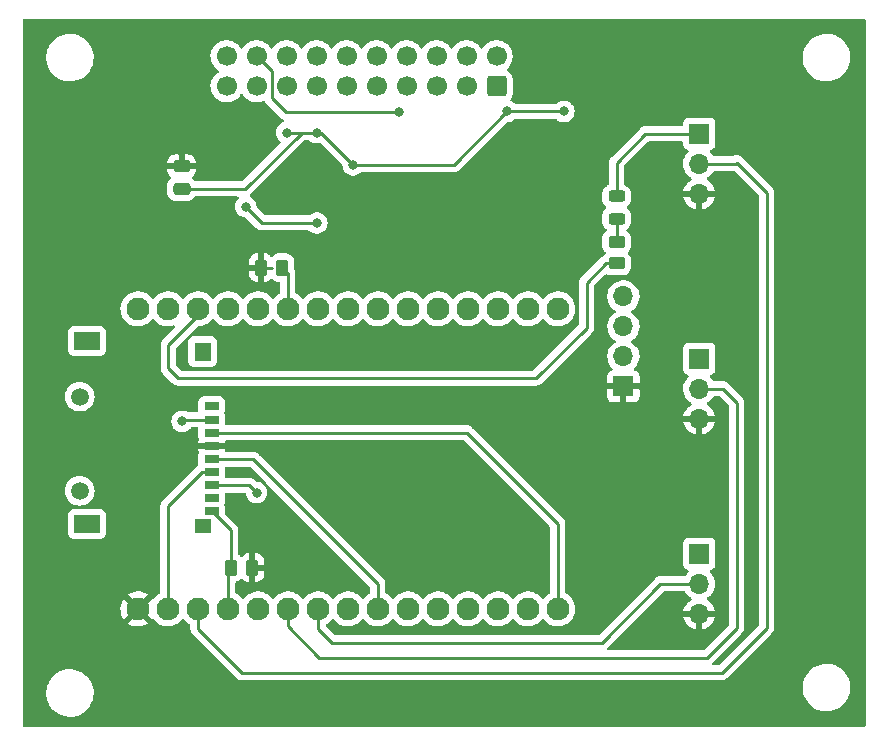
<source format=gbr>
%TF.GenerationSoftware,KiCad,Pcbnew,(6.0.1)*%
%TF.CreationDate,2022-05-14T12:38:18+08:00*%
%TF.ProjectId,SDISK2_ESP,53444953-4b32-45f4-9553-502e6b696361,rev?*%
%TF.SameCoordinates,Original*%
%TF.FileFunction,Copper,L2,Bot*%
%TF.FilePolarity,Positive*%
%FSLAX46Y46*%
G04 Gerber Fmt 4.6, Leading zero omitted, Abs format (unit mm)*
G04 Created by KiCad (PCBNEW (6.0.1)) date 2022-05-14 12:38:18*
%MOMM*%
%LPD*%
G01*
G04 APERTURE LIST*
G04 Aperture macros list*
%AMRoundRect*
0 Rectangle with rounded corners*
0 $1 Rounding radius*
0 $2 $3 $4 $5 $6 $7 $8 $9 X,Y pos of 4 corners*
0 Add a 4 corners polygon primitive as box body*
4,1,4,$2,$3,$4,$5,$6,$7,$8,$9,$2,$3,0*
0 Add four circle primitives for the rounded corners*
1,1,$1+$1,$2,$3*
1,1,$1+$1,$4,$5*
1,1,$1+$1,$6,$7*
1,1,$1+$1,$8,$9*
0 Add four rect primitives between the rounded corners*
20,1,$1+$1,$2,$3,$4,$5,0*
20,1,$1+$1,$4,$5,$6,$7,0*
20,1,$1+$1,$6,$7,$8,$9,0*
20,1,$1+$1,$8,$9,$2,$3,0*%
G04 Aperture macros list end*
%TA.AperFunction,ComponentPad*%
%ADD10C,1.930400*%
%TD*%
%TA.AperFunction,SMDPad,CuDef*%
%ADD11RoundRect,0.250000X0.262500X0.450000X-0.262500X0.450000X-0.262500X-0.450000X0.262500X-0.450000X0*%
%TD*%
%TA.AperFunction,ComponentPad*%
%ADD12R,1.700000X1.700000*%
%TD*%
%TA.AperFunction,ComponentPad*%
%ADD13O,1.700000X1.700000*%
%TD*%
%TA.AperFunction,SMDPad,CuDef*%
%ADD14RoundRect,0.243750X-0.456250X0.243750X-0.456250X-0.243750X0.456250X-0.243750X0.456250X0.243750X0*%
%TD*%
%TA.AperFunction,ComponentPad*%
%ADD15RoundRect,0.250000X0.600000X-0.600000X0.600000X0.600000X-0.600000X0.600000X-0.600000X-0.600000X0*%
%TD*%
%TA.AperFunction,ComponentPad*%
%ADD16C,1.700000*%
%TD*%
%TA.AperFunction,SMDPad,CuDef*%
%ADD17RoundRect,0.250000X-0.262500X-0.450000X0.262500X-0.450000X0.262500X0.450000X-0.262500X0.450000X0*%
%TD*%
%TA.AperFunction,SMDPad,CuDef*%
%ADD18RoundRect,0.250000X-0.475000X0.250000X-0.475000X-0.250000X0.475000X-0.250000X0.475000X0.250000X0*%
%TD*%
%TA.AperFunction,SMDPad,CuDef*%
%ADD19RoundRect,0.250000X0.450000X-0.262500X0.450000X0.262500X-0.450000X0.262500X-0.450000X-0.262500X0*%
%TD*%
%TA.AperFunction,SMDPad,CuDef*%
%ADD20R,2.200000X1.500000*%
%TD*%
%TA.AperFunction,ComponentPad*%
%ADD21C,1.500000*%
%TD*%
%TA.AperFunction,SMDPad,CuDef*%
%ADD22R,1.400000X1.200000*%
%TD*%
%TA.AperFunction,SMDPad,CuDef*%
%ADD23R,1.400000X1.600000*%
%TD*%
%TA.AperFunction,SMDPad,CuDef*%
%ADD24R,1.200000X0.700000*%
%TD*%
%TA.AperFunction,ViaPad*%
%ADD25C,0.800000*%
%TD*%
%TA.AperFunction,Conductor*%
%ADD26C,0.250000*%
%TD*%
G04 APERTURE END LIST*
D10*
%TO.P,BOARD1,3V3,3V3*%
%TO.N,VCC*%
X104255000Y-122875000D03*
%TO.P,BOARD1,D1,D1*%
%TO.N,unconnected-(BOARD1-PadD1)*%
X134735000Y-122875000D03*
%TO.P,BOARD1,D2,D2*%
%TO.N,/Card_Detect*%
X111875000Y-122875000D03*
%TO.P,BOARD1,D3,D3*%
%TO.N,unconnected-(BOARD1-PadD3)*%
X132195000Y-122875000D03*
%TO.P,BOARD1,D4,D4*%
%TO.N,unconnected-(BOARD1-PadD4)*%
X114415000Y-122875000D03*
%TO.P,BOARD1,D5,D5*%
%TO.N,/SD_CS{slash}CS*%
X122035000Y-122875000D03*
%TO.P,BOARD1,D12,D12*%
%TO.N,Net-(BOARD1-PadD12)*%
X111875000Y-97475000D03*
%TO.P,BOARD1,D13,D13*%
%TO.N,Net-(BOARD1-PadD13)*%
X109335000Y-97475000D03*
%TO.P,BOARD1,D14,D14*%
%TO.N,Net-(BOARD1-PadD14)*%
X114415000Y-97475000D03*
%TO.P,BOARD1,D15,D15*%
%TO.N,/BT_UP*%
X109335000Y-122875000D03*
%TO.P,BOARD1,D16,D16*%
%TO.N,/BT_DOWN*%
X116955000Y-122875000D03*
%TO.P,BOARD1,D17,D17*%
%TO.N,/BT_ENTER*%
X119495000Y-122875000D03*
%TO.P,BOARD1,D18,D18*%
%TO.N,/SD_CLK{slash}CLK*%
X124575000Y-122875000D03*
%TO.P,BOARD1,D19,D19*%
%TO.N,/SD_DO{slash}MISO*%
X127115000Y-122875000D03*
%TO.P,BOARD1,D21,D21*%
%TO.N,/SDA*%
X129655000Y-122875000D03*
%TO.P,BOARD1,D22,D22*%
%TO.N,/SCL*%
X137275000Y-122875000D03*
%TO.P,BOARD1,D23,D23*%
%TO.N,/SD_DI{slash}MOSI*%
X139815000Y-122875000D03*
%TO.P,BOARD1,D25,D25*%
%TO.N,/xWRITE*%
X122035000Y-97475000D03*
%TO.P,BOARD1,D26,D26*%
%TO.N,/xDRIVE_EN*%
X119495000Y-97475000D03*
%TO.P,BOARD1,D27,D27*%
%TO.N,/xW_REQUEST*%
X116955000Y-97475000D03*
%TO.P,BOARD1,D32,D32*%
%TO.N,/xSTEP 2*%
X127115000Y-97475000D03*
%TO.P,BOARD1,D33,D33*%
%TO.N,/xSTEP 3*%
X124575000Y-97475000D03*
%TO.P,BOARD1,D34,D34*%
%TO.N,/xSTEP 0*%
X132195000Y-97475000D03*
%TO.P,BOARD1,D35,D35*%
%TO.N,/xSTEP 1*%
X129655000Y-97475000D03*
%TO.P,BOARD1,EN,EN*%
%TO.N,unconnected-(BOARD1-PadEN)*%
X139815000Y-97475000D03*
%TO.P,BOARD1,GND,GND*%
%TO.N,GND*%
X106795000Y-97475000D03*
%TO.P,BOARD1,GND@1,GND@1*%
X106795000Y-122875000D03*
%TO.P,BOARD1,VIN,VIN*%
%TO.N,+5V*%
X104255000Y-97475000D03*
%TO.P,BOARD1,VN,VN*%
%TO.N,unconnected-(BOARD1-PadVN)*%
X134735000Y-97475000D03*
%TO.P,BOARD1,VP,VP*%
%TO.N,unconnected-(BOARD1-PadVP)*%
X137275000Y-97475000D03*
%TD*%
D11*
%TO.P,R2,1*%
%TO.N,VCC*%
X113942500Y-119380000D03*
%TO.P,R2,2*%
%TO.N,/Card_Detect*%
X112117500Y-119380000D03*
%TD*%
D12*
%TO.P,U3,1,GND*%
%TO.N,GND*%
X151775984Y-101695000D03*
D13*
%TO.P,U3,2,I/O*%
%TO.N,/BT_DOWN*%
X151775984Y-104235000D03*
%TO.P,U3,3,VCC*%
%TO.N,VCC*%
X151775984Y-106775000D03*
%TD*%
D14*
%TO.P,D1,1,K*%
%TO.N,GND*%
X144780000Y-87962500D03*
%TO.P,D1,2,A*%
%TO.N,Net-(D1-Pad2)*%
X144780000Y-89837500D03*
%TD*%
D15*
%TO.P,J1,1,Pin_1*%
%TO.N,GND*%
X134620000Y-78625000D03*
D16*
%TO.P,J1,2,Pin_2*%
%TO.N,/STEP 0*%
X134620000Y-76085000D03*
%TO.P,J1,3,Pin_3*%
%TO.N,unconnected-(J1-Pad3)*%
X132080000Y-78625000D03*
%TO.P,J1,4,Pin_4*%
%TO.N,/STEP 1*%
X132080000Y-76085000D03*
%TO.P,J1,5,Pin_5*%
%TO.N,unconnected-(J1-Pad5)*%
X129540000Y-78625000D03*
%TO.P,J1,6,Pin_6*%
%TO.N,/STEP 2*%
X129540000Y-76085000D03*
%TO.P,J1,7,Pin_7*%
%TO.N,unconnected-(J1-Pad7)*%
X127000000Y-78625000D03*
%TO.P,J1,8,Pin_8*%
%TO.N,/STEP 3*%
X127000000Y-76085000D03*
%TO.P,J1,9,Pin_9*%
%TO.N,unconnected-(J1-Pad9)*%
X124460000Y-78625000D03*
%TO.P,J1,10,Pin_10*%
%TO.N,/W_REQUEST*%
X124460000Y-76085000D03*
%TO.P,J1,11,Pin_11*%
%TO.N,unconnected-(J1-Pad11)*%
X121920000Y-78625000D03*
%TO.P,J1,12,Pin_12*%
%TO.N,+5V*%
X121920000Y-76085000D03*
%TO.P,J1,13,Pin_13*%
%TO.N,unconnected-(J1-Pad13)*%
X119380000Y-78625000D03*
%TO.P,J1,14,Pin_14*%
%TO.N,/DRIVE_EN*%
X119380000Y-76085000D03*
%TO.P,J1,15,Pin_15*%
%TO.N,unconnected-(J1-Pad15)*%
X116840000Y-78625000D03*
%TO.P,J1,16,Pin_16*%
%TO.N,/RD_PLUSE*%
X116840000Y-76085000D03*
%TO.P,J1,17,Pin_17*%
%TO.N,unconnected-(J1-Pad17)*%
X114300000Y-78625000D03*
%TO.P,J1,18,Pin_18*%
%TO.N,/WRITE*%
X114300000Y-76085000D03*
%TO.P,J1,19,Pin_19*%
%TO.N,unconnected-(J1-Pad19)*%
X111760000Y-78625000D03*
%TO.P,J1,20,Pin_20*%
%TO.N,/W_PROTECT*%
X111760000Y-76085000D03*
%TD*%
D17*
%TO.P,R3,1*%
%TO.N,VCC*%
X114657500Y-93980000D03*
%TO.P,R3,2*%
%TO.N,/xW_REQUEST*%
X116482500Y-93980000D03*
%TD*%
D18*
%TO.P,C1,1*%
%TO.N,VCC*%
X107950000Y-85410000D03*
%TO.P,C1,2*%
%TO.N,GND*%
X107950000Y-87310000D03*
%TD*%
D12*
%TO.P,OLED,1,VCC*%
%TO.N,VCC*%
X145365591Y-104045000D03*
D13*
%TO.P,OLED,2,GND*%
%TO.N,GND*%
X145365591Y-101505000D03*
%TO.P,OLED,3,SCL*%
%TO.N,/SCL*%
X145365591Y-98965000D03*
%TO.P,OLED,4,SDA*%
%TO.N,/SDA*%
X145365591Y-96425000D03*
%TD*%
D12*
%TO.P,U1,1,GND*%
%TO.N,GND*%
X151775984Y-82645000D03*
D13*
%TO.P,U1,2,I/O*%
%TO.N,/BT_UP*%
X151775984Y-85185000D03*
%TO.P,U1,3,VCC*%
%TO.N,VCC*%
X151775984Y-87725000D03*
%TD*%
D19*
%TO.P,R1,1*%
%TO.N,Net-(BOARD1-PadD13)*%
X144780000Y-93622500D03*
%TO.P,R1,2*%
%TO.N,Net-(D1-Pad2)*%
X144780000Y-91797500D03*
%TD*%
D20*
%TO.P,J2,*%
%TO.N,*%
X99930000Y-100200000D03*
X99930000Y-115700000D03*
D21*
X99330000Y-104900000D03*
X99330000Y-112880000D03*
D22*
X109730000Y-115850000D03*
D23*
X109730000Y-101100000D03*
D24*
%TO.P,J2,1,DAT2*%
%TO.N,unconnected-(J2-Pad1)*%
X110490000Y-105700000D03*
%TO.P,J2,2,DAT3/CD*%
%TO.N,/SD_CS{slash}CS*%
X110490000Y-106850000D03*
%TO.P,J2,3,CMD*%
%TO.N,/SD_DI{slash}MOSI*%
X110490000Y-107950000D03*
%TO.P,J2,4,VDD*%
%TO.N,VCC*%
X110490000Y-109050000D03*
%TO.P,J2,5,CLK*%
%TO.N,/SD_CLK{slash}CLK*%
X110490000Y-110200000D03*
%TO.P,J2,6,VSS*%
%TO.N,GND*%
X110490000Y-111300000D03*
%TO.P,J2,7,DAT0*%
%TO.N,/SD_DO{slash}MISO*%
X110490000Y-112400000D03*
%TO.P,J2,8,DAT1*%
%TO.N,unconnected-(J2-Pad8)*%
X110490000Y-113500000D03*
%TO.P,J2,9,Card_Detect*%
%TO.N,/Card_Detect*%
X110490000Y-114600000D03*
%TD*%
D12*
%TO.P,U4,1,GND*%
%TO.N,GND*%
X151775984Y-118205000D03*
D13*
%TO.P,U4,2,I/O*%
%TO.N,/BT_ENTER*%
X151775984Y-120745000D03*
%TO.P,U4,3,VCC*%
%TO.N,VCC*%
X151775984Y-123285000D03*
%TD*%
D25*
%TO.N,VCC*%
X138430000Y-118187734D03*
X112487708Y-85779827D03*
X108847174Y-90179968D03*
X112232215Y-109061612D03*
X112736697Y-111278983D03*
X142240000Y-118110000D03*
X136029560Y-92189638D03*
%TO.N,GND*%
X116840000Y-82550000D03*
X119380000Y-82550000D03*
X122474254Y-85285384D03*
X140318053Y-80765620D03*
X135527142Y-80747676D03*
%TO.N,/DRIVE_EN*%
X113384894Y-88817868D03*
X119406518Y-90196518D03*
%TO.N,/WRITE*%
X126379952Y-80845368D03*
%TO.N,/SD_CS{slash}CS*%
X107998666Y-106994049D03*
%TO.N,/SD_DO{slash}MISO*%
X114300000Y-113030000D03*
%TD*%
D26*
%TO.N,/xW_REQUEST*%
X116482500Y-93980000D02*
X116955000Y-94452500D01*
X116955000Y-94452500D02*
X116955000Y-97475000D01*
%TO.N,VCC*%
X112232215Y-109061612D02*
X110501612Y-109061612D01*
X110501612Y-109061612D02*
X110490000Y-109050000D01*
%TO.N,GND*%
X130989434Y-85285384D02*
X122474254Y-85285384D01*
X147225000Y-82645000D02*
X144780000Y-85090000D01*
X119738870Y-82550000D02*
X122474254Y-85285384D01*
X140300109Y-80747676D02*
X140318053Y-80765620D01*
X116840000Y-82550000D02*
X118110000Y-82550000D01*
X135527142Y-80747676D02*
X130989434Y-85285384D01*
X144780000Y-85090000D02*
X144780000Y-87962500D01*
X135527142Y-80747676D02*
X140300109Y-80747676D01*
X106795000Y-114145000D02*
X106795000Y-122875000D01*
X151775984Y-82645000D02*
X147225000Y-82645000D01*
X118110000Y-82550000D02*
X119380000Y-82550000D01*
X118110000Y-82550000D02*
X113350000Y-87310000D01*
X119380000Y-82550000D02*
X119738870Y-82550000D01*
X110490000Y-111300000D02*
X109640000Y-111300000D01*
X113350000Y-87310000D02*
X107950000Y-87310000D01*
X109640000Y-111300000D02*
X106795000Y-114145000D01*
%TO.N,Net-(D1-Pad2)*%
X144780000Y-89837500D02*
X144780000Y-91797500D01*
%TO.N,/DRIVE_EN*%
X119406518Y-90196518D02*
X114763544Y-90196518D01*
X114763544Y-90196518D02*
X113384894Y-88817868D01*
%TO.N,/WRITE*%
X114300000Y-76085000D02*
X115570000Y-77355000D01*
X115570000Y-77355000D02*
X115570000Y-79617237D01*
X116798131Y-80845368D02*
X126379952Y-80845368D01*
X115570000Y-79617237D02*
X116798131Y-80845368D01*
%TO.N,VCC*%
X113942500Y-93980000D02*
X115570000Y-93980000D01*
%TO.N,/BT_UP*%
X109335000Y-124575000D02*
X113030000Y-128270000D01*
X154845000Y-85185000D02*
X151775984Y-85185000D01*
X157480000Y-87630000D02*
X154940000Y-85090000D01*
X109335000Y-122875000D02*
X109335000Y-124575000D01*
X153670000Y-128270000D02*
X157480000Y-124460000D01*
X154940000Y-85090000D02*
X154845000Y-85185000D01*
X157480000Y-124460000D02*
X157480000Y-87630000D01*
X113030000Y-128270000D02*
X153670000Y-128270000D01*
%TO.N,/BT_DOWN*%
X152400000Y-127000000D02*
X154940000Y-124460000D01*
X154940000Y-105410000D02*
X153765000Y-104235000D01*
X116955000Y-122875000D02*
X116955000Y-124360000D01*
X153765000Y-104235000D02*
X151775984Y-104235000D01*
X116955000Y-124360000D02*
X119595000Y-127000000D01*
X119595000Y-127000000D02*
X152400000Y-127000000D01*
X154940000Y-124460000D02*
X154940000Y-105410000D01*
%TO.N,/BT_ENTER*%
X119495000Y-124575000D02*
X120650000Y-125730000D01*
X148495000Y-120745000D02*
X151775984Y-120745000D01*
X119495000Y-122875000D02*
X119495000Y-124575000D01*
X143510000Y-125730000D02*
X148495000Y-120745000D01*
X120650000Y-125730000D02*
X143510000Y-125730000D01*
%TO.N,/SD_CS{slash}CS*%
X107998666Y-106994049D02*
X108142715Y-106850000D01*
X108142715Y-106850000D02*
X110490000Y-106850000D01*
%TO.N,/SD_DI{slash}MOSI*%
X110490000Y-107950000D02*
X132080000Y-107950000D01*
X132080000Y-107950000D02*
X139815000Y-115685000D01*
X139815000Y-115685000D02*
X139815000Y-122875000D01*
%TO.N,/SD_CLK{slash}CLK*%
X110490000Y-110200000D02*
X114010000Y-110200000D01*
X114010000Y-110200000D02*
X124575000Y-120765000D01*
X124575000Y-120765000D02*
X124575000Y-122875000D01*
%TO.N,/SD_DO{slash}MISO*%
X110490000Y-112400000D02*
X113670000Y-112400000D01*
X113670000Y-112400000D02*
X114300000Y-113030000D01*
%TO.N,/Card_Detect*%
X111875000Y-119622500D02*
X111875000Y-122875000D01*
X112117500Y-116227500D02*
X112117500Y-119380000D01*
X110490000Y-114600000D02*
X112117500Y-116227500D01*
%TO.N,Net-(BOARD1-PadD13)*%
X142240000Y-95250000D02*
X142240000Y-99060000D01*
X143867500Y-93622500D02*
X142240000Y-95250000D01*
X144780000Y-93622500D02*
X143867500Y-93622500D01*
X137963643Y-103336357D02*
X107656707Y-103336357D01*
X106810032Y-100557793D02*
X109335000Y-98032825D01*
X142240000Y-99060000D02*
X137963643Y-103336357D01*
X107656707Y-103336357D02*
X106810032Y-102489682D01*
X106810032Y-102489682D02*
X106810032Y-100557793D01*
%TD*%
%TA.AperFunction,Conductor*%
%TO.N,VCC*%
G36*
X165811500Y-72933160D02*
G01*
X165857993Y-72986816D01*
X165869379Y-73039158D01*
X165869379Y-132731158D01*
X165849377Y-132799279D01*
X165795721Y-132845772D01*
X165743379Y-132857158D01*
X94621379Y-132857158D01*
X94553258Y-132837156D01*
X94506765Y-132783500D01*
X94495379Y-132731158D01*
X94495379Y-129929733D01*
X96487822Y-129929733D01*
X96487975Y-129934121D01*
X96487975Y-129934127D01*
X96496082Y-130166259D01*
X96497625Y-130210458D01*
X96498387Y-130214781D01*
X96498388Y-130214788D01*
X96522164Y-130349624D01*
X96546402Y-130487087D01*
X96633203Y-130754235D01*
X96635131Y-130758188D01*
X96635133Y-130758193D01*
X96690313Y-130871328D01*
X96756340Y-131006702D01*
X96758795Y-131010341D01*
X96758798Y-131010347D01*
X96805308Y-131079300D01*
X96913415Y-131239576D01*
X97101371Y-131448322D01*
X97104733Y-131451143D01*
X97104734Y-131451144D01*
X97133652Y-131475409D01*
X97316550Y-131628879D01*
X97554764Y-131777731D01*
X97811375Y-131891982D01*
X98081390Y-131969407D01*
X98085740Y-131970018D01*
X98085743Y-131970019D01*
X98188690Y-131984487D01*
X98359552Y-132008500D01*
X98570146Y-132008500D01*
X98572332Y-132008347D01*
X98572336Y-132008347D01*
X98775827Y-131994118D01*
X98775832Y-131994117D01*
X98780212Y-131993811D01*
X99054970Y-131935409D01*
X99059099Y-131933906D01*
X99059103Y-131933905D01*
X99314781Y-131840846D01*
X99314785Y-131840844D01*
X99318926Y-131839337D01*
X99566942Y-131707464D01*
X99671896Y-131631211D01*
X99790629Y-131544947D01*
X99790632Y-131544944D01*
X99794192Y-131542358D01*
X99996252Y-131347231D01*
X100169188Y-131125882D01*
X100171384Y-131122078D01*
X100171389Y-131122071D01*
X100307435Y-130886431D01*
X100309636Y-130882619D01*
X100414862Y-130622176D01*
X100448544Y-130487087D01*
X100481753Y-130353893D01*
X100481754Y-130353888D01*
X100482817Y-130349624D01*
X100488639Y-130294235D01*
X100511719Y-130074636D01*
X100511719Y-130074633D01*
X100512178Y-130070267D01*
X100510816Y-130031265D01*
X100502529Y-129793939D01*
X100502528Y-129793933D01*
X100502375Y-129789542D01*
X100495484Y-129750458D01*
X100454360Y-129517236D01*
X100453598Y-129512913D01*
X100439568Y-129469733D01*
X160547822Y-129469733D01*
X160547975Y-129474121D01*
X160547975Y-129474127D01*
X160554283Y-129654749D01*
X160557625Y-129750458D01*
X160558387Y-129754781D01*
X160558388Y-129754788D01*
X160582164Y-129889624D01*
X160606402Y-130027087D01*
X160693203Y-130294235D01*
X160816340Y-130546702D01*
X160818795Y-130550341D01*
X160818798Y-130550347D01*
X160864364Y-130617901D01*
X160973415Y-130779576D01*
X161161371Y-130988322D01*
X161164733Y-130991143D01*
X161164734Y-130991144D01*
X161183275Y-131006702D01*
X161376550Y-131168879D01*
X161614764Y-131317731D01*
X161871375Y-131431982D01*
X162141390Y-131509407D01*
X162145740Y-131510018D01*
X162145743Y-131510019D01*
X162248690Y-131524487D01*
X162419552Y-131548500D01*
X162630146Y-131548500D01*
X162632332Y-131548347D01*
X162632336Y-131548347D01*
X162835827Y-131534118D01*
X162835832Y-131534117D01*
X162840212Y-131533811D01*
X163114970Y-131475409D01*
X163119099Y-131473906D01*
X163119103Y-131473905D01*
X163374781Y-131380846D01*
X163374785Y-131380844D01*
X163378926Y-131379337D01*
X163626942Y-131247464D01*
X163630503Y-131244877D01*
X163850629Y-131084947D01*
X163850632Y-131084944D01*
X163854192Y-131082358D01*
X164056252Y-130887231D01*
X164229188Y-130665882D01*
X164231384Y-130662078D01*
X164231389Y-130662071D01*
X164367435Y-130426431D01*
X164369636Y-130422619D01*
X164474862Y-130162176D01*
X164508544Y-130027087D01*
X164541753Y-129893893D01*
X164541754Y-129893888D01*
X164542817Y-129889624D01*
X164567963Y-129650376D01*
X164571719Y-129614636D01*
X164571719Y-129614633D01*
X164572178Y-129610267D01*
X164572025Y-129605873D01*
X164562529Y-129333939D01*
X164562528Y-129333933D01*
X164562375Y-129329542D01*
X164538608Y-129194749D01*
X164514360Y-129057236D01*
X164513598Y-129052913D01*
X164426797Y-128785765D01*
X164424551Y-128781159D01*
X164360440Y-128649713D01*
X164303660Y-128533298D01*
X164301205Y-128529659D01*
X164301202Y-128529653D01*
X164196178Y-128373949D01*
X164146585Y-128300424D01*
X163958629Y-128091678D01*
X163928141Y-128066095D01*
X163856747Y-128006189D01*
X163743450Y-127911121D01*
X163505236Y-127762269D01*
X163248625Y-127648018D01*
X162978610Y-127570593D01*
X162974260Y-127569982D01*
X162974257Y-127569981D01*
X162829336Y-127549614D01*
X162700448Y-127531500D01*
X162489854Y-127531500D01*
X162487668Y-127531653D01*
X162487664Y-127531653D01*
X162284173Y-127545882D01*
X162284168Y-127545883D01*
X162279788Y-127546189D01*
X162005030Y-127604591D01*
X162000901Y-127606094D01*
X162000897Y-127606095D01*
X161745219Y-127699154D01*
X161745215Y-127699156D01*
X161741074Y-127700663D01*
X161493058Y-127832536D01*
X161489499Y-127835122D01*
X161489497Y-127835123D01*
X161274262Y-127991500D01*
X161265808Y-127997642D01*
X161063748Y-128192769D01*
X160890812Y-128414118D01*
X160888616Y-128417922D01*
X160888611Y-128417929D01*
X160809508Y-128554940D01*
X160750364Y-128657381D01*
X160645138Y-128917824D01*
X160644073Y-128922097D01*
X160644072Y-128922099D01*
X160595383Y-129117381D01*
X160577183Y-129190376D01*
X160576724Y-129194744D01*
X160576723Y-129194749D01*
X160548281Y-129465364D01*
X160547822Y-129469733D01*
X100439568Y-129469733D01*
X100366797Y-129245765D01*
X100243660Y-128993298D01*
X100241205Y-128989659D01*
X100241202Y-128989653D01*
X100144109Y-128845707D01*
X100086585Y-128760424D01*
X100016371Y-128682443D01*
X99901566Y-128554940D01*
X99898629Y-128551678D01*
X99881435Y-128537250D01*
X99686820Y-128373949D01*
X99683450Y-128371121D01*
X99445236Y-128222269D01*
X99188625Y-128108018D01*
X98918610Y-128030593D01*
X98914260Y-128029982D01*
X98914257Y-128029981D01*
X98811310Y-128015513D01*
X98640448Y-127991500D01*
X98429854Y-127991500D01*
X98427668Y-127991653D01*
X98427664Y-127991653D01*
X98224173Y-128005882D01*
X98224168Y-128005883D01*
X98219788Y-128006189D01*
X97945030Y-128064591D01*
X97940901Y-128066094D01*
X97940897Y-128066095D01*
X97685219Y-128159154D01*
X97685215Y-128159156D01*
X97681074Y-128160663D01*
X97433058Y-128292536D01*
X97429499Y-128295122D01*
X97429497Y-128295123D01*
X97260469Y-128417929D01*
X97205808Y-128457642D01*
X97003748Y-128652769D01*
X96888662Y-128800073D01*
X96834022Y-128870010D01*
X96830812Y-128874118D01*
X96828616Y-128877922D01*
X96828611Y-128877929D01*
X96729997Y-129048735D01*
X96690364Y-129117381D01*
X96585138Y-129377824D01*
X96584073Y-129382097D01*
X96584072Y-129382099D01*
X96550379Y-129517236D01*
X96517183Y-129650376D01*
X96516724Y-129654744D01*
X96516723Y-129654749D01*
X96491589Y-129893893D01*
X96487822Y-129929733D01*
X94495379Y-129929733D01*
X94495379Y-124084661D01*
X103410582Y-124084661D01*
X103414561Y-124090265D01*
X103611809Y-124205526D01*
X103621096Y-124209976D01*
X103837751Y-124292708D01*
X103847649Y-124295584D01*
X104074908Y-124341820D01*
X104085136Y-124343039D01*
X104316894Y-124351538D01*
X104327180Y-124351071D01*
X104557217Y-124321603D01*
X104567295Y-124319461D01*
X104789426Y-124252818D01*
X104799024Y-124249056D01*
X105007289Y-124147029D01*
X105016134Y-124141756D01*
X105086843Y-124091319D01*
X105095243Y-124080620D01*
X105088256Y-124067466D01*
X104267812Y-123247022D01*
X104253868Y-123239408D01*
X104252035Y-123239539D01*
X104245420Y-123243790D01*
X103417840Y-124071370D01*
X103410582Y-124084661D01*
X94495379Y-124084661D01*
X94495379Y-122844039D01*
X102777489Y-122844039D01*
X102790839Y-123075563D01*
X102792275Y-123085784D01*
X102843259Y-123312015D01*
X102846338Y-123321843D01*
X102933589Y-123536714D01*
X102938242Y-123545925D01*
X103037682Y-123708195D01*
X103048140Y-123717657D01*
X103056916Y-123713874D01*
X103882978Y-122887812D01*
X103890592Y-122873868D01*
X103890461Y-122872035D01*
X103886210Y-122865420D01*
X103061945Y-122041155D01*
X103050409Y-122034855D01*
X103038126Y-122044479D01*
X102972589Y-122140552D01*
X102967491Y-122149526D01*
X102869853Y-122359868D01*
X102866290Y-122369555D01*
X102804317Y-122593020D01*
X102802386Y-122603141D01*
X102777740Y-122833751D01*
X102777489Y-122844039D01*
X94495379Y-122844039D01*
X94495379Y-121669142D01*
X103413938Y-121669142D01*
X103420683Y-121681473D01*
X104242188Y-122502978D01*
X104256132Y-122510592D01*
X104257965Y-122510461D01*
X104264580Y-122506210D01*
X105090413Y-121680377D01*
X105097434Y-121667521D01*
X105089661Y-121656853D01*
X105077105Y-121646936D01*
X105068532Y-121641240D01*
X104865492Y-121529156D01*
X104856095Y-121524933D01*
X104637487Y-121447520D01*
X104627516Y-121444886D01*
X104399206Y-121404219D01*
X104388952Y-121403249D01*
X104157053Y-121400415D01*
X104146768Y-121401135D01*
X103917531Y-121436213D01*
X103907504Y-121438602D01*
X103687073Y-121510650D01*
X103677564Y-121514647D01*
X103471865Y-121621727D01*
X103463140Y-121627221D01*
X103422391Y-121657817D01*
X103413938Y-121669142D01*
X94495379Y-121669142D01*
X94495379Y-116498134D01*
X98321500Y-116498134D01*
X98328255Y-116560316D01*
X98379385Y-116696705D01*
X98466739Y-116813261D01*
X98583295Y-116900615D01*
X98719684Y-116951745D01*
X98781866Y-116958500D01*
X101078134Y-116958500D01*
X101140316Y-116951745D01*
X101276705Y-116900615D01*
X101393261Y-116813261D01*
X101480615Y-116696705D01*
X101531745Y-116560316D01*
X101538500Y-116498134D01*
X101538500Y-114901866D01*
X101531745Y-114839684D01*
X101480615Y-114703295D01*
X101393261Y-114586739D01*
X101276705Y-114499385D01*
X101140316Y-114448255D01*
X101078134Y-114441500D01*
X98781866Y-114441500D01*
X98719684Y-114448255D01*
X98583295Y-114499385D01*
X98466739Y-114586739D01*
X98379385Y-114703295D01*
X98328255Y-114839684D01*
X98321500Y-114901866D01*
X98321500Y-116498134D01*
X94495379Y-116498134D01*
X94495379Y-112880000D01*
X98066693Y-112880000D01*
X98085885Y-113099371D01*
X98142880Y-113312076D01*
X98145205Y-113317061D01*
X98233618Y-113506666D01*
X98233621Y-113506671D01*
X98235944Y-113511653D01*
X98362251Y-113692038D01*
X98517962Y-113847749D01*
X98698346Y-113974056D01*
X98897924Y-114067120D01*
X99110629Y-114124115D01*
X99330000Y-114143307D01*
X99549371Y-114124115D01*
X99762076Y-114067120D01*
X99961654Y-113974056D01*
X100142038Y-113847749D01*
X100297749Y-113692038D01*
X100424056Y-113511653D01*
X100426379Y-113506671D01*
X100426382Y-113506666D01*
X100514795Y-113317061D01*
X100517120Y-113312076D01*
X100574115Y-113099371D01*
X100593307Y-112880000D01*
X100574115Y-112660629D01*
X100517120Y-112447924D01*
X100471726Y-112350576D01*
X100426382Y-112253334D01*
X100426379Y-112253329D01*
X100424056Y-112248347D01*
X100417429Y-112238882D01*
X100300908Y-112072473D01*
X100300906Y-112072470D01*
X100297749Y-112067962D01*
X100142038Y-111912251D01*
X100108606Y-111888841D01*
X99983537Y-111801267D01*
X99961654Y-111785944D01*
X99762076Y-111692880D01*
X99549371Y-111635885D01*
X99330000Y-111616693D01*
X99110629Y-111635885D01*
X98897924Y-111692880D01*
X98804562Y-111736415D01*
X98703334Y-111783618D01*
X98703329Y-111783621D01*
X98698347Y-111785944D01*
X98693840Y-111789100D01*
X98693838Y-111789101D01*
X98522473Y-111909092D01*
X98522470Y-111909094D01*
X98517962Y-111912251D01*
X98362251Y-112067962D01*
X98359094Y-112072470D01*
X98359092Y-112072473D01*
X98242571Y-112238882D01*
X98235944Y-112248347D01*
X98233621Y-112253329D01*
X98233618Y-112253334D01*
X98188274Y-112350576D01*
X98142880Y-112447924D01*
X98085885Y-112660629D01*
X98066693Y-112880000D01*
X94495379Y-112880000D01*
X94495379Y-104900000D01*
X98066693Y-104900000D01*
X98085885Y-105119371D01*
X98142880Y-105332076D01*
X98175779Y-105402629D01*
X98233618Y-105526666D01*
X98233621Y-105526671D01*
X98235944Y-105531653D01*
X98239100Y-105536160D01*
X98239101Y-105536162D01*
X98352291Y-105697813D01*
X98362251Y-105712038D01*
X98517962Y-105867749D01*
X98698346Y-105994056D01*
X98897924Y-106087120D01*
X99110629Y-106144115D01*
X99330000Y-106163307D01*
X99549371Y-106144115D01*
X99762076Y-106087120D01*
X99961654Y-105994056D01*
X100142038Y-105867749D01*
X100297749Y-105712038D01*
X100307710Y-105697813D01*
X100420899Y-105536162D01*
X100420900Y-105536160D01*
X100424056Y-105531653D01*
X100426379Y-105526671D01*
X100426382Y-105526666D01*
X100484221Y-105402629D01*
X100517120Y-105332076D01*
X100574115Y-105119371D01*
X100593307Y-104900000D01*
X100574115Y-104680629D01*
X100517120Y-104467924D01*
X100446797Y-104317115D01*
X100426382Y-104273334D01*
X100426379Y-104273329D01*
X100424056Y-104268347D01*
X100297749Y-104087962D01*
X100142038Y-103932251D01*
X100133444Y-103926233D01*
X100042714Y-103862703D01*
X99961654Y-103805944D01*
X99762076Y-103712880D01*
X99549371Y-103655885D01*
X99330000Y-103636693D01*
X99110629Y-103655885D01*
X98897924Y-103712880D01*
X98820893Y-103748800D01*
X98703334Y-103803618D01*
X98703329Y-103803621D01*
X98698347Y-103805944D01*
X98693840Y-103809100D01*
X98693838Y-103809101D01*
X98522473Y-103929092D01*
X98522470Y-103929094D01*
X98517962Y-103932251D01*
X98362251Y-104087962D01*
X98235944Y-104268347D01*
X98233621Y-104273329D01*
X98233618Y-104273334D01*
X98213203Y-104317115D01*
X98142880Y-104467924D01*
X98085885Y-104680629D01*
X98066693Y-104900000D01*
X94495379Y-104900000D01*
X94495379Y-100998134D01*
X98321500Y-100998134D01*
X98328255Y-101060316D01*
X98379385Y-101196705D01*
X98466739Y-101313261D01*
X98583295Y-101400615D01*
X98719684Y-101451745D01*
X98781866Y-101458500D01*
X101078134Y-101458500D01*
X101140316Y-101451745D01*
X101276705Y-101400615D01*
X101393261Y-101313261D01*
X101480615Y-101196705D01*
X101531745Y-101060316D01*
X101538500Y-100998134D01*
X101538500Y-99401866D01*
X101531745Y-99339684D01*
X101480615Y-99203295D01*
X101393261Y-99086739D01*
X101276705Y-98999385D01*
X101140316Y-98948255D01*
X101078134Y-98941500D01*
X98781866Y-98941500D01*
X98719684Y-98948255D01*
X98583295Y-98999385D01*
X98466739Y-99086739D01*
X98379385Y-99203295D01*
X98328255Y-99339684D01*
X98321500Y-99401866D01*
X98321500Y-100998134D01*
X94495379Y-100998134D01*
X94495379Y-97438871D01*
X102776690Y-97438871D01*
X102790640Y-97680802D01*
X102791777Y-97685848D01*
X102791778Y-97685854D01*
X102824894Y-97832800D01*
X102843916Y-97917207D01*
X102845858Y-97921989D01*
X102845859Y-97921993D01*
X102919522Y-98103401D01*
X102935088Y-98141736D01*
X103061707Y-98348359D01*
X103220372Y-98531527D01*
X103406823Y-98686322D01*
X103616053Y-98808586D01*
X103620873Y-98810426D01*
X103620878Y-98810429D01*
X103729220Y-98851800D01*
X103842442Y-98895035D01*
X103847510Y-98896066D01*
X103847513Y-98896067D01*
X103964780Y-98919925D01*
X104079910Y-98943349D01*
X104085085Y-98943539D01*
X104085087Y-98943539D01*
X104316917Y-98952040D01*
X104316921Y-98952040D01*
X104322081Y-98952229D01*
X104327201Y-98951573D01*
X104327203Y-98951573D01*
X104405834Y-98941500D01*
X104562450Y-98921437D01*
X104567401Y-98919952D01*
X104567404Y-98919951D01*
X104789612Y-98853285D01*
X104789611Y-98853285D01*
X104794562Y-98851800D01*
X104905206Y-98797596D01*
X105007533Y-98747467D01*
X105007538Y-98747464D01*
X105012184Y-98745188D01*
X105016394Y-98742185D01*
X105016399Y-98742182D01*
X105205259Y-98607469D01*
X105205264Y-98607465D01*
X105209471Y-98604464D01*
X105381126Y-98433408D01*
X105421445Y-98377299D01*
X105477439Y-98333651D01*
X105548142Y-98327205D01*
X105611106Y-98360007D01*
X105619001Y-98368324D01*
X105760372Y-98531527D01*
X105946823Y-98686322D01*
X106156053Y-98808586D01*
X106160873Y-98810426D01*
X106160878Y-98810429D01*
X106269220Y-98851800D01*
X106382442Y-98895035D01*
X106387510Y-98896066D01*
X106387513Y-98896067D01*
X106504780Y-98919925D01*
X106619910Y-98943349D01*
X106625085Y-98943539D01*
X106625087Y-98943539D01*
X106856917Y-98952040D01*
X106856921Y-98952040D01*
X106862081Y-98952229D01*
X106867201Y-98951573D01*
X106867203Y-98951573D01*
X106945834Y-98941500D01*
X107102450Y-98921437D01*
X107263812Y-98873026D01*
X107334806Y-98872609D01*
X107394756Y-98910642D01*
X107424628Y-98975048D01*
X107414937Y-99045380D01*
X107389113Y-99082807D01*
X106417779Y-100054141D01*
X106409493Y-100061681D01*
X106403014Y-100065793D01*
X106397589Y-100071570D01*
X106356389Y-100115444D01*
X106353634Y-100118286D01*
X106333897Y-100138023D01*
X106331417Y-100141220D01*
X106323714Y-100150240D01*
X106293446Y-100182472D01*
X106289627Y-100189418D01*
X106289625Y-100189421D01*
X106283684Y-100200227D01*
X106272833Y-100216746D01*
X106260418Y-100232752D01*
X106257273Y-100240021D01*
X106257270Y-100240025D01*
X106242858Y-100273330D01*
X106237641Y-100283980D01*
X106216337Y-100322733D01*
X106214366Y-100330408D01*
X106214366Y-100330409D01*
X106211299Y-100342355D01*
X106204895Y-100361059D01*
X106196851Y-100379648D01*
X106195612Y-100387471D01*
X106195609Y-100387481D01*
X106189933Y-100423317D01*
X106187527Y-100434937D01*
X106176532Y-100477763D01*
X106176532Y-100498017D01*
X106174981Y-100517727D01*
X106171812Y-100537736D01*
X106172558Y-100545628D01*
X106175973Y-100581754D01*
X106176532Y-100593612D01*
X106176532Y-102410915D01*
X106176005Y-102422098D01*
X106174330Y-102429591D01*
X106174579Y-102437517D01*
X106174579Y-102437518D01*
X106176470Y-102497668D01*
X106176532Y-102501627D01*
X106176532Y-102529538D01*
X106177029Y-102533472D01*
X106177029Y-102533473D01*
X106177037Y-102533538D01*
X106177970Y-102545375D01*
X106179359Y-102589571D01*
X106185010Y-102609021D01*
X106189019Y-102628382D01*
X106191558Y-102648479D01*
X106194477Y-102655850D01*
X106194477Y-102655852D01*
X106207836Y-102689594D01*
X106211681Y-102700824D01*
X106221803Y-102735665D01*
X106224014Y-102743275D01*
X106228047Y-102750094D01*
X106228049Y-102750099D01*
X106234325Y-102760710D01*
X106243020Y-102778458D01*
X106250480Y-102797299D01*
X106255142Y-102803715D01*
X106255142Y-102803716D01*
X106276468Y-102833069D01*
X106282984Y-102842989D01*
X106305490Y-102881044D01*
X106319811Y-102895365D01*
X106332651Y-102910398D01*
X106344560Y-102926789D01*
X106378637Y-102954980D01*
X106387416Y-102962970D01*
X107153050Y-103728604D01*
X107160594Y-103736894D01*
X107164707Y-103743375D01*
X107170484Y-103748800D01*
X107214374Y-103790015D01*
X107217216Y-103792770D01*
X107236937Y-103812491D01*
X107240132Y-103814969D01*
X107249154Y-103822675D01*
X107281386Y-103852943D01*
X107288335Y-103856763D01*
X107299139Y-103862703D01*
X107315663Y-103873556D01*
X107331666Y-103885970D01*
X107372250Y-103903533D01*
X107382880Y-103908740D01*
X107421647Y-103930052D01*
X107429324Y-103932023D01*
X107429329Y-103932025D01*
X107441265Y-103935089D01*
X107459973Y-103941494D01*
X107478562Y-103949538D01*
X107486390Y-103950778D01*
X107486397Y-103950780D01*
X107522231Y-103956456D01*
X107533851Y-103958862D01*
X107565666Y-103967030D01*
X107576677Y-103969857D01*
X107596931Y-103969857D01*
X107616641Y-103971408D01*
X107636650Y-103974577D01*
X107644542Y-103973831D01*
X107663287Y-103972059D01*
X107680669Y-103970416D01*
X107692526Y-103969857D01*
X137884876Y-103969857D01*
X137896059Y-103970384D01*
X137903552Y-103972059D01*
X137911478Y-103971810D01*
X137911479Y-103971810D01*
X137971629Y-103969919D01*
X137975588Y-103969857D01*
X138003499Y-103969857D01*
X138007434Y-103969360D01*
X138007499Y-103969352D01*
X138019336Y-103968419D01*
X138051594Y-103967405D01*
X138055613Y-103967279D01*
X138063532Y-103967030D01*
X138082986Y-103961378D01*
X138102343Y-103957370D01*
X138114573Y-103955825D01*
X138114574Y-103955825D01*
X138122440Y-103954831D01*
X138129811Y-103951912D01*
X138129813Y-103951912D01*
X138163555Y-103938553D01*
X138174785Y-103934708D01*
X138209626Y-103924586D01*
X138209627Y-103924586D01*
X138217236Y-103922375D01*
X138224055Y-103918342D01*
X138224060Y-103918340D01*
X138234671Y-103912064D01*
X138252419Y-103903369D01*
X138271260Y-103895909D01*
X138291630Y-103881110D01*
X138307030Y-103869921D01*
X138316950Y-103863405D01*
X138348178Y-103844937D01*
X138348181Y-103844935D01*
X138355005Y-103840899D01*
X138369326Y-103826578D01*
X138384360Y-103813737D01*
X138386075Y-103812491D01*
X138400750Y-103801829D01*
X138428941Y-103767752D01*
X138436931Y-103758973D01*
X140724210Y-101471695D01*
X144002842Y-101471695D01*
X144003139Y-101476848D01*
X144003139Y-101476851D01*
X144008602Y-101571590D01*
X144015701Y-101694715D01*
X144016838Y-101699761D01*
X144016839Y-101699767D01*
X144036710Y-101787939D01*
X144064813Y-101912639D01*
X144148857Y-102119616D01*
X144151556Y-102124020D01*
X144232483Y-102256081D01*
X144265578Y-102310088D01*
X144411841Y-102478938D01*
X144415816Y-102482238D01*
X144415822Y-102482244D01*
X144421016Y-102486556D01*
X144460650Y-102545460D01*
X144462146Y-102616441D01*
X144425030Y-102676962D01*
X144384759Y-102701480D01*
X144277537Y-102741676D01*
X144261942Y-102750214D01*
X144159867Y-102826715D01*
X144147306Y-102839276D01*
X144070805Y-102941351D01*
X144062267Y-102956946D01*
X144017113Y-103077394D01*
X144013486Y-103092649D01*
X144007960Y-103143514D01*
X144007591Y-103150328D01*
X144007591Y-103772885D01*
X144012066Y-103788124D01*
X144013456Y-103789329D01*
X144021139Y-103791000D01*
X146705475Y-103791000D01*
X146720714Y-103786525D01*
X146721919Y-103785135D01*
X146723590Y-103777452D01*
X146723590Y-103150331D01*
X146723220Y-103143510D01*
X146717696Y-103092648D01*
X146714070Y-103077396D01*
X146668915Y-102956946D01*
X146660377Y-102941351D01*
X146583876Y-102839276D01*
X146571315Y-102826715D01*
X146469240Y-102750214D01*
X146453645Y-102741676D01*
X146343404Y-102700348D01*
X146286640Y-102657706D01*
X146261940Y-102591145D01*
X146277148Y-102521796D01*
X146298695Y-102493115D01*
X146400021Y-102392144D01*
X146400031Y-102392132D01*
X146403687Y-102388489D01*
X146463185Y-102305689D01*
X146531026Y-102211277D01*
X146534044Y-102207077D01*
X146536618Y-102201870D01*
X146630727Y-102011453D01*
X146630728Y-102011451D01*
X146633021Y-102006811D01*
X146697961Y-101793069D01*
X146727120Y-101571590D01*
X146728747Y-101505000D01*
X146710443Y-101282361D01*
X146656022Y-101065702D01*
X146566945Y-100860840D01*
X146485331Y-100734684D01*
X146448413Y-100677617D01*
X146448411Y-100677614D01*
X146445605Y-100673277D01*
X146295261Y-100508051D01*
X146291210Y-100504852D01*
X146291206Y-100504848D01*
X146124005Y-100372800D01*
X146124001Y-100372798D01*
X146119950Y-100369598D01*
X146078644Y-100346796D01*
X146028675Y-100296364D01*
X146013903Y-100226921D01*
X146039019Y-100160516D01*
X146066371Y-100133909D01*
X146110194Y-100102650D01*
X146245451Y-100006173D01*
X146403687Y-99848489D01*
X146463185Y-99765689D01*
X146531026Y-99671277D01*
X146534044Y-99667077D01*
X146585160Y-99563652D01*
X146630727Y-99471453D01*
X146630728Y-99471451D01*
X146633021Y-99466811D01*
X146697961Y-99253069D01*
X146727120Y-99031590D01*
X146728189Y-98987856D01*
X146728665Y-98968365D01*
X146728665Y-98968361D01*
X146728747Y-98965000D01*
X146710443Y-98742361D01*
X146656022Y-98525702D01*
X146566945Y-98320840D01*
X146506208Y-98226955D01*
X146448413Y-98137617D01*
X146448411Y-98137614D01*
X146445605Y-98133277D01*
X146295261Y-97968051D01*
X146291210Y-97964852D01*
X146291206Y-97964848D01*
X146124005Y-97832800D01*
X146124001Y-97832798D01*
X146119950Y-97829598D01*
X146078644Y-97806796D01*
X146028675Y-97756364D01*
X146013903Y-97686921D01*
X146039019Y-97620516D01*
X146066371Y-97593909D01*
X146131803Y-97547237D01*
X146245451Y-97466173D01*
X146403687Y-97308489D01*
X146461186Y-97228471D01*
X146531026Y-97131277D01*
X146534044Y-97127077D01*
X146614449Y-96964390D01*
X146630727Y-96931453D01*
X146630728Y-96931451D01*
X146633021Y-96926811D01*
X146688386Y-96744583D01*
X146696456Y-96718023D01*
X146696456Y-96718021D01*
X146697961Y-96713069D01*
X146727120Y-96491590D01*
X146728747Y-96425000D01*
X146710443Y-96202361D01*
X146656022Y-95985702D01*
X146566945Y-95780840D01*
X146445605Y-95593277D01*
X146295261Y-95428051D01*
X146291210Y-95424852D01*
X146291206Y-95424848D01*
X146124005Y-95292800D01*
X146124001Y-95292798D01*
X146119950Y-95289598D01*
X146113105Y-95285819D01*
X146026181Y-95237835D01*
X145924380Y-95181638D01*
X145919511Y-95179914D01*
X145919507Y-95179912D01*
X145718678Y-95108795D01*
X145718674Y-95108794D01*
X145713803Y-95107069D01*
X145708710Y-95106162D01*
X145708707Y-95106161D01*
X145498964Y-95068800D01*
X145498958Y-95068799D01*
X145493875Y-95067894D01*
X145420043Y-95066992D01*
X145275672Y-95065228D01*
X145275670Y-95065228D01*
X145270502Y-95065165D01*
X145049682Y-95098955D01*
X144837347Y-95168357D01*
X144639198Y-95271507D01*
X144635065Y-95274610D01*
X144635062Y-95274612D01*
X144464691Y-95402530D01*
X144460556Y-95405635D01*
X144306220Y-95567138D01*
X144180334Y-95751680D01*
X144086279Y-95954305D01*
X144026580Y-96169570D01*
X144002842Y-96391695D01*
X144003139Y-96396848D01*
X144003139Y-96396851D01*
X144013061Y-96568927D01*
X144015701Y-96614715D01*
X144016838Y-96619761D01*
X144016839Y-96619767D01*
X144036710Y-96707939D01*
X144064813Y-96832639D01*
X144148857Y-97039616D01*
X144265578Y-97230088D01*
X144411841Y-97398938D01*
X144583717Y-97541632D01*
X144654186Y-97582811D01*
X144657036Y-97584476D01*
X144705760Y-97636114D01*
X144718831Y-97705897D01*
X144692100Y-97771669D01*
X144651646Y-97805027D01*
X144639198Y-97811507D01*
X144635065Y-97814610D01*
X144635062Y-97814612D01*
X144492044Y-97921993D01*
X144460556Y-97945635D01*
X144306220Y-98107138D01*
X144180334Y-98291680D01*
X144154025Y-98348359D01*
X144116495Y-98429211D01*
X144086279Y-98494305D01*
X144026580Y-98709570D01*
X144002842Y-98931695D01*
X144003139Y-98936848D01*
X144003139Y-98936851D01*
X144008517Y-99030125D01*
X144015701Y-99154715D01*
X144016838Y-99159761D01*
X144016839Y-99159767D01*
X144036710Y-99247939D01*
X144064813Y-99372639D01*
X144148857Y-99579616D01*
X144265578Y-99770088D01*
X144411841Y-99938938D01*
X144583717Y-100081632D01*
X144641580Y-100115444D01*
X144657036Y-100124476D01*
X144705760Y-100176114D01*
X144718831Y-100245897D01*
X144692100Y-100311669D01*
X144651646Y-100345027D01*
X144639198Y-100351507D01*
X144635065Y-100354610D01*
X144635062Y-100354612D01*
X144465745Y-100481739D01*
X144460556Y-100485635D01*
X144306220Y-100647138D01*
X144180334Y-100831680D01*
X144086279Y-101034305D01*
X144026580Y-101249570D01*
X144002842Y-101471695D01*
X140724210Y-101471695D01*
X142632253Y-99563652D01*
X142640539Y-99556112D01*
X142647018Y-99552000D01*
X142693644Y-99502348D01*
X142696398Y-99499507D01*
X142716135Y-99479770D01*
X142718615Y-99476573D01*
X142726320Y-99467551D01*
X142751159Y-99441100D01*
X142756586Y-99435321D01*
X142760405Y-99428375D01*
X142760407Y-99428372D01*
X142766348Y-99417566D01*
X142777199Y-99401047D01*
X142777559Y-99400583D01*
X142789614Y-99385041D01*
X142792759Y-99377772D01*
X142792762Y-99377768D01*
X142807174Y-99344463D01*
X142812391Y-99333813D01*
X142833695Y-99295060D01*
X142838733Y-99275437D01*
X142845137Y-99256734D01*
X142850033Y-99245420D01*
X142850033Y-99245419D01*
X142853181Y-99238145D01*
X142854420Y-99230322D01*
X142854423Y-99230312D01*
X142860099Y-99194476D01*
X142862505Y-99182856D01*
X142871528Y-99147711D01*
X142871528Y-99147710D01*
X142873500Y-99140030D01*
X142873500Y-99119776D01*
X142875051Y-99100065D01*
X142876980Y-99087886D01*
X142878220Y-99080057D01*
X142874059Y-99036038D01*
X142873500Y-99024181D01*
X142873500Y-95564594D01*
X142893502Y-95496473D01*
X142910405Y-95475499D01*
X143814049Y-94571855D01*
X143876361Y-94537829D01*
X143947176Y-94542894D01*
X143969260Y-94553690D01*
X144000090Y-94572694D01*
X144007262Y-94577115D01*
X144053948Y-94592600D01*
X144168611Y-94630632D01*
X144168613Y-94630632D01*
X144175139Y-94632797D01*
X144181975Y-94633497D01*
X144181978Y-94633498D01*
X144225031Y-94637909D01*
X144279600Y-94643500D01*
X145280400Y-94643500D01*
X145283646Y-94643163D01*
X145283650Y-94643163D01*
X145379308Y-94633238D01*
X145379312Y-94633237D01*
X145386166Y-94632526D01*
X145392702Y-94630345D01*
X145392704Y-94630345D01*
X145525123Y-94586166D01*
X145553946Y-94576550D01*
X145704348Y-94483478D01*
X145829305Y-94358303D01*
X145844804Y-94333159D01*
X145918275Y-94213968D01*
X145918276Y-94213966D01*
X145922115Y-94207738D01*
X145977797Y-94039861D01*
X145988500Y-93935400D01*
X145988500Y-93309600D01*
X145978625Y-93214424D01*
X145978238Y-93210692D01*
X145978237Y-93210688D01*
X145977526Y-93203834D01*
X145974804Y-93195673D01*
X145923868Y-93043002D01*
X145921550Y-93036054D01*
X145828478Y-92885652D01*
X145741891Y-92799216D01*
X145707812Y-92736934D01*
X145712815Y-92666114D01*
X145741736Y-92621025D01*
X145824134Y-92538483D01*
X145829305Y-92533303D01*
X145922115Y-92382738D01*
X145977797Y-92214861D01*
X145988500Y-92110400D01*
X145988500Y-91484600D01*
X145977526Y-91378834D01*
X145921550Y-91211054D01*
X145828478Y-91060652D01*
X145703303Y-90935695D01*
X145667454Y-90913597D01*
X145619960Y-90860825D01*
X145608536Y-90790754D01*
X145636810Y-90725630D01*
X145667264Y-90699194D01*
X145706689Y-90674797D01*
X145729929Y-90651517D01*
X145825446Y-90555833D01*
X145830617Y-90550653D01*
X145922661Y-90401329D01*
X145977885Y-90234835D01*
X145988500Y-90131231D01*
X145988499Y-89543770D01*
X145977616Y-89438871D01*
X145975437Y-89432340D01*
X145975436Y-89432335D01*
X145924420Y-89279422D01*
X145922102Y-89272474D01*
X145829797Y-89123311D01*
X145705653Y-88999383D01*
X145702730Y-88997581D01*
X145662592Y-88940971D01*
X145659358Y-88870048D01*
X145694982Y-88808636D01*
X145701378Y-88803084D01*
X145706689Y-88799797D01*
X145830617Y-88675653D01*
X145922661Y-88526329D01*
X145977885Y-88359835D01*
X145988500Y-88256231D01*
X145988500Y-87992966D01*
X150444241Y-87992966D01*
X150474549Y-88127446D01*
X150477629Y-88137275D01*
X150557754Y-88334603D01*
X150562397Y-88343794D01*
X150673678Y-88525388D01*
X150679761Y-88533699D01*
X150819197Y-88694667D01*
X150826564Y-88701883D01*
X150990418Y-88837916D01*
X150998865Y-88843831D01*
X151182740Y-88951279D01*
X151192026Y-88955729D01*
X151390985Y-89031703D01*
X151400883Y-89034579D01*
X151504234Y-89055606D01*
X151518283Y-89054410D01*
X151521984Y-89044065D01*
X151521984Y-89043517D01*
X152029984Y-89043517D01*
X152034048Y-89057359D01*
X152047462Y-89059393D01*
X152054168Y-89058534D01*
X152064246Y-89056392D01*
X152268239Y-88995191D01*
X152277826Y-88991433D01*
X152469079Y-88897739D01*
X152477929Y-88892464D01*
X152651312Y-88768792D01*
X152659184Y-88762139D01*
X152810036Y-88611812D01*
X152816714Y-88603965D01*
X152940987Y-88431020D01*
X152946297Y-88422183D01*
X153040654Y-88231267D01*
X153044453Y-88221672D01*
X153106361Y-88017910D01*
X153108539Y-88007837D01*
X153109970Y-87996962D01*
X153107759Y-87982778D01*
X153094601Y-87979000D01*
X152048099Y-87979000D01*
X152032860Y-87983475D01*
X152031655Y-87984865D01*
X152029984Y-87992548D01*
X152029984Y-89043517D01*
X151521984Y-89043517D01*
X151521984Y-87997115D01*
X151517509Y-87981876D01*
X151516119Y-87980671D01*
X151508436Y-87979000D01*
X150459209Y-87979000D01*
X150445678Y-87982973D01*
X150444241Y-87992966D01*
X145988500Y-87992966D01*
X145988499Y-87668770D01*
X145977616Y-87563871D01*
X145975437Y-87557340D01*
X145975436Y-87557335D01*
X145924420Y-87404422D01*
X145922102Y-87397474D01*
X145829797Y-87248311D01*
X145705653Y-87124383D01*
X145556329Y-87032339D01*
X145499831Y-87013599D01*
X145441472Y-86973167D01*
X145414236Y-86907603D01*
X145413500Y-86894006D01*
X145413500Y-85404594D01*
X145433502Y-85336473D01*
X145450405Y-85315499D01*
X147450499Y-83315405D01*
X147512811Y-83281379D01*
X147539594Y-83278500D01*
X150291484Y-83278500D01*
X150359605Y-83298502D01*
X150406098Y-83352158D01*
X150417484Y-83404500D01*
X150417484Y-83543134D01*
X150424239Y-83605316D01*
X150475369Y-83741705D01*
X150562723Y-83858261D01*
X150679279Y-83945615D01*
X150687688Y-83948767D01*
X150687689Y-83948768D01*
X150796435Y-83989535D01*
X150853200Y-84032176D01*
X150877900Y-84098738D01*
X150862693Y-84168087D01*
X150843300Y-84194568D01*
X150716613Y-84327138D01*
X150713699Y-84331410D01*
X150713698Y-84331411D01*
X150681743Y-84378256D01*
X150590727Y-84511680D01*
X150553169Y-84592593D01*
X150515248Y-84674287D01*
X150496672Y-84714305D01*
X150436973Y-84929570D01*
X150413235Y-85151695D01*
X150426094Y-85374715D01*
X150427231Y-85379761D01*
X150427232Y-85379767D01*
X150447286Y-85468749D01*
X150475206Y-85592639D01*
X150559250Y-85799616D01*
X150593828Y-85856043D01*
X150662515Y-85968129D01*
X150675971Y-85990088D01*
X150822234Y-86158938D01*
X150994110Y-86301632D01*
X151012664Y-86312474D01*
X151067939Y-86344774D01*
X151116663Y-86396412D01*
X151129734Y-86466195D01*
X151103003Y-86531967D01*
X151062546Y-86565327D01*
X151054441Y-86569546D01*
X151045722Y-86575036D01*
X150875417Y-86702905D01*
X150867710Y-86709748D01*
X150720574Y-86863717D01*
X150714088Y-86871727D01*
X150594082Y-87047649D01*
X150588984Y-87056623D01*
X150499322Y-87249783D01*
X150495759Y-87259470D01*
X150440373Y-87459183D01*
X150441896Y-87467607D01*
X150454276Y-87471000D01*
X153094328Y-87471000D01*
X153107859Y-87467027D01*
X153109164Y-87457947D01*
X153067198Y-87290875D01*
X153063878Y-87281124D01*
X152978956Y-87085814D01*
X152974089Y-87076739D01*
X152858410Y-86897926D01*
X152852120Y-86889757D01*
X152708790Y-86732240D01*
X152701257Y-86725215D01*
X152534123Y-86593222D01*
X152525540Y-86587520D01*
X152488586Y-86567120D01*
X152438615Y-86516687D01*
X152423843Y-86447245D01*
X152448959Y-86380839D01*
X152476311Y-86354232D01*
X152534854Y-86312474D01*
X152655844Y-86226173D01*
X152814080Y-86068489D01*
X152873578Y-85985689D01*
X152941419Y-85891277D01*
X152944437Y-85887077D01*
X152946730Y-85882437D01*
X152948430Y-85879608D01*
X153000658Y-85831518D01*
X153056435Y-85818500D01*
X154720406Y-85818500D01*
X154788527Y-85838502D01*
X154809501Y-85855405D01*
X156809595Y-87855499D01*
X156843621Y-87917811D01*
X156846500Y-87944594D01*
X156846500Y-124145406D01*
X156826498Y-124213527D01*
X156809595Y-124234501D01*
X153444500Y-127599595D01*
X153382188Y-127633621D01*
X153355405Y-127636500D01*
X152963594Y-127636500D01*
X152895473Y-127616498D01*
X152848980Y-127562842D01*
X152838876Y-127492568D01*
X152868370Y-127427988D01*
X152874499Y-127421405D01*
X155332247Y-124963657D01*
X155340537Y-124956113D01*
X155347018Y-124952000D01*
X155393659Y-124902332D01*
X155396413Y-124899491D01*
X155416134Y-124879770D01*
X155418612Y-124876575D01*
X155426318Y-124867553D01*
X155428775Y-124864937D01*
X155456586Y-124835321D01*
X155466346Y-124817568D01*
X155477199Y-124801045D01*
X155478356Y-124799553D01*
X155489613Y-124785041D01*
X155507176Y-124744457D01*
X155512383Y-124733827D01*
X155533695Y-124695060D01*
X155535667Y-124687381D01*
X155535668Y-124687378D01*
X155538732Y-124675442D01*
X155545138Y-124656730D01*
X155550034Y-124645417D01*
X155553181Y-124638145D01*
X155556247Y-124618791D01*
X155560097Y-124594481D01*
X155562504Y-124582860D01*
X155571528Y-124547711D01*
X155571528Y-124547710D01*
X155573500Y-124540030D01*
X155573500Y-124519769D01*
X155575051Y-124500058D01*
X155576825Y-124488861D01*
X155578219Y-124480057D01*
X155574059Y-124436046D01*
X155573500Y-124424189D01*
X155573500Y-105488767D01*
X155574027Y-105477584D01*
X155575702Y-105470091D01*
X155573562Y-105402000D01*
X155573500Y-105398043D01*
X155573500Y-105370144D01*
X155572996Y-105366153D01*
X155572063Y-105354311D01*
X155571198Y-105326765D01*
X155570674Y-105310111D01*
X155568462Y-105302497D01*
X155568461Y-105302492D01*
X155565023Y-105290659D01*
X155561012Y-105271295D01*
X155559467Y-105259064D01*
X155558474Y-105251203D01*
X155555557Y-105243836D01*
X155555556Y-105243831D01*
X155542198Y-105210092D01*
X155538354Y-105198865D01*
X155528230Y-105164022D01*
X155526018Y-105156407D01*
X155515707Y-105138972D01*
X155507012Y-105121224D01*
X155499552Y-105102383D01*
X155473564Y-105066613D01*
X155467048Y-105056693D01*
X155448580Y-105025465D01*
X155448578Y-105025462D01*
X155444542Y-105018638D01*
X155430221Y-105004317D01*
X155417380Y-104989283D01*
X155410131Y-104979306D01*
X155405472Y-104972893D01*
X155371395Y-104944702D01*
X155362616Y-104936712D01*
X154268652Y-103842747D01*
X154261112Y-103834461D01*
X154257000Y-103827982D01*
X154247016Y-103818606D01*
X154207349Y-103781357D01*
X154204507Y-103778602D01*
X154184770Y-103758865D01*
X154181573Y-103756385D01*
X154172551Y-103748680D01*
X154146100Y-103723841D01*
X154140321Y-103718414D01*
X154133375Y-103714595D01*
X154133372Y-103714593D01*
X154122566Y-103708652D01*
X154106047Y-103697801D01*
X154105583Y-103697441D01*
X154090041Y-103685386D01*
X154082772Y-103682241D01*
X154082768Y-103682238D01*
X154049463Y-103667826D01*
X154038813Y-103662609D01*
X154000060Y-103641305D01*
X153980437Y-103636267D01*
X153961734Y-103629863D01*
X153950420Y-103624967D01*
X153950419Y-103624967D01*
X153943145Y-103621819D01*
X153935322Y-103620580D01*
X153935312Y-103620577D01*
X153899476Y-103614901D01*
X153887856Y-103612495D01*
X153852711Y-103603472D01*
X153852710Y-103603472D01*
X153845030Y-103601500D01*
X153824776Y-103601500D01*
X153805065Y-103599949D01*
X153792886Y-103598020D01*
X153785057Y-103596780D01*
X153777165Y-103597526D01*
X153741039Y-103600941D01*
X153729181Y-103601500D01*
X153052789Y-103601500D01*
X152984668Y-103581498D01*
X152946997Y-103543940D01*
X152858806Y-103407617D01*
X152858804Y-103407614D01*
X152855998Y-103403277D01*
X152852516Y-103399450D01*
X152708782Y-103241488D01*
X152677730Y-103177642D01*
X152686125Y-103107143D01*
X152731301Y-103052375D01*
X152757745Y-103038706D01*
X152864281Y-102998767D01*
X152872689Y-102995615D01*
X152989245Y-102908261D01*
X153076599Y-102791705D01*
X153127729Y-102655316D01*
X153134484Y-102593134D01*
X153134484Y-100796866D01*
X153127729Y-100734684D01*
X153076599Y-100598295D01*
X152989245Y-100481739D01*
X152872689Y-100394385D01*
X152736300Y-100343255D01*
X152674118Y-100336500D01*
X150877850Y-100336500D01*
X150815668Y-100343255D01*
X150679279Y-100394385D01*
X150562723Y-100481739D01*
X150475369Y-100598295D01*
X150424239Y-100734684D01*
X150417484Y-100796866D01*
X150417484Y-102593134D01*
X150424239Y-102655316D01*
X150475369Y-102791705D01*
X150562723Y-102908261D01*
X150679279Y-102995615D01*
X150687688Y-102998767D01*
X150687689Y-102998768D01*
X150796435Y-103039535D01*
X150853200Y-103082176D01*
X150877900Y-103148738D01*
X150862693Y-103218087D01*
X150843300Y-103244568D01*
X150716613Y-103377138D01*
X150590727Y-103561680D01*
X150551995Y-103645121D01*
X150509169Y-103737383D01*
X150496672Y-103764305D01*
X150436973Y-103979570D01*
X150413235Y-104201695D01*
X150413532Y-104206848D01*
X150413532Y-104206851D01*
X150419890Y-104317115D01*
X150426094Y-104424715D01*
X150427231Y-104429761D01*
X150427232Y-104429767D01*
X150451288Y-104536508D01*
X150475206Y-104642639D01*
X150559250Y-104849616D01*
X150593480Y-104905475D01*
X150654051Y-105004317D01*
X150675971Y-105040088D01*
X150822234Y-105208938D01*
X150994110Y-105351632D01*
X151065721Y-105393478D01*
X151067939Y-105394774D01*
X151116663Y-105446412D01*
X151129734Y-105516195D01*
X151103003Y-105581967D01*
X151062546Y-105615327D01*
X151054441Y-105619546D01*
X151045722Y-105625036D01*
X150875417Y-105752905D01*
X150867710Y-105759748D01*
X150720574Y-105913717D01*
X150714088Y-105921727D01*
X150594082Y-106097649D01*
X150588984Y-106106623D01*
X150499322Y-106299783D01*
X150495759Y-106309470D01*
X150440373Y-106509183D01*
X150441896Y-106517607D01*
X150454276Y-106521000D01*
X153094328Y-106521000D01*
X153107859Y-106517027D01*
X153109164Y-106507947D01*
X153067198Y-106340875D01*
X153063878Y-106331124D01*
X152978956Y-106135814D01*
X152974089Y-106126739D01*
X152858410Y-105947926D01*
X152852120Y-105939757D01*
X152708790Y-105782240D01*
X152701257Y-105775215D01*
X152534123Y-105643222D01*
X152525540Y-105637520D01*
X152488586Y-105617120D01*
X152438615Y-105566687D01*
X152423843Y-105497245D01*
X152448959Y-105430839D01*
X152476311Y-105404232D01*
X152503436Y-105384884D01*
X152655844Y-105276173D01*
X152680902Y-105251203D01*
X152810419Y-105122137D01*
X152814080Y-105118489D01*
X152851357Y-105066613D01*
X152941419Y-104941277D01*
X152944437Y-104937077D01*
X152946730Y-104932437D01*
X152948430Y-104929608D01*
X153000658Y-104881518D01*
X153056435Y-104868500D01*
X153450405Y-104868500D01*
X153518526Y-104888502D01*
X153539501Y-104905405D01*
X154269596Y-105635501D01*
X154303621Y-105697813D01*
X154306500Y-105724596D01*
X154306500Y-124145405D01*
X154286498Y-124213526D01*
X154269595Y-124234500D01*
X152174500Y-126329595D01*
X152112188Y-126363621D01*
X152085405Y-126366500D01*
X144073594Y-126366500D01*
X144005473Y-126346498D01*
X143958980Y-126292842D01*
X143948876Y-126222568D01*
X143978370Y-126157988D01*
X143984499Y-126151405D01*
X146582938Y-123552966D01*
X150444241Y-123552966D01*
X150474549Y-123687446D01*
X150477629Y-123697275D01*
X150557754Y-123894603D01*
X150562397Y-123903794D01*
X150673678Y-124085388D01*
X150679761Y-124093699D01*
X150819197Y-124254667D01*
X150826564Y-124261883D01*
X150990418Y-124397916D01*
X150998865Y-124403831D01*
X151182740Y-124511279D01*
X151192026Y-124515729D01*
X151390985Y-124591703D01*
X151400883Y-124594579D01*
X151504234Y-124615606D01*
X151518283Y-124614410D01*
X151521984Y-124604065D01*
X151521984Y-124603517D01*
X152029984Y-124603517D01*
X152034048Y-124617359D01*
X152047462Y-124619393D01*
X152054168Y-124618534D01*
X152064246Y-124616392D01*
X152268239Y-124555191D01*
X152277826Y-124551433D01*
X152469079Y-124457739D01*
X152477929Y-124452464D01*
X152651312Y-124328792D01*
X152659184Y-124322139D01*
X152810036Y-124171812D01*
X152816714Y-124163965D01*
X152940987Y-123991020D01*
X152946297Y-123982183D01*
X153040654Y-123791267D01*
X153044453Y-123781672D01*
X153106361Y-123577910D01*
X153108539Y-123567837D01*
X153109970Y-123556962D01*
X153107759Y-123542778D01*
X153094601Y-123539000D01*
X152048099Y-123539000D01*
X152032860Y-123543475D01*
X152031655Y-123544865D01*
X152029984Y-123552548D01*
X152029984Y-124603517D01*
X151521984Y-124603517D01*
X151521984Y-123557115D01*
X151517509Y-123541876D01*
X151516119Y-123540671D01*
X151508436Y-123539000D01*
X150459209Y-123539000D01*
X150445678Y-123542973D01*
X150444241Y-123552966D01*
X146582938Y-123552966D01*
X148720499Y-121415405D01*
X148782811Y-121381379D01*
X148809594Y-121378500D01*
X150500258Y-121378500D01*
X150568379Y-121398502D01*
X150607691Y-121438665D01*
X150612820Y-121447034D01*
X150675971Y-121550088D01*
X150822234Y-121718938D01*
X150994110Y-121861632D01*
X151067939Y-121904774D01*
X151116663Y-121956412D01*
X151129734Y-122026195D01*
X151103003Y-122091967D01*
X151062546Y-122125327D01*
X151054441Y-122129546D01*
X151045722Y-122135036D01*
X150875417Y-122262905D01*
X150867710Y-122269748D01*
X150720574Y-122423717D01*
X150714088Y-122431727D01*
X150594082Y-122607649D01*
X150588984Y-122616623D01*
X150499322Y-122809783D01*
X150495759Y-122819470D01*
X150440373Y-123019183D01*
X150441896Y-123027607D01*
X150454276Y-123031000D01*
X153094328Y-123031000D01*
X153107859Y-123027027D01*
X153109164Y-123017947D01*
X153067198Y-122850875D01*
X153063878Y-122841124D01*
X152978956Y-122645814D01*
X152974089Y-122636739D01*
X152858410Y-122457926D01*
X152852120Y-122449757D01*
X152708790Y-122292240D01*
X152701257Y-122285215D01*
X152534123Y-122153222D01*
X152525540Y-122147520D01*
X152488586Y-122127120D01*
X152438615Y-122076687D01*
X152423843Y-122007245D01*
X152448959Y-121940839D01*
X152476311Y-121914232D01*
X152499781Y-121897491D01*
X152655844Y-121786173D01*
X152669133Y-121772931D01*
X152737193Y-121705107D01*
X152814080Y-121628489D01*
X152819245Y-121621302D01*
X152941419Y-121451277D01*
X152944437Y-121447077D01*
X152948595Y-121438665D01*
X153041120Y-121251453D01*
X153041121Y-121251451D01*
X153043414Y-121246811D01*
X153108354Y-121033069D01*
X153137513Y-120811590D01*
X153137595Y-120808240D01*
X153139058Y-120748365D01*
X153139058Y-120748361D01*
X153139140Y-120745000D01*
X153120836Y-120522361D01*
X153066415Y-120305702D01*
X152977338Y-120100840D01*
X152902308Y-119984861D01*
X152858806Y-119917617D01*
X152858804Y-119917614D01*
X152855998Y-119913277D01*
X152852516Y-119909450D01*
X152708782Y-119751488D01*
X152677730Y-119687642D01*
X152686125Y-119617143D01*
X152731301Y-119562375D01*
X152757745Y-119548706D01*
X152864281Y-119508767D01*
X152872689Y-119505615D01*
X152989245Y-119418261D01*
X153076599Y-119301705D01*
X153127729Y-119165316D01*
X153134484Y-119103134D01*
X153134484Y-117306866D01*
X153127729Y-117244684D01*
X153076599Y-117108295D01*
X152989245Y-116991739D01*
X152872689Y-116904385D01*
X152736300Y-116853255D01*
X152674118Y-116846500D01*
X150877850Y-116846500D01*
X150815668Y-116853255D01*
X150679279Y-116904385D01*
X150562723Y-116991739D01*
X150475369Y-117108295D01*
X150424239Y-117244684D01*
X150417484Y-117306866D01*
X150417484Y-119103134D01*
X150424239Y-119165316D01*
X150475369Y-119301705D01*
X150562723Y-119418261D01*
X150679279Y-119505615D01*
X150687688Y-119508767D01*
X150687689Y-119508768D01*
X150796435Y-119549535D01*
X150853200Y-119592176D01*
X150877900Y-119658738D01*
X150862693Y-119728087D01*
X150843300Y-119754568D01*
X150726162Y-119877146D01*
X150716613Y-119887138D01*
X150713699Y-119891410D01*
X150713698Y-119891411D01*
X150601079Y-120056504D01*
X150546168Y-120101507D01*
X150496991Y-120111500D01*
X148573768Y-120111500D01*
X148562585Y-120110973D01*
X148555092Y-120109298D01*
X148547166Y-120109547D01*
X148547165Y-120109547D01*
X148487002Y-120111438D01*
X148483044Y-120111500D01*
X148455144Y-120111500D01*
X148451154Y-120112004D01*
X148439320Y-120112936D01*
X148395111Y-120114326D01*
X148387495Y-120116539D01*
X148387493Y-120116539D01*
X148375652Y-120119979D01*
X148356293Y-120123988D01*
X148354983Y-120124154D01*
X148336203Y-120126526D01*
X148328837Y-120129442D01*
X148328831Y-120129444D01*
X148295098Y-120142800D01*
X148283868Y-120146645D01*
X148249017Y-120156770D01*
X148241407Y-120158981D01*
X148234584Y-120163016D01*
X148223966Y-120169295D01*
X148206213Y-120177992D01*
X148198568Y-120181019D01*
X148187383Y-120185448D01*
X148180968Y-120190109D01*
X148151612Y-120211437D01*
X148141695Y-120217951D01*
X148103638Y-120240458D01*
X148089317Y-120254779D01*
X148074284Y-120267619D01*
X148057893Y-120279528D01*
X148041195Y-120299712D01*
X148029702Y-120313605D01*
X148021712Y-120322384D01*
X143284500Y-125059595D01*
X143222188Y-125093621D01*
X143195405Y-125096500D01*
X120964595Y-125096500D01*
X120896474Y-125076498D01*
X120875499Y-125059595D01*
X120181484Y-124365579D01*
X120147459Y-124303267D01*
X120152524Y-124232451D01*
X120195071Y-124175616D01*
X120215147Y-124163333D01*
X120247541Y-124147463D01*
X120247546Y-124147460D01*
X120252184Y-124145188D01*
X120336020Y-124085388D01*
X120445259Y-124007469D01*
X120445264Y-124007465D01*
X120449471Y-124004464D01*
X120621126Y-123833408D01*
X120661445Y-123777299D01*
X120717439Y-123733651D01*
X120788142Y-123727205D01*
X120851106Y-123760007D01*
X120859001Y-123768324D01*
X121000372Y-123931527D01*
X121186823Y-124086322D01*
X121396053Y-124208586D01*
X121400873Y-124210426D01*
X121400878Y-124210429D01*
X121509220Y-124251800D01*
X121622442Y-124295035D01*
X121627510Y-124296066D01*
X121627513Y-124296067D01*
X121685345Y-124307833D01*
X121859910Y-124343349D01*
X121865085Y-124343539D01*
X121865087Y-124343539D01*
X122096917Y-124352040D01*
X122096921Y-124352040D01*
X122102081Y-124352229D01*
X122107201Y-124351573D01*
X122107203Y-124351573D01*
X122183336Y-124341820D01*
X122342450Y-124321437D01*
X122347401Y-124319952D01*
X122347404Y-124319951D01*
X122569612Y-124253285D01*
X122569611Y-124253285D01*
X122574562Y-124251800D01*
X122730073Y-124175616D01*
X122787533Y-124147467D01*
X122787540Y-124147463D01*
X122792184Y-124145188D01*
X122796394Y-124142185D01*
X122796399Y-124142182D01*
X122985259Y-124007469D01*
X122985264Y-124007465D01*
X122989471Y-124004464D01*
X123161126Y-123833408D01*
X123201445Y-123777299D01*
X123257439Y-123733651D01*
X123328142Y-123727205D01*
X123391106Y-123760007D01*
X123399001Y-123768324D01*
X123540372Y-123931527D01*
X123726823Y-124086322D01*
X123936053Y-124208586D01*
X123940873Y-124210426D01*
X123940878Y-124210429D01*
X124049220Y-124251800D01*
X124162442Y-124295035D01*
X124167510Y-124296066D01*
X124167513Y-124296067D01*
X124225345Y-124307833D01*
X124399910Y-124343349D01*
X124405085Y-124343539D01*
X124405087Y-124343539D01*
X124636917Y-124352040D01*
X124636921Y-124352040D01*
X124642081Y-124352229D01*
X124647201Y-124351573D01*
X124647203Y-124351573D01*
X124723336Y-124341820D01*
X124882450Y-124321437D01*
X124887401Y-124319952D01*
X124887404Y-124319951D01*
X125109612Y-124253285D01*
X125109611Y-124253285D01*
X125114562Y-124251800D01*
X125270073Y-124175616D01*
X125327533Y-124147467D01*
X125327540Y-124147463D01*
X125332184Y-124145188D01*
X125336394Y-124142185D01*
X125336399Y-124142182D01*
X125525259Y-124007469D01*
X125525264Y-124007465D01*
X125529471Y-124004464D01*
X125701126Y-123833408D01*
X125741445Y-123777299D01*
X125797439Y-123733651D01*
X125868142Y-123727205D01*
X125931106Y-123760007D01*
X125939001Y-123768324D01*
X126080372Y-123931527D01*
X126266823Y-124086322D01*
X126476053Y-124208586D01*
X126480873Y-124210426D01*
X126480878Y-124210429D01*
X126589220Y-124251800D01*
X126702442Y-124295035D01*
X126707510Y-124296066D01*
X126707513Y-124296067D01*
X126765345Y-124307833D01*
X126939910Y-124343349D01*
X126945085Y-124343539D01*
X126945087Y-124343539D01*
X127176917Y-124352040D01*
X127176921Y-124352040D01*
X127182081Y-124352229D01*
X127187201Y-124351573D01*
X127187203Y-124351573D01*
X127263336Y-124341820D01*
X127422450Y-124321437D01*
X127427401Y-124319952D01*
X127427404Y-124319951D01*
X127649612Y-124253285D01*
X127649611Y-124253285D01*
X127654562Y-124251800D01*
X127810073Y-124175616D01*
X127867533Y-124147467D01*
X127867540Y-124147463D01*
X127872184Y-124145188D01*
X127876394Y-124142185D01*
X127876399Y-124142182D01*
X128065259Y-124007469D01*
X128065264Y-124007465D01*
X128069471Y-124004464D01*
X128241126Y-123833408D01*
X128281445Y-123777299D01*
X128337439Y-123733651D01*
X128408142Y-123727205D01*
X128471106Y-123760007D01*
X128479001Y-123768324D01*
X128620372Y-123931527D01*
X128806823Y-124086322D01*
X129016053Y-124208586D01*
X129020873Y-124210426D01*
X129020878Y-124210429D01*
X129129220Y-124251800D01*
X129242442Y-124295035D01*
X129247510Y-124296066D01*
X129247513Y-124296067D01*
X129305345Y-124307833D01*
X129479910Y-124343349D01*
X129485085Y-124343539D01*
X129485087Y-124343539D01*
X129716917Y-124352040D01*
X129716921Y-124352040D01*
X129722081Y-124352229D01*
X129727201Y-124351573D01*
X129727203Y-124351573D01*
X129803336Y-124341820D01*
X129962450Y-124321437D01*
X129967401Y-124319952D01*
X129967404Y-124319951D01*
X130189612Y-124253285D01*
X130189611Y-124253285D01*
X130194562Y-124251800D01*
X130350073Y-124175616D01*
X130407533Y-124147467D01*
X130407540Y-124147463D01*
X130412184Y-124145188D01*
X130416394Y-124142185D01*
X130416399Y-124142182D01*
X130605259Y-124007469D01*
X130605264Y-124007465D01*
X130609471Y-124004464D01*
X130781126Y-123833408D01*
X130821445Y-123777299D01*
X130877439Y-123733651D01*
X130948142Y-123727205D01*
X131011106Y-123760007D01*
X131019001Y-123768324D01*
X131160372Y-123931527D01*
X131346823Y-124086322D01*
X131556053Y-124208586D01*
X131560873Y-124210426D01*
X131560878Y-124210429D01*
X131669220Y-124251800D01*
X131782442Y-124295035D01*
X131787510Y-124296066D01*
X131787513Y-124296067D01*
X131845345Y-124307833D01*
X132019910Y-124343349D01*
X132025085Y-124343539D01*
X132025087Y-124343539D01*
X132256917Y-124352040D01*
X132256921Y-124352040D01*
X132262081Y-124352229D01*
X132267201Y-124351573D01*
X132267203Y-124351573D01*
X132343336Y-124341820D01*
X132502450Y-124321437D01*
X132507401Y-124319952D01*
X132507404Y-124319951D01*
X132729612Y-124253285D01*
X132729611Y-124253285D01*
X132734562Y-124251800D01*
X132890073Y-124175616D01*
X132947533Y-124147467D01*
X132947540Y-124147463D01*
X132952184Y-124145188D01*
X132956394Y-124142185D01*
X132956399Y-124142182D01*
X133145259Y-124007469D01*
X133145264Y-124007465D01*
X133149471Y-124004464D01*
X133321126Y-123833408D01*
X133361445Y-123777299D01*
X133417439Y-123733651D01*
X133488142Y-123727205D01*
X133551106Y-123760007D01*
X133559001Y-123768324D01*
X133700372Y-123931527D01*
X133886823Y-124086322D01*
X134096053Y-124208586D01*
X134100873Y-124210426D01*
X134100878Y-124210429D01*
X134209220Y-124251800D01*
X134322442Y-124295035D01*
X134327510Y-124296066D01*
X134327513Y-124296067D01*
X134385345Y-124307833D01*
X134559910Y-124343349D01*
X134565085Y-124343539D01*
X134565087Y-124343539D01*
X134796917Y-124352040D01*
X134796921Y-124352040D01*
X134802081Y-124352229D01*
X134807201Y-124351573D01*
X134807203Y-124351573D01*
X134883336Y-124341820D01*
X135042450Y-124321437D01*
X135047401Y-124319952D01*
X135047404Y-124319951D01*
X135269612Y-124253285D01*
X135269611Y-124253285D01*
X135274562Y-124251800D01*
X135430073Y-124175616D01*
X135487533Y-124147467D01*
X135487540Y-124147463D01*
X135492184Y-124145188D01*
X135496394Y-124142185D01*
X135496399Y-124142182D01*
X135685259Y-124007469D01*
X135685264Y-124007465D01*
X135689471Y-124004464D01*
X135861126Y-123833408D01*
X135901445Y-123777299D01*
X135957439Y-123733651D01*
X136028142Y-123727205D01*
X136091106Y-123760007D01*
X136099001Y-123768324D01*
X136240372Y-123931527D01*
X136426823Y-124086322D01*
X136636053Y-124208586D01*
X136640873Y-124210426D01*
X136640878Y-124210429D01*
X136749220Y-124251800D01*
X136862442Y-124295035D01*
X136867510Y-124296066D01*
X136867513Y-124296067D01*
X136925345Y-124307833D01*
X137099910Y-124343349D01*
X137105085Y-124343539D01*
X137105087Y-124343539D01*
X137336917Y-124352040D01*
X137336921Y-124352040D01*
X137342081Y-124352229D01*
X137347201Y-124351573D01*
X137347203Y-124351573D01*
X137423336Y-124341820D01*
X137582450Y-124321437D01*
X137587401Y-124319952D01*
X137587404Y-124319951D01*
X137809612Y-124253285D01*
X137809611Y-124253285D01*
X137814562Y-124251800D01*
X137970073Y-124175616D01*
X138027533Y-124147467D01*
X138027540Y-124147463D01*
X138032184Y-124145188D01*
X138036394Y-124142185D01*
X138036399Y-124142182D01*
X138225259Y-124007469D01*
X138225264Y-124007465D01*
X138229471Y-124004464D01*
X138401126Y-123833408D01*
X138441445Y-123777299D01*
X138497439Y-123733651D01*
X138568142Y-123727205D01*
X138631106Y-123760007D01*
X138639001Y-123768324D01*
X138780372Y-123931527D01*
X138966823Y-124086322D01*
X139176053Y-124208586D01*
X139180873Y-124210426D01*
X139180878Y-124210429D01*
X139289220Y-124251800D01*
X139402442Y-124295035D01*
X139407510Y-124296066D01*
X139407513Y-124296067D01*
X139465345Y-124307833D01*
X139639910Y-124343349D01*
X139645085Y-124343539D01*
X139645087Y-124343539D01*
X139876917Y-124352040D01*
X139876921Y-124352040D01*
X139882081Y-124352229D01*
X139887201Y-124351573D01*
X139887203Y-124351573D01*
X139963336Y-124341820D01*
X140122450Y-124321437D01*
X140127401Y-124319952D01*
X140127404Y-124319951D01*
X140349612Y-124253285D01*
X140349611Y-124253285D01*
X140354562Y-124251800D01*
X140510073Y-124175616D01*
X140567533Y-124147467D01*
X140567540Y-124147463D01*
X140572184Y-124145188D01*
X140576394Y-124142185D01*
X140576399Y-124142182D01*
X140765259Y-124007469D01*
X140765264Y-124007465D01*
X140769471Y-124004464D01*
X140941126Y-123833408D01*
X141082537Y-123636613D01*
X141087311Y-123626955D01*
X141187614Y-123424006D01*
X141189908Y-123419365D01*
X141205615Y-123367669D01*
X141258851Y-123192449D01*
X141258852Y-123192443D01*
X141260355Y-123187497D01*
X141291986Y-122947237D01*
X141293751Y-122875000D01*
X141273895Y-122633482D01*
X141214859Y-122398449D01*
X141118228Y-122176215D01*
X141039183Y-122054030D01*
X140989407Y-121977087D01*
X140989405Y-121977084D01*
X140986599Y-121972747D01*
X140823506Y-121793510D01*
X140633328Y-121643317D01*
X140513603Y-121577225D01*
X140463636Y-121526795D01*
X140448500Y-121466919D01*
X140448500Y-115763767D01*
X140449027Y-115752584D01*
X140450702Y-115745091D01*
X140448562Y-115677000D01*
X140448500Y-115673043D01*
X140448500Y-115645144D01*
X140447996Y-115641153D01*
X140447063Y-115629311D01*
X140445923Y-115593036D01*
X140445674Y-115585111D01*
X140443462Y-115577497D01*
X140443461Y-115577492D01*
X140440023Y-115565659D01*
X140436012Y-115546295D01*
X140434467Y-115534064D01*
X140433474Y-115526203D01*
X140430557Y-115518836D01*
X140430556Y-115518831D01*
X140417198Y-115485092D01*
X140413354Y-115473865D01*
X140403230Y-115439022D01*
X140401018Y-115431407D01*
X140390707Y-115413972D01*
X140382012Y-115396224D01*
X140374552Y-115377383D01*
X140348564Y-115341613D01*
X140342048Y-115331693D01*
X140323580Y-115300465D01*
X140323578Y-115300462D01*
X140319542Y-115293638D01*
X140305221Y-115279317D01*
X140292380Y-115264283D01*
X140285131Y-115254306D01*
X140280472Y-115247893D01*
X140246395Y-115219702D01*
X140237616Y-115211712D01*
X132583652Y-107557747D01*
X132576112Y-107549461D01*
X132572000Y-107542982D01*
X132564460Y-107535901D01*
X132522349Y-107496357D01*
X132519507Y-107493602D01*
X132499770Y-107473865D01*
X132496573Y-107471385D01*
X132487551Y-107463680D01*
X132461100Y-107438841D01*
X132455321Y-107433414D01*
X132448375Y-107429595D01*
X132448372Y-107429593D01*
X132437566Y-107423652D01*
X132421047Y-107412801D01*
X132420583Y-107412441D01*
X132405041Y-107400386D01*
X132397772Y-107397241D01*
X132397768Y-107397238D01*
X132364463Y-107382826D01*
X132353813Y-107377609D01*
X132315060Y-107356305D01*
X132295437Y-107351267D01*
X132276734Y-107344863D01*
X132265420Y-107339967D01*
X132265419Y-107339967D01*
X132258145Y-107336819D01*
X132250322Y-107335580D01*
X132250312Y-107335577D01*
X132214476Y-107329901D01*
X132202856Y-107327495D01*
X132167711Y-107318472D01*
X132167710Y-107318472D01*
X132160030Y-107316500D01*
X132139776Y-107316500D01*
X132120065Y-107314949D01*
X132107886Y-107313020D01*
X132100057Y-107311780D01*
X132092165Y-107312526D01*
X132056039Y-107315941D01*
X132044181Y-107316500D01*
X111724500Y-107316500D01*
X111656379Y-107296498D01*
X111609886Y-107242842D01*
X111598500Y-107190500D01*
X111598500Y-107042966D01*
X150444241Y-107042966D01*
X150474549Y-107177446D01*
X150477629Y-107187275D01*
X150557754Y-107384603D01*
X150562397Y-107393794D01*
X150673678Y-107575388D01*
X150679761Y-107583699D01*
X150819197Y-107744667D01*
X150826564Y-107751883D01*
X150990418Y-107887916D01*
X150998865Y-107893831D01*
X151182740Y-108001279D01*
X151192026Y-108005729D01*
X151390985Y-108081703D01*
X151400883Y-108084579D01*
X151504234Y-108105606D01*
X151518283Y-108104410D01*
X151521984Y-108094065D01*
X151521984Y-108093517D01*
X152029984Y-108093517D01*
X152034048Y-108107359D01*
X152047462Y-108109393D01*
X152054168Y-108108534D01*
X152064246Y-108106392D01*
X152268239Y-108045191D01*
X152277826Y-108041433D01*
X152469079Y-107947739D01*
X152477929Y-107942464D01*
X152651312Y-107818792D01*
X152659184Y-107812139D01*
X152810036Y-107661812D01*
X152816714Y-107653965D01*
X152940987Y-107481020D01*
X152946297Y-107472183D01*
X153040654Y-107281267D01*
X153044453Y-107271672D01*
X153106361Y-107067910D01*
X153108539Y-107057837D01*
X153109970Y-107046962D01*
X153107759Y-107032778D01*
X153094601Y-107029000D01*
X152048099Y-107029000D01*
X152032860Y-107033475D01*
X152031655Y-107034865D01*
X152029984Y-107042548D01*
X152029984Y-108093517D01*
X151521984Y-108093517D01*
X151521984Y-107047115D01*
X151517509Y-107031876D01*
X151516119Y-107030671D01*
X151508436Y-107029000D01*
X150459209Y-107029000D01*
X150445678Y-107032973D01*
X150444241Y-107042966D01*
X111598500Y-107042966D01*
X111598500Y-106451866D01*
X111591745Y-106389684D01*
X111588973Y-106382289D01*
X111565333Y-106319229D01*
X111560150Y-106248422D01*
X111565333Y-106230771D01*
X111588973Y-106167711D01*
X111588973Y-106167709D01*
X111591745Y-106160316D01*
X111598500Y-106098134D01*
X111598500Y-105301866D01*
X111591745Y-105239684D01*
X111540615Y-105103295D01*
X111453261Y-104986739D01*
X111390456Y-104939669D01*
X144007592Y-104939669D01*
X144007962Y-104946490D01*
X144013486Y-104997352D01*
X144017112Y-105012604D01*
X144062267Y-105133054D01*
X144070805Y-105148649D01*
X144147306Y-105250724D01*
X144159867Y-105263285D01*
X144261942Y-105339786D01*
X144277537Y-105348324D01*
X144397985Y-105393478D01*
X144413240Y-105397105D01*
X144464105Y-105402631D01*
X144470919Y-105403000D01*
X145093476Y-105403000D01*
X145108715Y-105398525D01*
X145109920Y-105397135D01*
X145111591Y-105389452D01*
X145111591Y-105384884D01*
X145619591Y-105384884D01*
X145624066Y-105400123D01*
X145625456Y-105401328D01*
X145633139Y-105402999D01*
X146260260Y-105402999D01*
X146267081Y-105402629D01*
X146317943Y-105397105D01*
X146333195Y-105393479D01*
X146453645Y-105348324D01*
X146469240Y-105339786D01*
X146571315Y-105263285D01*
X146583876Y-105250724D01*
X146660377Y-105148649D01*
X146668915Y-105133054D01*
X146714069Y-105012606D01*
X146717696Y-104997351D01*
X146723222Y-104946486D01*
X146723591Y-104939672D01*
X146723591Y-104317115D01*
X146719116Y-104301876D01*
X146717726Y-104300671D01*
X146710043Y-104299000D01*
X145637706Y-104299000D01*
X145622467Y-104303475D01*
X145621262Y-104304865D01*
X145619591Y-104312548D01*
X145619591Y-105384884D01*
X145111591Y-105384884D01*
X145111591Y-104317115D01*
X145107116Y-104301876D01*
X145105726Y-104300671D01*
X145098043Y-104299000D01*
X144025707Y-104299000D01*
X144010468Y-104303475D01*
X144009263Y-104304865D01*
X144007592Y-104312548D01*
X144007592Y-104939669D01*
X111390456Y-104939669D01*
X111336705Y-104899385D01*
X111200316Y-104848255D01*
X111138134Y-104841500D01*
X109841866Y-104841500D01*
X109779684Y-104848255D01*
X109643295Y-104899385D01*
X109526739Y-104986739D01*
X109439385Y-105103295D01*
X109388255Y-105239684D01*
X109381500Y-105301866D01*
X109381500Y-106090500D01*
X109361498Y-106158621D01*
X109307842Y-106205114D01*
X109255500Y-106216500D01*
X108511302Y-106216500D01*
X108455977Y-106201676D01*
X108455418Y-106202931D01*
X108286985Y-106127940D01*
X108286984Y-106127940D01*
X108280954Y-106125255D01*
X108169342Y-106101531D01*
X108100610Y-106086921D01*
X108100605Y-106086921D01*
X108094153Y-106085549D01*
X107903179Y-106085549D01*
X107896727Y-106086921D01*
X107896722Y-106086921D01*
X107827990Y-106101531D01*
X107716378Y-106125255D01*
X107710348Y-106127940D01*
X107710347Y-106127940D01*
X107547944Y-106200246D01*
X107547942Y-106200247D01*
X107541914Y-106202931D01*
X107387413Y-106315183D01*
X107382992Y-106320093D01*
X107382991Y-106320094D01*
X107326991Y-106382289D01*
X107259626Y-106457105D01*
X107164139Y-106622493D01*
X107105124Y-106804121D01*
X107085162Y-106994049D01*
X107085852Y-107000614D01*
X107089233Y-107032778D01*
X107105124Y-107183977D01*
X107164139Y-107365605D01*
X107167442Y-107371327D01*
X107167443Y-107371328D01*
X107201083Y-107429593D01*
X107259626Y-107530993D01*
X107264044Y-107535900D01*
X107264045Y-107535901D01*
X107330314Y-107609500D01*
X107387413Y-107672915D01*
X107541914Y-107785167D01*
X107547942Y-107787851D01*
X107547944Y-107787852D01*
X107602494Y-107812139D01*
X107716378Y-107862843D01*
X107809778Y-107882696D01*
X107896722Y-107901177D01*
X107896727Y-107901177D01*
X107903179Y-107902549D01*
X108094153Y-107902549D01*
X108100605Y-107901177D01*
X108100610Y-107901177D01*
X108187554Y-107882696D01*
X108280954Y-107862843D01*
X108394838Y-107812139D01*
X108449388Y-107787852D01*
X108449390Y-107787851D01*
X108455418Y-107785167D01*
X108609919Y-107672915D01*
X108667018Y-107609500D01*
X108733287Y-107535901D01*
X108733288Y-107535900D01*
X108737706Y-107530993D01*
X108738482Y-107531692D01*
X108789843Y-107492086D01*
X108835558Y-107483500D01*
X109255500Y-107483500D01*
X109323621Y-107503502D01*
X109370114Y-107557158D01*
X109381500Y-107609500D01*
X109381500Y-108348134D01*
X109388255Y-108410316D01*
X109391029Y-108417715D01*
X109405562Y-108456482D01*
X109410745Y-108527289D01*
X109405562Y-108544942D01*
X109391522Y-108582394D01*
X109387895Y-108597649D01*
X109382369Y-108648514D01*
X109382000Y-108655328D01*
X109382000Y-108777885D01*
X109386475Y-108793124D01*
X109387865Y-108794329D01*
X109395548Y-108796000D01*
X109745014Y-108796000D01*
X109773165Y-108799301D01*
X109779684Y-108801745D01*
X109787532Y-108802598D01*
X109787534Y-108802598D01*
X109838469Y-108808131D01*
X109841866Y-108808500D01*
X111138134Y-108808500D01*
X111141531Y-108808131D01*
X111192466Y-108802598D01*
X111192468Y-108802598D01*
X111200316Y-108801745D01*
X111206835Y-108799301D01*
X111234986Y-108796000D01*
X111579884Y-108796000D01*
X111595123Y-108791525D01*
X111596328Y-108790135D01*
X111597999Y-108782452D01*
X111597999Y-108709500D01*
X111618001Y-108641379D01*
X111671657Y-108594886D01*
X111723999Y-108583500D01*
X131765406Y-108583500D01*
X131833527Y-108603502D01*
X131854501Y-108620405D01*
X139144595Y-115910500D01*
X139178621Y-115972812D01*
X139181500Y-115999595D01*
X139181500Y-121466810D01*
X139161498Y-121534931D01*
X139113680Y-121578573D01*
X139027009Y-121623691D01*
X139022876Y-121626794D01*
X139022873Y-121626796D01*
X138837353Y-121766088D01*
X138833218Y-121769193D01*
X138665795Y-121944392D01*
X138650234Y-121967204D01*
X138595324Y-122012205D01*
X138524799Y-122020376D01*
X138461052Y-121989122D01*
X138447987Y-121974893D01*
X138446599Y-121972747D01*
X138441555Y-121967203D01*
X138286981Y-121797329D01*
X138283506Y-121793510D01*
X138093328Y-121643317D01*
X137973609Y-121577228D01*
X137885705Y-121528702D01*
X137885702Y-121528701D01*
X137881174Y-121526201D01*
X137713458Y-121466810D01*
X137657613Y-121447034D01*
X137657610Y-121447033D01*
X137652741Y-121445309D01*
X137647652Y-121444402D01*
X137647650Y-121444402D01*
X137574394Y-121431353D01*
X137414163Y-121402812D01*
X137323635Y-121401706D01*
X137177018Y-121399914D01*
X137177016Y-121399914D01*
X137171848Y-121399851D01*
X136932303Y-121436507D01*
X136701961Y-121511794D01*
X136673144Y-121526795D01*
X136576264Y-121577228D01*
X136487009Y-121623691D01*
X136482876Y-121626794D01*
X136482873Y-121626796D01*
X136297353Y-121766088D01*
X136293218Y-121769193D01*
X136125795Y-121944392D01*
X136110234Y-121967204D01*
X136055324Y-122012205D01*
X135984799Y-122020376D01*
X135921052Y-121989122D01*
X135907987Y-121974893D01*
X135906599Y-121972747D01*
X135901555Y-121967203D01*
X135746981Y-121797329D01*
X135743506Y-121793510D01*
X135553328Y-121643317D01*
X135433609Y-121577228D01*
X135345705Y-121528702D01*
X135345702Y-121528701D01*
X135341174Y-121526201D01*
X135173458Y-121466810D01*
X135117613Y-121447034D01*
X135117610Y-121447033D01*
X135112741Y-121445309D01*
X135107652Y-121444402D01*
X135107650Y-121444402D01*
X135034394Y-121431353D01*
X134874163Y-121402812D01*
X134783635Y-121401706D01*
X134637018Y-121399914D01*
X134637016Y-121399914D01*
X134631848Y-121399851D01*
X134392303Y-121436507D01*
X134161961Y-121511794D01*
X134133144Y-121526795D01*
X134036264Y-121577228D01*
X133947009Y-121623691D01*
X133942876Y-121626794D01*
X133942873Y-121626796D01*
X133757353Y-121766088D01*
X133753218Y-121769193D01*
X133585795Y-121944392D01*
X133570234Y-121967204D01*
X133515324Y-122012205D01*
X133444799Y-122020376D01*
X133381052Y-121989122D01*
X133367987Y-121974893D01*
X133366599Y-121972747D01*
X133361555Y-121967203D01*
X133206981Y-121797329D01*
X133203506Y-121793510D01*
X133013328Y-121643317D01*
X132893609Y-121577228D01*
X132805705Y-121528702D01*
X132805702Y-121528701D01*
X132801174Y-121526201D01*
X132633458Y-121466810D01*
X132577613Y-121447034D01*
X132577610Y-121447033D01*
X132572741Y-121445309D01*
X132567652Y-121444402D01*
X132567650Y-121444402D01*
X132494394Y-121431353D01*
X132334163Y-121402812D01*
X132243635Y-121401706D01*
X132097018Y-121399914D01*
X132097016Y-121399914D01*
X132091848Y-121399851D01*
X131852303Y-121436507D01*
X131621961Y-121511794D01*
X131593144Y-121526795D01*
X131496264Y-121577228D01*
X131407009Y-121623691D01*
X131402876Y-121626794D01*
X131402873Y-121626796D01*
X131217353Y-121766088D01*
X131213218Y-121769193D01*
X131045795Y-121944392D01*
X131030234Y-121967204D01*
X130975324Y-122012205D01*
X130904799Y-122020376D01*
X130841052Y-121989122D01*
X130827987Y-121974893D01*
X130826599Y-121972747D01*
X130821555Y-121967203D01*
X130666981Y-121797329D01*
X130663506Y-121793510D01*
X130473328Y-121643317D01*
X130353609Y-121577228D01*
X130265705Y-121528702D01*
X130265702Y-121528701D01*
X130261174Y-121526201D01*
X130093458Y-121466810D01*
X130037613Y-121447034D01*
X130037610Y-121447033D01*
X130032741Y-121445309D01*
X130027652Y-121444402D01*
X130027650Y-121444402D01*
X129954394Y-121431353D01*
X129794163Y-121402812D01*
X129703635Y-121401706D01*
X129557018Y-121399914D01*
X129557016Y-121399914D01*
X129551848Y-121399851D01*
X129312303Y-121436507D01*
X129081961Y-121511794D01*
X129053144Y-121526795D01*
X128956264Y-121577228D01*
X128867009Y-121623691D01*
X128862876Y-121626794D01*
X128862873Y-121626796D01*
X128677353Y-121766088D01*
X128673218Y-121769193D01*
X128505795Y-121944392D01*
X128490234Y-121967204D01*
X128435324Y-122012205D01*
X128364799Y-122020376D01*
X128301052Y-121989122D01*
X128287987Y-121974893D01*
X128286599Y-121972747D01*
X128281555Y-121967203D01*
X128126981Y-121797329D01*
X128123506Y-121793510D01*
X127933328Y-121643317D01*
X127813609Y-121577228D01*
X127725705Y-121528702D01*
X127725702Y-121528701D01*
X127721174Y-121526201D01*
X127553458Y-121466810D01*
X127497613Y-121447034D01*
X127497610Y-121447033D01*
X127492741Y-121445309D01*
X127487652Y-121444402D01*
X127487650Y-121444402D01*
X127414394Y-121431353D01*
X127254163Y-121402812D01*
X127163635Y-121401706D01*
X127017018Y-121399914D01*
X127017016Y-121399914D01*
X127011848Y-121399851D01*
X126772303Y-121436507D01*
X126541961Y-121511794D01*
X126513144Y-121526795D01*
X126416264Y-121577228D01*
X126327009Y-121623691D01*
X126322876Y-121626794D01*
X126322873Y-121626796D01*
X126137353Y-121766088D01*
X126133218Y-121769193D01*
X125965795Y-121944392D01*
X125950234Y-121967204D01*
X125895324Y-122012205D01*
X125824799Y-122020376D01*
X125761052Y-121989122D01*
X125747987Y-121974893D01*
X125746599Y-121972747D01*
X125741555Y-121967203D01*
X125586981Y-121797329D01*
X125583506Y-121793510D01*
X125393328Y-121643317D01*
X125273603Y-121577225D01*
X125223636Y-121526795D01*
X125208500Y-121466919D01*
X125208500Y-120843767D01*
X125209027Y-120832584D01*
X125210702Y-120825091D01*
X125208562Y-120757014D01*
X125208500Y-120753055D01*
X125208500Y-120725144D01*
X125207995Y-120721144D01*
X125207062Y-120709301D01*
X125205922Y-120673029D01*
X125205673Y-120665110D01*
X125200022Y-120645658D01*
X125196014Y-120626306D01*
X125194467Y-120614063D01*
X125193474Y-120606203D01*
X125190556Y-120598832D01*
X125177200Y-120565097D01*
X125173355Y-120553870D01*
X125172721Y-120551687D01*
X125161018Y-120511407D01*
X125156984Y-120504585D01*
X125156981Y-120504579D01*
X125150706Y-120493968D01*
X125142010Y-120476218D01*
X125137472Y-120464756D01*
X125137469Y-120464751D01*
X125134552Y-120457383D01*
X125116065Y-120431937D01*
X125108573Y-120421625D01*
X125102057Y-120411707D01*
X125083575Y-120380457D01*
X125079542Y-120373637D01*
X125065218Y-120359313D01*
X125052376Y-120344278D01*
X125040472Y-120327893D01*
X125006406Y-120299711D01*
X124997627Y-120291722D01*
X114513652Y-109807747D01*
X114506112Y-109799461D01*
X114502000Y-109792982D01*
X114452348Y-109746356D01*
X114449507Y-109743602D01*
X114429770Y-109723865D01*
X114426573Y-109721385D01*
X114417551Y-109713680D01*
X114391100Y-109688841D01*
X114385321Y-109683414D01*
X114378375Y-109679595D01*
X114378372Y-109679593D01*
X114367566Y-109673652D01*
X114351047Y-109662801D01*
X114350583Y-109662441D01*
X114335041Y-109650386D01*
X114327772Y-109647241D01*
X114327768Y-109647238D01*
X114294463Y-109632826D01*
X114283813Y-109627609D01*
X114245060Y-109606305D01*
X114225437Y-109601267D01*
X114206734Y-109594863D01*
X114195420Y-109589967D01*
X114195419Y-109589967D01*
X114188145Y-109586819D01*
X114180322Y-109585580D01*
X114180312Y-109585577D01*
X114144476Y-109579901D01*
X114132856Y-109577495D01*
X114097711Y-109568472D01*
X114097710Y-109568472D01*
X114090030Y-109566500D01*
X114069776Y-109566500D01*
X114050065Y-109564949D01*
X114037886Y-109563020D01*
X114030057Y-109561780D01*
X114022165Y-109562526D01*
X113986039Y-109565941D01*
X113974181Y-109566500D01*
X111724000Y-109566500D01*
X111655879Y-109546498D01*
X111609386Y-109492842D01*
X111598000Y-109440500D01*
X111598000Y-109322115D01*
X111593525Y-109306876D01*
X111592135Y-109305671D01*
X111584452Y-109304000D01*
X109400116Y-109304000D01*
X109384877Y-109308475D01*
X109383672Y-109309865D01*
X109382001Y-109317548D01*
X109382001Y-109444669D01*
X109382371Y-109451490D01*
X109387895Y-109502350D01*
X109391522Y-109517607D01*
X109414934Y-109580059D01*
X109420117Y-109650866D01*
X109414934Y-109668517D01*
X109395112Y-109721392D01*
X109388255Y-109739684D01*
X109381500Y-109801866D01*
X109381500Y-110598134D01*
X109381869Y-110601528D01*
X109384362Y-110624476D01*
X109371834Y-110694359D01*
X109330294Y-110737575D01*
X109332382Y-110740449D01*
X109296612Y-110766437D01*
X109286695Y-110772951D01*
X109248638Y-110795458D01*
X109234317Y-110809779D01*
X109219284Y-110822619D01*
X109202893Y-110834528D01*
X109197842Y-110840634D01*
X109174702Y-110868605D01*
X109166712Y-110877384D01*
X106402747Y-113641348D01*
X106394461Y-113648888D01*
X106387982Y-113653000D01*
X106382557Y-113658777D01*
X106341357Y-113702651D01*
X106338602Y-113705493D01*
X106318865Y-113725230D01*
X106316385Y-113728427D01*
X106308682Y-113737447D01*
X106278414Y-113769679D01*
X106274595Y-113776625D01*
X106274593Y-113776628D01*
X106268652Y-113787434D01*
X106257801Y-113803953D01*
X106245386Y-113819959D01*
X106242241Y-113827228D01*
X106242238Y-113827232D01*
X106227826Y-113860537D01*
X106222609Y-113871187D01*
X106201305Y-113909940D01*
X106199334Y-113917615D01*
X106199334Y-113917616D01*
X106196267Y-113929562D01*
X106189863Y-113948266D01*
X106188046Y-113952466D01*
X106181819Y-113966855D01*
X106180580Y-113974678D01*
X106180577Y-113974688D01*
X106174901Y-114010524D01*
X106172495Y-114022144D01*
X106161500Y-114064970D01*
X106161500Y-114085224D01*
X106159949Y-114104934D01*
X106156780Y-114124943D01*
X106158916Y-114147534D01*
X106160941Y-114168961D01*
X106161500Y-114180819D01*
X106161500Y-121466810D01*
X106141498Y-121534931D01*
X106093680Y-121578573D01*
X106007009Y-121623691D01*
X106002876Y-121626794D01*
X106002873Y-121626796D01*
X105817353Y-121766088D01*
X105813218Y-121769193D01*
X105645795Y-121944392D01*
X105642884Y-121948660D01*
X105642877Y-121948669D01*
X105618387Y-121984569D01*
X105563476Y-122029572D01*
X105496015Y-122037388D01*
X105495975Y-122037674D01*
X105494878Y-122037520D01*
X105492951Y-122037743D01*
X105491457Y-122037038D01*
X105462308Y-122032937D01*
X105451124Y-122038086D01*
X104627022Y-122862188D01*
X104619408Y-122876132D01*
X104619539Y-122877965D01*
X104623790Y-122884580D01*
X105448022Y-123708812D01*
X105461966Y-123716426D01*
X105487904Y-123714571D01*
X105500208Y-123709844D01*
X105569727Y-123724254D01*
X105605667Y-123752932D01*
X105756981Y-123927613D01*
X105756985Y-123927617D01*
X105760372Y-123931527D01*
X105946823Y-124086322D01*
X106156053Y-124208586D01*
X106160873Y-124210426D01*
X106160878Y-124210429D01*
X106269220Y-124251800D01*
X106382442Y-124295035D01*
X106387510Y-124296066D01*
X106387513Y-124296067D01*
X106445345Y-124307833D01*
X106619910Y-124343349D01*
X106625085Y-124343539D01*
X106625087Y-124343539D01*
X106856917Y-124352040D01*
X106856921Y-124352040D01*
X106862081Y-124352229D01*
X106867201Y-124351573D01*
X106867203Y-124351573D01*
X106943336Y-124341820D01*
X107102450Y-124321437D01*
X107107401Y-124319952D01*
X107107404Y-124319951D01*
X107329612Y-124253285D01*
X107329611Y-124253285D01*
X107334562Y-124251800D01*
X107490073Y-124175616D01*
X107547533Y-124147467D01*
X107547540Y-124147463D01*
X107552184Y-124145188D01*
X107556394Y-124142185D01*
X107556399Y-124142182D01*
X107745259Y-124007469D01*
X107745264Y-124007465D01*
X107749471Y-124004464D01*
X107921126Y-123833408D01*
X107961445Y-123777299D01*
X108017439Y-123733651D01*
X108088142Y-123727205D01*
X108151106Y-123760007D01*
X108159001Y-123768324D01*
X108300372Y-123931527D01*
X108486823Y-124086322D01*
X108581687Y-124141756D01*
X108639070Y-124175288D01*
X108687794Y-124226927D01*
X108701500Y-124284076D01*
X108701500Y-124496233D01*
X108700973Y-124507416D01*
X108699298Y-124514909D01*
X108699547Y-124522835D01*
X108699547Y-124522836D01*
X108701438Y-124582986D01*
X108701500Y-124586945D01*
X108701500Y-124614856D01*
X108701997Y-124618790D01*
X108701997Y-124618791D01*
X108702005Y-124618856D01*
X108702938Y-124630693D01*
X108704327Y-124674889D01*
X108709978Y-124694339D01*
X108713987Y-124713700D01*
X108716526Y-124733797D01*
X108719445Y-124741168D01*
X108719445Y-124741170D01*
X108732804Y-124774912D01*
X108736649Y-124786142D01*
X108740979Y-124801045D01*
X108748982Y-124828593D01*
X108753015Y-124835412D01*
X108753017Y-124835417D01*
X108759293Y-124846028D01*
X108767988Y-124863776D01*
X108775448Y-124882617D01*
X108780110Y-124889033D01*
X108780110Y-124889034D01*
X108801436Y-124918387D01*
X108807952Y-124928307D01*
X108824134Y-124955668D01*
X108830458Y-124966362D01*
X108844779Y-124980683D01*
X108857619Y-124995716D01*
X108869528Y-125012107D01*
X108875634Y-125017158D01*
X108903605Y-125040298D01*
X108912384Y-125048288D01*
X112526348Y-128662253D01*
X112533888Y-128670539D01*
X112538000Y-128677018D01*
X112543777Y-128682443D01*
X112587651Y-128723643D01*
X112590493Y-128726398D01*
X112610230Y-128746135D01*
X112613427Y-128748615D01*
X112622447Y-128756318D01*
X112654679Y-128786586D01*
X112661625Y-128790405D01*
X112661628Y-128790407D01*
X112672434Y-128796348D01*
X112688953Y-128807199D01*
X112704959Y-128819614D01*
X112712228Y-128822759D01*
X112712232Y-128822762D01*
X112745537Y-128837174D01*
X112756187Y-128842391D01*
X112794940Y-128863695D01*
X112802615Y-128865666D01*
X112802616Y-128865666D01*
X112814562Y-128868733D01*
X112833267Y-128875137D01*
X112851855Y-128883181D01*
X112859678Y-128884420D01*
X112859688Y-128884423D01*
X112895524Y-128890099D01*
X112907144Y-128892505D01*
X112938959Y-128900673D01*
X112949970Y-128903500D01*
X112970224Y-128903500D01*
X112989934Y-128905051D01*
X113009943Y-128908220D01*
X113017835Y-128907474D01*
X113036580Y-128905702D01*
X113053962Y-128904059D01*
X113065819Y-128903500D01*
X153591233Y-128903500D01*
X153602416Y-128904027D01*
X153609909Y-128905702D01*
X153617835Y-128905453D01*
X153617836Y-128905453D01*
X153677986Y-128903562D01*
X153681945Y-128903500D01*
X153709856Y-128903500D01*
X153713791Y-128903003D01*
X153713856Y-128902995D01*
X153725693Y-128902062D01*
X153757951Y-128901048D01*
X153761970Y-128900922D01*
X153769889Y-128900673D01*
X153789343Y-128895021D01*
X153808700Y-128891013D01*
X153820930Y-128889468D01*
X153820931Y-128889468D01*
X153828797Y-128888474D01*
X153836168Y-128885555D01*
X153836170Y-128885555D01*
X153869912Y-128872196D01*
X153881142Y-128868351D01*
X153915983Y-128858229D01*
X153915984Y-128858229D01*
X153923593Y-128856018D01*
X153930412Y-128851985D01*
X153930417Y-128851983D01*
X153941028Y-128845707D01*
X153958776Y-128837012D01*
X153977617Y-128829552D01*
X154013387Y-128803564D01*
X154023307Y-128797048D01*
X154054535Y-128778580D01*
X154054538Y-128778578D01*
X154061362Y-128774542D01*
X154075683Y-128760221D01*
X154090717Y-128747380D01*
X154100694Y-128740131D01*
X154107107Y-128735472D01*
X154135298Y-128701395D01*
X154143288Y-128692616D01*
X157872247Y-124963657D01*
X157880537Y-124956113D01*
X157887018Y-124952000D01*
X157933659Y-124902332D01*
X157936413Y-124899491D01*
X157956135Y-124879769D01*
X157958612Y-124876576D01*
X157966317Y-124867555D01*
X157978517Y-124854563D01*
X157996586Y-124835321D01*
X158002096Y-124825298D01*
X158006346Y-124817568D01*
X158017202Y-124801041D01*
X158024757Y-124791302D01*
X158024758Y-124791300D01*
X158029614Y-124785040D01*
X158047174Y-124744460D01*
X158052391Y-124733812D01*
X158069875Y-124702009D01*
X158069877Y-124702005D01*
X158073695Y-124695060D01*
X158075668Y-124687378D01*
X158078733Y-124675438D01*
X158085137Y-124656734D01*
X158090033Y-124645420D01*
X158090034Y-124645417D01*
X158093181Y-124638145D01*
X158094421Y-124630318D01*
X158094423Y-124630312D01*
X158100099Y-124594476D01*
X158102505Y-124582856D01*
X158111528Y-124547711D01*
X158111528Y-124547710D01*
X158113500Y-124540030D01*
X158113500Y-124519776D01*
X158115051Y-124500065D01*
X158116980Y-124487886D01*
X158116980Y-124487885D01*
X158118220Y-124480057D01*
X158114059Y-124436038D01*
X158113500Y-124424181D01*
X158113500Y-87708763D01*
X158114027Y-87697579D01*
X158115701Y-87690091D01*
X158113562Y-87622032D01*
X158113500Y-87618075D01*
X158113500Y-87590144D01*
X158112994Y-87586138D01*
X158112061Y-87574292D01*
X158111990Y-87572010D01*
X158110673Y-87530110D01*
X158105022Y-87510658D01*
X158101014Y-87491306D01*
X158099468Y-87479068D01*
X158099467Y-87479066D01*
X158098474Y-87471203D01*
X158082194Y-87430086D01*
X158078359Y-87418885D01*
X158066018Y-87376406D01*
X158061985Y-87369587D01*
X158061983Y-87369582D01*
X158055707Y-87358971D01*
X158047010Y-87341221D01*
X158039552Y-87322383D01*
X158013571Y-87286623D01*
X158007053Y-87276701D01*
X157988578Y-87245460D01*
X157988574Y-87245455D01*
X157984542Y-87238637D01*
X157970218Y-87224313D01*
X157957376Y-87209278D01*
X157945472Y-87192893D01*
X157911406Y-87164711D01*
X157902627Y-87156722D01*
X155438720Y-84692815D01*
X155423604Y-84674545D01*
X155418972Y-84667729D01*
X155401000Y-84651884D01*
X155376845Y-84630589D01*
X155371075Y-84625170D01*
X155359770Y-84613865D01*
X155350298Y-84606518D01*
X155347126Y-84604057D01*
X155341028Y-84599012D01*
X155304856Y-84567122D01*
X155304855Y-84567122D01*
X155298910Y-84561880D01*
X155291845Y-84558280D01*
X155291571Y-84558140D01*
X155271550Y-84545434D01*
X155271310Y-84545248D01*
X155271306Y-84545246D01*
X155265041Y-84540386D01*
X155213489Y-84518077D01*
X155206358Y-84514722D01*
X155156296Y-84489215D01*
X155148251Y-84487417D01*
X155125706Y-84480091D01*
X155118145Y-84476819D01*
X155062675Y-84468033D01*
X155054899Y-84466549D01*
X155021475Y-84459078D01*
X155000091Y-84454298D01*
X154992168Y-84454547D01*
X154992167Y-84454547D01*
X154992106Y-84454549D01*
X154991856Y-84454557D01*
X154968185Y-84453067D01*
X154967889Y-84453020D01*
X154967886Y-84453020D01*
X154960057Y-84451780D01*
X154952165Y-84452526D01*
X154952164Y-84452526D01*
X154904143Y-84457065D01*
X154896246Y-84457562D01*
X154862611Y-84458620D01*
X154840110Y-84459327D01*
X154832201Y-84461625D01*
X154808907Y-84466068D01*
X154808598Y-84466097D01*
X154808597Y-84466097D01*
X154800708Y-84466843D01*
X154747852Y-84485872D01*
X154740342Y-84488312D01*
X154694016Y-84501771D01*
X154694014Y-84501772D01*
X154686407Y-84503982D01*
X154679588Y-84508015D01*
X154679585Y-84508016D01*
X154679318Y-84508174D01*
X154657864Y-84518269D01*
X154657576Y-84518373D01*
X154657573Y-84518374D01*
X154650111Y-84521061D01*
X154637382Y-84529712D01*
X154566559Y-84551500D01*
X153052789Y-84551500D01*
X152984668Y-84531498D01*
X152946997Y-84493940D01*
X152858806Y-84357617D01*
X152858804Y-84357614D01*
X152855998Y-84353277D01*
X152843898Y-84339979D01*
X152708782Y-84191488D01*
X152677730Y-84127642D01*
X152686125Y-84057143D01*
X152731301Y-84002375D01*
X152757745Y-83988706D01*
X152864281Y-83948767D01*
X152872689Y-83945615D01*
X152989245Y-83858261D01*
X153076599Y-83741705D01*
X153127729Y-83605316D01*
X153134484Y-83543134D01*
X153134484Y-81746866D01*
X153127729Y-81684684D01*
X153076599Y-81548295D01*
X152989245Y-81431739D01*
X152872689Y-81344385D01*
X152736300Y-81293255D01*
X152674118Y-81286500D01*
X150877850Y-81286500D01*
X150815668Y-81293255D01*
X150679279Y-81344385D01*
X150562723Y-81431739D01*
X150475369Y-81548295D01*
X150424239Y-81684684D01*
X150417484Y-81746866D01*
X150417484Y-81885500D01*
X150397482Y-81953621D01*
X150343826Y-82000114D01*
X150291484Y-82011500D01*
X147303767Y-82011500D01*
X147292584Y-82010973D01*
X147285091Y-82009298D01*
X147277165Y-82009547D01*
X147277164Y-82009547D01*
X147217014Y-82011438D01*
X147213055Y-82011500D01*
X147185144Y-82011500D01*
X147181210Y-82011997D01*
X147181209Y-82011997D01*
X147181144Y-82012005D01*
X147169307Y-82012938D01*
X147137490Y-82013938D01*
X147133029Y-82014078D01*
X147125110Y-82014327D01*
X147109803Y-82018774D01*
X147105658Y-82019978D01*
X147086306Y-82023986D01*
X147079235Y-82024880D01*
X147066203Y-82026526D01*
X147058834Y-82029443D01*
X147058832Y-82029444D01*
X147025097Y-82042800D01*
X147013869Y-82046645D01*
X146971407Y-82058982D01*
X146964585Y-82063016D01*
X146964579Y-82063019D01*
X146953968Y-82069294D01*
X146936218Y-82077990D01*
X146924756Y-82082528D01*
X146924751Y-82082531D01*
X146917383Y-82085448D01*
X146910968Y-82090109D01*
X146881625Y-82111427D01*
X146871707Y-82117943D01*
X146853019Y-82128995D01*
X146833637Y-82140458D01*
X146819313Y-82154782D01*
X146804281Y-82167621D01*
X146787893Y-82179528D01*
X146759712Y-82213593D01*
X146751722Y-82222373D01*
X144387747Y-84586348D01*
X144379461Y-84593888D01*
X144372982Y-84598000D01*
X144367557Y-84603777D01*
X144326357Y-84647651D01*
X144323602Y-84650493D01*
X144303865Y-84670230D01*
X144301385Y-84673427D01*
X144293682Y-84682447D01*
X144263414Y-84714679D01*
X144259595Y-84721625D01*
X144259593Y-84721628D01*
X144253652Y-84732434D01*
X144242801Y-84748953D01*
X144230386Y-84764959D01*
X144227241Y-84772228D01*
X144227238Y-84772232D01*
X144212826Y-84805537D01*
X144207609Y-84816187D01*
X144186305Y-84854940D01*
X144184334Y-84862615D01*
X144184334Y-84862616D01*
X144181267Y-84874562D01*
X144174863Y-84893266D01*
X144166819Y-84911855D01*
X144165580Y-84919678D01*
X144165577Y-84919688D01*
X144159901Y-84955524D01*
X144157495Y-84967144D01*
X144146500Y-85009970D01*
X144146500Y-85030224D01*
X144144949Y-85049934D01*
X144141780Y-85069943D01*
X144142526Y-85077835D01*
X144145941Y-85113961D01*
X144146500Y-85125819D01*
X144146500Y-86894056D01*
X144126498Y-86962177D01*
X144072842Y-87008670D01*
X144060377Y-87013579D01*
X144009427Y-87030578D01*
X144009425Y-87030579D01*
X144002474Y-87032898D01*
X143853311Y-87125203D01*
X143729383Y-87249347D01*
X143725543Y-87255577D01*
X143725542Y-87255578D01*
X143709371Y-87281813D01*
X143637339Y-87398671D01*
X143635034Y-87405619D01*
X143635034Y-87405620D01*
X143615726Y-87463833D01*
X143582115Y-87565165D01*
X143571500Y-87668769D01*
X143571501Y-88256230D01*
X143582384Y-88361129D01*
X143584563Y-88367660D01*
X143584564Y-88367665D01*
X143610803Y-88446312D01*
X143637898Y-88527526D01*
X143730203Y-88676689D01*
X143854347Y-88800617D01*
X143857270Y-88802419D01*
X143897408Y-88859029D01*
X143900642Y-88929952D01*
X143865018Y-88991364D01*
X143858622Y-88996916D01*
X143853311Y-89000203D01*
X143729383Y-89124347D01*
X143637339Y-89273671D01*
X143635034Y-89280619D01*
X143635034Y-89280620D01*
X143594537Y-89402715D01*
X143582115Y-89440165D01*
X143571500Y-89543769D01*
X143571501Y-90131230D01*
X143582384Y-90236129D01*
X143584563Y-90242660D01*
X143584564Y-90242665D01*
X143630344Y-90379883D01*
X143637898Y-90402526D01*
X143730203Y-90551689D01*
X143854347Y-90675617D01*
X143892553Y-90699168D01*
X143940046Y-90751938D01*
X143951470Y-90822010D01*
X143923197Y-90887134D01*
X143892740Y-90913571D01*
X143855652Y-90936522D01*
X143730695Y-91061697D01*
X143637885Y-91212262D01*
X143582203Y-91380139D01*
X143571500Y-91484600D01*
X143571500Y-92110400D01*
X143582474Y-92216166D01*
X143638450Y-92383946D01*
X143731522Y-92534348D01*
X143736704Y-92539521D01*
X143818109Y-92620784D01*
X143852188Y-92683066D01*
X143847185Y-92753886D01*
X143818264Y-92798975D01*
X143781722Y-92835581D01*
X143730695Y-92886697D01*
X143726855Y-92892927D01*
X143726854Y-92892928D01*
X143667169Y-92989755D01*
X143613661Y-93036062D01*
X143613908Y-93036480D01*
X143611600Y-93037845D01*
X143611599Y-93037846D01*
X143607087Y-93040514D01*
X143607085Y-93040515D01*
X143596466Y-93046795D01*
X143578713Y-93055492D01*
X143575670Y-93056697D01*
X143559883Y-93062948D01*
X143553468Y-93067609D01*
X143524112Y-93088937D01*
X143514195Y-93095451D01*
X143476138Y-93117958D01*
X143461817Y-93132279D01*
X143446784Y-93145119D01*
X143430393Y-93157028D01*
X143425342Y-93163134D01*
X143402202Y-93191105D01*
X143394212Y-93199884D01*
X141847747Y-94746348D01*
X141839461Y-94753888D01*
X141832982Y-94758000D01*
X141827557Y-94763777D01*
X141786357Y-94807651D01*
X141783602Y-94810493D01*
X141763865Y-94830230D01*
X141761385Y-94833427D01*
X141753682Y-94842447D01*
X141723414Y-94874679D01*
X141719595Y-94881625D01*
X141719593Y-94881628D01*
X141713652Y-94892434D01*
X141702801Y-94908953D01*
X141690386Y-94924959D01*
X141687241Y-94932228D01*
X141687238Y-94932232D01*
X141672826Y-94965537D01*
X141667609Y-94976187D01*
X141646305Y-95014940D01*
X141641631Y-95033146D01*
X141641267Y-95034562D01*
X141634863Y-95053266D01*
X141626819Y-95071855D01*
X141625580Y-95079678D01*
X141625577Y-95079688D01*
X141619901Y-95115524D01*
X141617495Y-95127144D01*
X141606500Y-95169970D01*
X141606500Y-95190224D01*
X141604949Y-95209934D01*
X141601780Y-95229943D01*
X141602526Y-95237835D01*
X141605941Y-95273961D01*
X141606500Y-95285819D01*
X141606500Y-98745406D01*
X141586498Y-98813527D01*
X141569595Y-98834501D01*
X137738143Y-102665952D01*
X137675831Y-102699978D01*
X137649048Y-102702857D01*
X107971302Y-102702857D01*
X107903181Y-102682855D01*
X107882207Y-102665952D01*
X107480437Y-102264182D01*
X107446411Y-102201870D01*
X107443532Y-102175087D01*
X107443532Y-101948134D01*
X108521500Y-101948134D01*
X108528255Y-102010316D01*
X108579385Y-102146705D01*
X108666739Y-102263261D01*
X108783295Y-102350615D01*
X108919684Y-102401745D01*
X108981866Y-102408500D01*
X110478134Y-102408500D01*
X110540316Y-102401745D01*
X110676705Y-102350615D01*
X110793261Y-102263261D01*
X110880615Y-102146705D01*
X110931745Y-102010316D01*
X110938500Y-101948134D01*
X110938500Y-100251866D01*
X110931745Y-100189684D01*
X110880615Y-100053295D01*
X110793261Y-99936739D01*
X110676705Y-99849385D01*
X110540316Y-99798255D01*
X110478134Y-99791500D01*
X108981866Y-99791500D01*
X108919684Y-99798255D01*
X108783295Y-99849385D01*
X108725940Y-99892370D01*
X108659434Y-99917217D01*
X108646561Y-99914424D01*
X108632131Y-99980761D01*
X108622373Y-99995936D01*
X108579385Y-100053295D01*
X108528255Y-100189684D01*
X108521500Y-100251866D01*
X108521500Y-101948134D01*
X107443532Y-101948134D01*
X107443532Y-100872387D01*
X107463534Y-100804266D01*
X107480437Y-100783292D01*
X108432449Y-99831280D01*
X108494760Y-99797255D01*
X108528408Y-99799662D01*
X108524692Y-99782624D01*
X108549466Y-99716090D01*
X108561271Y-99702459D01*
X109275875Y-98987855D01*
X109338185Y-98953831D01*
X109369583Y-98951037D01*
X109385850Y-98951634D01*
X109396918Y-98952040D01*
X109396922Y-98952040D01*
X109402081Y-98952229D01*
X109407201Y-98951573D01*
X109407203Y-98951573D01*
X109485834Y-98941500D01*
X109642450Y-98921437D01*
X109647401Y-98919952D01*
X109647404Y-98919951D01*
X109869612Y-98853285D01*
X109869611Y-98853285D01*
X109874562Y-98851800D01*
X109985206Y-98797596D01*
X110087533Y-98747467D01*
X110087538Y-98747464D01*
X110092184Y-98745188D01*
X110096394Y-98742185D01*
X110096399Y-98742182D01*
X110285259Y-98607469D01*
X110285264Y-98607465D01*
X110289471Y-98604464D01*
X110461126Y-98433408D01*
X110501445Y-98377299D01*
X110557439Y-98333651D01*
X110628142Y-98327205D01*
X110691106Y-98360007D01*
X110699001Y-98368324D01*
X110840372Y-98531527D01*
X111026823Y-98686322D01*
X111236053Y-98808586D01*
X111240873Y-98810426D01*
X111240878Y-98810429D01*
X111349220Y-98851800D01*
X111462442Y-98895035D01*
X111467510Y-98896066D01*
X111467513Y-98896067D01*
X111584780Y-98919925D01*
X111699910Y-98943349D01*
X111705085Y-98943539D01*
X111705087Y-98943539D01*
X111936917Y-98952040D01*
X111936921Y-98952040D01*
X111942081Y-98952229D01*
X111947201Y-98951573D01*
X111947203Y-98951573D01*
X112025834Y-98941500D01*
X112182450Y-98921437D01*
X112187401Y-98919952D01*
X112187404Y-98919951D01*
X112409612Y-98853285D01*
X112409611Y-98853285D01*
X112414562Y-98851800D01*
X112525206Y-98797596D01*
X112627533Y-98747467D01*
X112627538Y-98747464D01*
X112632184Y-98745188D01*
X112636394Y-98742185D01*
X112636399Y-98742182D01*
X112825259Y-98607469D01*
X112825264Y-98607465D01*
X112829471Y-98604464D01*
X113001126Y-98433408D01*
X113041445Y-98377299D01*
X113097439Y-98333651D01*
X113168142Y-98327205D01*
X113231106Y-98360007D01*
X113239001Y-98368324D01*
X113380372Y-98531527D01*
X113566823Y-98686322D01*
X113776053Y-98808586D01*
X113780873Y-98810426D01*
X113780878Y-98810429D01*
X113889220Y-98851800D01*
X114002442Y-98895035D01*
X114007510Y-98896066D01*
X114007513Y-98896067D01*
X114124780Y-98919925D01*
X114239910Y-98943349D01*
X114245085Y-98943539D01*
X114245087Y-98943539D01*
X114476917Y-98952040D01*
X114476921Y-98952040D01*
X114482081Y-98952229D01*
X114487201Y-98951573D01*
X114487203Y-98951573D01*
X114565834Y-98941500D01*
X114722450Y-98921437D01*
X114727401Y-98919952D01*
X114727404Y-98919951D01*
X114949612Y-98853285D01*
X114949611Y-98853285D01*
X114954562Y-98851800D01*
X115065206Y-98797596D01*
X115167533Y-98747467D01*
X115167538Y-98747464D01*
X115172184Y-98745188D01*
X115176394Y-98742185D01*
X115176399Y-98742182D01*
X115365259Y-98607469D01*
X115365264Y-98607465D01*
X115369471Y-98604464D01*
X115541126Y-98433408D01*
X115581445Y-98377299D01*
X115637439Y-98333651D01*
X115708142Y-98327205D01*
X115771106Y-98360007D01*
X115779001Y-98368324D01*
X115920372Y-98531527D01*
X116106823Y-98686322D01*
X116316053Y-98808586D01*
X116320873Y-98810426D01*
X116320878Y-98810429D01*
X116429220Y-98851800D01*
X116542442Y-98895035D01*
X116547510Y-98896066D01*
X116547513Y-98896067D01*
X116664780Y-98919925D01*
X116779910Y-98943349D01*
X116785085Y-98943539D01*
X116785087Y-98943539D01*
X117016917Y-98952040D01*
X117016921Y-98952040D01*
X117022081Y-98952229D01*
X117027201Y-98951573D01*
X117027203Y-98951573D01*
X117105834Y-98941500D01*
X117262450Y-98921437D01*
X117267401Y-98919952D01*
X117267404Y-98919951D01*
X117489612Y-98853285D01*
X117489611Y-98853285D01*
X117494562Y-98851800D01*
X117605206Y-98797596D01*
X117707533Y-98747467D01*
X117707538Y-98747464D01*
X117712184Y-98745188D01*
X117716394Y-98742185D01*
X117716399Y-98742182D01*
X117905259Y-98607469D01*
X117905264Y-98607465D01*
X117909471Y-98604464D01*
X118081126Y-98433408D01*
X118121445Y-98377299D01*
X118177439Y-98333651D01*
X118248142Y-98327205D01*
X118311106Y-98360007D01*
X118319001Y-98368324D01*
X118460372Y-98531527D01*
X118646823Y-98686322D01*
X118856053Y-98808586D01*
X118860873Y-98810426D01*
X118860878Y-98810429D01*
X118969220Y-98851800D01*
X119082442Y-98895035D01*
X119087510Y-98896066D01*
X119087513Y-98896067D01*
X119204780Y-98919925D01*
X119319910Y-98943349D01*
X119325085Y-98943539D01*
X119325087Y-98943539D01*
X119556917Y-98952040D01*
X119556921Y-98952040D01*
X119562081Y-98952229D01*
X119567201Y-98951573D01*
X119567203Y-98951573D01*
X119645834Y-98941500D01*
X119802450Y-98921437D01*
X119807401Y-98919952D01*
X119807404Y-98919951D01*
X120029612Y-98853285D01*
X120029611Y-98853285D01*
X120034562Y-98851800D01*
X120145206Y-98797596D01*
X120247533Y-98747467D01*
X120247538Y-98747464D01*
X120252184Y-98745188D01*
X120256394Y-98742185D01*
X120256399Y-98742182D01*
X120445259Y-98607469D01*
X120445264Y-98607465D01*
X120449471Y-98604464D01*
X120621126Y-98433408D01*
X120661445Y-98377299D01*
X120717439Y-98333651D01*
X120788142Y-98327205D01*
X120851106Y-98360007D01*
X120859001Y-98368324D01*
X121000372Y-98531527D01*
X121186823Y-98686322D01*
X121396053Y-98808586D01*
X121400873Y-98810426D01*
X121400878Y-98810429D01*
X121509220Y-98851800D01*
X121622442Y-98895035D01*
X121627510Y-98896066D01*
X121627513Y-98896067D01*
X121744780Y-98919925D01*
X121859910Y-98943349D01*
X121865085Y-98943539D01*
X121865087Y-98943539D01*
X122096917Y-98952040D01*
X122096921Y-98952040D01*
X122102081Y-98952229D01*
X122107201Y-98951573D01*
X122107203Y-98951573D01*
X122185834Y-98941500D01*
X122342450Y-98921437D01*
X122347401Y-98919952D01*
X122347404Y-98919951D01*
X122569612Y-98853285D01*
X122569611Y-98853285D01*
X122574562Y-98851800D01*
X122685206Y-98797596D01*
X122787533Y-98747467D01*
X122787538Y-98747464D01*
X122792184Y-98745188D01*
X122796394Y-98742185D01*
X122796399Y-98742182D01*
X122985259Y-98607469D01*
X122985264Y-98607465D01*
X122989471Y-98604464D01*
X123161126Y-98433408D01*
X123201445Y-98377299D01*
X123257439Y-98333651D01*
X123328142Y-98327205D01*
X123391106Y-98360007D01*
X123399001Y-98368324D01*
X123540372Y-98531527D01*
X123726823Y-98686322D01*
X123936053Y-98808586D01*
X123940873Y-98810426D01*
X123940878Y-98810429D01*
X124049220Y-98851800D01*
X124162442Y-98895035D01*
X124167510Y-98896066D01*
X124167513Y-98896067D01*
X124284780Y-98919925D01*
X124399910Y-98943349D01*
X124405085Y-98943539D01*
X124405087Y-98943539D01*
X124636917Y-98952040D01*
X124636921Y-98952040D01*
X124642081Y-98952229D01*
X124647201Y-98951573D01*
X124647203Y-98951573D01*
X124725834Y-98941500D01*
X124882450Y-98921437D01*
X124887401Y-98919952D01*
X124887404Y-98919951D01*
X125109612Y-98853285D01*
X125109611Y-98853285D01*
X125114562Y-98851800D01*
X125225206Y-98797596D01*
X125327533Y-98747467D01*
X125327538Y-98747464D01*
X125332184Y-98745188D01*
X125336394Y-98742185D01*
X125336399Y-98742182D01*
X125525259Y-98607469D01*
X125525264Y-98607465D01*
X125529471Y-98604464D01*
X125701126Y-98433408D01*
X125741445Y-98377299D01*
X125797439Y-98333651D01*
X125868142Y-98327205D01*
X125931106Y-98360007D01*
X125939001Y-98368324D01*
X126080372Y-98531527D01*
X126266823Y-98686322D01*
X126476053Y-98808586D01*
X126480873Y-98810426D01*
X126480878Y-98810429D01*
X126589220Y-98851800D01*
X126702442Y-98895035D01*
X126707510Y-98896066D01*
X126707513Y-98896067D01*
X126824780Y-98919925D01*
X126939910Y-98943349D01*
X126945085Y-98943539D01*
X126945087Y-98943539D01*
X127176917Y-98952040D01*
X127176921Y-98952040D01*
X127182081Y-98952229D01*
X127187201Y-98951573D01*
X127187203Y-98951573D01*
X127265834Y-98941500D01*
X127422450Y-98921437D01*
X127427401Y-98919952D01*
X127427404Y-98919951D01*
X127649612Y-98853285D01*
X127649611Y-98853285D01*
X127654562Y-98851800D01*
X127765206Y-98797596D01*
X127867533Y-98747467D01*
X127867538Y-98747464D01*
X127872184Y-98745188D01*
X127876394Y-98742185D01*
X127876399Y-98742182D01*
X128065259Y-98607469D01*
X128065264Y-98607465D01*
X128069471Y-98604464D01*
X128241126Y-98433408D01*
X128281445Y-98377299D01*
X128337439Y-98333651D01*
X128408142Y-98327205D01*
X128471106Y-98360007D01*
X128479001Y-98368324D01*
X128620372Y-98531527D01*
X128806823Y-98686322D01*
X129016053Y-98808586D01*
X129020873Y-98810426D01*
X129020878Y-98810429D01*
X129129220Y-98851800D01*
X129242442Y-98895035D01*
X129247510Y-98896066D01*
X129247513Y-98896067D01*
X129364780Y-98919925D01*
X129479910Y-98943349D01*
X129485085Y-98943539D01*
X129485087Y-98943539D01*
X129716917Y-98952040D01*
X129716921Y-98952040D01*
X129722081Y-98952229D01*
X129727201Y-98951573D01*
X129727203Y-98951573D01*
X129805834Y-98941500D01*
X129962450Y-98921437D01*
X129967401Y-98919952D01*
X129967404Y-98919951D01*
X130189612Y-98853285D01*
X130189611Y-98853285D01*
X130194562Y-98851800D01*
X130305206Y-98797596D01*
X130407533Y-98747467D01*
X130407538Y-98747464D01*
X130412184Y-98745188D01*
X130416394Y-98742185D01*
X130416399Y-98742182D01*
X130605259Y-98607469D01*
X130605264Y-98607465D01*
X130609471Y-98604464D01*
X130781126Y-98433408D01*
X130821445Y-98377299D01*
X130877439Y-98333651D01*
X130948142Y-98327205D01*
X131011106Y-98360007D01*
X131019001Y-98368324D01*
X131160372Y-98531527D01*
X131346823Y-98686322D01*
X131556053Y-98808586D01*
X131560873Y-98810426D01*
X131560878Y-98810429D01*
X131669220Y-98851800D01*
X131782442Y-98895035D01*
X131787510Y-98896066D01*
X131787513Y-98896067D01*
X131904780Y-98919925D01*
X132019910Y-98943349D01*
X132025085Y-98943539D01*
X132025087Y-98943539D01*
X132256917Y-98952040D01*
X132256921Y-98952040D01*
X132262081Y-98952229D01*
X132267201Y-98951573D01*
X132267203Y-98951573D01*
X132345834Y-98941500D01*
X132502450Y-98921437D01*
X132507401Y-98919952D01*
X132507404Y-98919951D01*
X132729612Y-98853285D01*
X132729611Y-98853285D01*
X132734562Y-98851800D01*
X132845206Y-98797596D01*
X132947533Y-98747467D01*
X132947538Y-98747464D01*
X132952184Y-98745188D01*
X132956394Y-98742185D01*
X132956399Y-98742182D01*
X133145259Y-98607469D01*
X133145264Y-98607465D01*
X133149471Y-98604464D01*
X133321126Y-98433408D01*
X133361445Y-98377299D01*
X133417439Y-98333651D01*
X133488142Y-98327205D01*
X133551106Y-98360007D01*
X133559001Y-98368324D01*
X133700372Y-98531527D01*
X133886823Y-98686322D01*
X134096053Y-98808586D01*
X134100873Y-98810426D01*
X134100878Y-98810429D01*
X134209220Y-98851800D01*
X134322442Y-98895035D01*
X134327510Y-98896066D01*
X134327513Y-98896067D01*
X134444780Y-98919925D01*
X134559910Y-98943349D01*
X134565085Y-98943539D01*
X134565087Y-98943539D01*
X134796917Y-98952040D01*
X134796921Y-98952040D01*
X134802081Y-98952229D01*
X134807201Y-98951573D01*
X134807203Y-98951573D01*
X134885834Y-98941500D01*
X135042450Y-98921437D01*
X135047401Y-98919952D01*
X135047404Y-98919951D01*
X135269612Y-98853285D01*
X135269611Y-98853285D01*
X135274562Y-98851800D01*
X135385206Y-98797596D01*
X135487533Y-98747467D01*
X135487538Y-98747464D01*
X135492184Y-98745188D01*
X135496394Y-98742185D01*
X135496399Y-98742182D01*
X135685259Y-98607469D01*
X135685264Y-98607465D01*
X135689471Y-98604464D01*
X135861126Y-98433408D01*
X135901445Y-98377299D01*
X135957439Y-98333651D01*
X136028142Y-98327205D01*
X136091106Y-98360007D01*
X136099001Y-98368324D01*
X136240372Y-98531527D01*
X136426823Y-98686322D01*
X136636053Y-98808586D01*
X136640873Y-98810426D01*
X136640878Y-98810429D01*
X136749220Y-98851800D01*
X136862442Y-98895035D01*
X136867510Y-98896066D01*
X136867513Y-98896067D01*
X136984780Y-98919925D01*
X137099910Y-98943349D01*
X137105085Y-98943539D01*
X137105087Y-98943539D01*
X137336917Y-98952040D01*
X137336921Y-98952040D01*
X137342081Y-98952229D01*
X137347201Y-98951573D01*
X137347203Y-98951573D01*
X137425834Y-98941500D01*
X137582450Y-98921437D01*
X137587401Y-98919952D01*
X137587404Y-98919951D01*
X137809612Y-98853285D01*
X137809611Y-98853285D01*
X137814562Y-98851800D01*
X137925206Y-98797596D01*
X138027533Y-98747467D01*
X138027538Y-98747464D01*
X138032184Y-98745188D01*
X138036394Y-98742185D01*
X138036399Y-98742182D01*
X138225259Y-98607469D01*
X138225264Y-98607465D01*
X138229471Y-98604464D01*
X138401126Y-98433408D01*
X138441445Y-98377299D01*
X138497439Y-98333651D01*
X138568142Y-98327205D01*
X138631106Y-98360007D01*
X138639001Y-98368324D01*
X138780372Y-98531527D01*
X138966823Y-98686322D01*
X139176053Y-98808586D01*
X139180873Y-98810426D01*
X139180878Y-98810429D01*
X139289220Y-98851800D01*
X139402442Y-98895035D01*
X139407510Y-98896066D01*
X139407513Y-98896067D01*
X139524780Y-98919925D01*
X139639910Y-98943349D01*
X139645085Y-98943539D01*
X139645087Y-98943539D01*
X139876917Y-98952040D01*
X139876921Y-98952040D01*
X139882081Y-98952229D01*
X139887201Y-98951573D01*
X139887203Y-98951573D01*
X139965834Y-98941500D01*
X140122450Y-98921437D01*
X140127401Y-98919952D01*
X140127404Y-98919951D01*
X140349612Y-98853285D01*
X140349611Y-98853285D01*
X140354562Y-98851800D01*
X140465206Y-98797596D01*
X140567533Y-98747467D01*
X140567538Y-98747464D01*
X140572184Y-98745188D01*
X140576394Y-98742185D01*
X140576399Y-98742182D01*
X140765259Y-98607469D01*
X140765264Y-98607465D01*
X140769471Y-98604464D01*
X140941126Y-98433408D01*
X141082537Y-98236613D01*
X141087311Y-98226955D01*
X141187614Y-98024006D01*
X141189908Y-98019365D01*
X141247564Y-97829598D01*
X141258851Y-97792449D01*
X141258852Y-97792443D01*
X141260355Y-97787497D01*
X141285580Y-97595896D01*
X141291549Y-97550558D01*
X141291549Y-97550554D01*
X141291986Y-97547237D01*
X141293751Y-97475000D01*
X141273895Y-97233482D01*
X141214859Y-96998449D01*
X141118228Y-96776215D01*
X141074058Y-96707939D01*
X140989407Y-96577087D01*
X140989405Y-96577084D01*
X140986599Y-96572747D01*
X140823506Y-96393510D01*
X140633328Y-96243317D01*
X140509042Y-96174707D01*
X140425705Y-96128702D01*
X140425702Y-96128701D01*
X140421174Y-96126201D01*
X140253458Y-96066810D01*
X140197613Y-96047034D01*
X140197610Y-96047033D01*
X140192741Y-96045309D01*
X140187652Y-96044402D01*
X140187650Y-96044402D01*
X140114394Y-96031353D01*
X139954163Y-96002812D01*
X139863635Y-96001706D01*
X139717018Y-95999914D01*
X139717016Y-95999914D01*
X139711848Y-95999851D01*
X139472303Y-96036507D01*
X139241961Y-96111794D01*
X139213144Y-96126795D01*
X139067984Y-96202361D01*
X139027009Y-96223691D01*
X139022876Y-96226794D01*
X139022873Y-96226796D01*
X138837353Y-96366088D01*
X138833218Y-96369193D01*
X138665795Y-96544392D01*
X138650234Y-96567204D01*
X138595324Y-96612205D01*
X138524799Y-96620376D01*
X138461052Y-96589122D01*
X138447987Y-96574893D01*
X138446599Y-96572747D01*
X138441555Y-96567203D01*
X138286981Y-96397329D01*
X138283506Y-96393510D01*
X138093328Y-96243317D01*
X137969042Y-96174707D01*
X137885705Y-96128702D01*
X137885702Y-96128701D01*
X137881174Y-96126201D01*
X137713458Y-96066810D01*
X137657613Y-96047034D01*
X137657610Y-96047033D01*
X137652741Y-96045309D01*
X137647652Y-96044402D01*
X137647650Y-96044402D01*
X137574394Y-96031353D01*
X137414163Y-96002812D01*
X137323635Y-96001706D01*
X137177018Y-95999914D01*
X137177016Y-95999914D01*
X137171848Y-95999851D01*
X136932303Y-96036507D01*
X136701961Y-96111794D01*
X136673144Y-96126795D01*
X136527984Y-96202361D01*
X136487009Y-96223691D01*
X136482876Y-96226794D01*
X136482873Y-96226796D01*
X136297353Y-96366088D01*
X136293218Y-96369193D01*
X136125795Y-96544392D01*
X136110234Y-96567204D01*
X136055324Y-96612205D01*
X135984799Y-96620376D01*
X135921052Y-96589122D01*
X135907987Y-96574893D01*
X135906599Y-96572747D01*
X135901555Y-96567203D01*
X135746981Y-96397329D01*
X135743506Y-96393510D01*
X135553328Y-96243317D01*
X135429042Y-96174707D01*
X135345705Y-96128702D01*
X135345702Y-96128701D01*
X135341174Y-96126201D01*
X135173458Y-96066810D01*
X135117613Y-96047034D01*
X135117610Y-96047033D01*
X135112741Y-96045309D01*
X135107652Y-96044402D01*
X135107650Y-96044402D01*
X135034394Y-96031353D01*
X134874163Y-96002812D01*
X134783635Y-96001706D01*
X134637018Y-95999914D01*
X134637016Y-95999914D01*
X134631848Y-95999851D01*
X134392303Y-96036507D01*
X134161961Y-96111794D01*
X134133144Y-96126795D01*
X133987984Y-96202361D01*
X133947009Y-96223691D01*
X133942876Y-96226794D01*
X133942873Y-96226796D01*
X133757353Y-96366088D01*
X133753218Y-96369193D01*
X133585795Y-96544392D01*
X133570234Y-96567204D01*
X133515324Y-96612205D01*
X133444799Y-96620376D01*
X133381052Y-96589122D01*
X133367987Y-96574893D01*
X133366599Y-96572747D01*
X133361555Y-96567203D01*
X133206981Y-96397329D01*
X133203506Y-96393510D01*
X133013328Y-96243317D01*
X132889042Y-96174707D01*
X132805705Y-96128702D01*
X132805702Y-96128701D01*
X132801174Y-96126201D01*
X132633458Y-96066810D01*
X132577613Y-96047034D01*
X132577610Y-96047033D01*
X132572741Y-96045309D01*
X132567652Y-96044402D01*
X132567650Y-96044402D01*
X132494394Y-96031353D01*
X132334163Y-96002812D01*
X132243635Y-96001706D01*
X132097018Y-95999914D01*
X132097016Y-95999914D01*
X132091848Y-95999851D01*
X131852303Y-96036507D01*
X131621961Y-96111794D01*
X131593144Y-96126795D01*
X131447984Y-96202361D01*
X131407009Y-96223691D01*
X131402876Y-96226794D01*
X131402873Y-96226796D01*
X131217353Y-96366088D01*
X131213218Y-96369193D01*
X131045795Y-96544392D01*
X131030234Y-96567204D01*
X130975324Y-96612205D01*
X130904799Y-96620376D01*
X130841052Y-96589122D01*
X130827987Y-96574893D01*
X130826599Y-96572747D01*
X130821555Y-96567203D01*
X130666981Y-96397329D01*
X130663506Y-96393510D01*
X130473328Y-96243317D01*
X130349042Y-96174707D01*
X130265705Y-96128702D01*
X130265702Y-96128701D01*
X130261174Y-96126201D01*
X130093458Y-96066810D01*
X130037613Y-96047034D01*
X130037610Y-96047033D01*
X130032741Y-96045309D01*
X130027652Y-96044402D01*
X130027650Y-96044402D01*
X129954394Y-96031353D01*
X129794163Y-96002812D01*
X129703635Y-96001706D01*
X129557018Y-95999914D01*
X129557016Y-95999914D01*
X129551848Y-95999851D01*
X129312303Y-96036507D01*
X129081961Y-96111794D01*
X129053144Y-96126795D01*
X128907984Y-96202361D01*
X128867009Y-96223691D01*
X128862876Y-96226794D01*
X128862873Y-96226796D01*
X128677353Y-96366088D01*
X128673218Y-96369193D01*
X128505795Y-96544392D01*
X128490234Y-96567204D01*
X128435324Y-96612205D01*
X128364799Y-96620376D01*
X128301052Y-96589122D01*
X128287987Y-96574893D01*
X128286599Y-96572747D01*
X128281555Y-96567203D01*
X128126981Y-96397329D01*
X128123506Y-96393510D01*
X127933328Y-96243317D01*
X127809042Y-96174707D01*
X127725705Y-96128702D01*
X127725702Y-96128701D01*
X127721174Y-96126201D01*
X127553458Y-96066810D01*
X127497613Y-96047034D01*
X127497610Y-96047033D01*
X127492741Y-96045309D01*
X127487652Y-96044402D01*
X127487650Y-96044402D01*
X127414394Y-96031353D01*
X127254163Y-96002812D01*
X127163635Y-96001706D01*
X127017018Y-95999914D01*
X127017016Y-95999914D01*
X127011848Y-95999851D01*
X126772303Y-96036507D01*
X126541961Y-96111794D01*
X126513144Y-96126795D01*
X126367984Y-96202361D01*
X126327009Y-96223691D01*
X126322876Y-96226794D01*
X126322873Y-96226796D01*
X126137353Y-96366088D01*
X126133218Y-96369193D01*
X125965795Y-96544392D01*
X125950234Y-96567204D01*
X125895324Y-96612205D01*
X125824799Y-96620376D01*
X125761052Y-96589122D01*
X125747987Y-96574893D01*
X125746599Y-96572747D01*
X125741555Y-96567203D01*
X125586981Y-96397329D01*
X125583506Y-96393510D01*
X125393328Y-96243317D01*
X125269042Y-96174707D01*
X125185705Y-96128702D01*
X125185702Y-96128701D01*
X125181174Y-96126201D01*
X125013458Y-96066810D01*
X124957613Y-96047034D01*
X124957610Y-96047033D01*
X124952741Y-96045309D01*
X124947652Y-96044402D01*
X124947650Y-96044402D01*
X124874394Y-96031353D01*
X124714163Y-96002812D01*
X124623635Y-96001706D01*
X124477018Y-95999914D01*
X124477016Y-95999914D01*
X124471848Y-95999851D01*
X124232303Y-96036507D01*
X124001961Y-96111794D01*
X123973144Y-96126795D01*
X123827984Y-96202361D01*
X123787009Y-96223691D01*
X123782876Y-96226794D01*
X123782873Y-96226796D01*
X123597353Y-96366088D01*
X123593218Y-96369193D01*
X123425795Y-96544392D01*
X123410234Y-96567204D01*
X123355324Y-96612205D01*
X123284799Y-96620376D01*
X123221052Y-96589122D01*
X123207987Y-96574893D01*
X123206599Y-96572747D01*
X123201555Y-96567203D01*
X123046981Y-96397329D01*
X123043506Y-96393510D01*
X122853328Y-96243317D01*
X122729042Y-96174707D01*
X122645705Y-96128702D01*
X122645702Y-96128701D01*
X122641174Y-96126201D01*
X122473458Y-96066810D01*
X122417613Y-96047034D01*
X122417610Y-96047033D01*
X122412741Y-96045309D01*
X122407652Y-96044402D01*
X122407650Y-96044402D01*
X122334394Y-96031353D01*
X122174163Y-96002812D01*
X122083635Y-96001706D01*
X121937018Y-95999914D01*
X121937016Y-95999914D01*
X121931848Y-95999851D01*
X121692303Y-96036507D01*
X121461961Y-96111794D01*
X121433144Y-96126795D01*
X121287984Y-96202361D01*
X121247009Y-96223691D01*
X121242876Y-96226794D01*
X121242873Y-96226796D01*
X121057353Y-96366088D01*
X121053218Y-96369193D01*
X120885795Y-96544392D01*
X120870234Y-96567204D01*
X120815324Y-96612205D01*
X120744799Y-96620376D01*
X120681052Y-96589122D01*
X120667987Y-96574893D01*
X120666599Y-96572747D01*
X120661555Y-96567203D01*
X120506981Y-96397329D01*
X120503506Y-96393510D01*
X120313328Y-96243317D01*
X120189042Y-96174707D01*
X120105705Y-96128702D01*
X120105702Y-96128701D01*
X120101174Y-96126201D01*
X119933458Y-96066810D01*
X119877613Y-96047034D01*
X119877610Y-96047033D01*
X119872741Y-96045309D01*
X119867652Y-96044402D01*
X119867650Y-96044402D01*
X119794394Y-96031353D01*
X119634163Y-96002812D01*
X119543635Y-96001706D01*
X119397018Y-95999914D01*
X119397016Y-95999914D01*
X119391848Y-95999851D01*
X119152303Y-96036507D01*
X118921961Y-96111794D01*
X118893144Y-96126795D01*
X118747984Y-96202361D01*
X118707009Y-96223691D01*
X118702876Y-96226794D01*
X118702873Y-96226796D01*
X118517353Y-96366088D01*
X118513218Y-96369193D01*
X118345795Y-96544392D01*
X118330234Y-96567204D01*
X118275324Y-96612205D01*
X118204799Y-96620376D01*
X118141052Y-96589122D01*
X118127987Y-96574893D01*
X118126599Y-96572747D01*
X118121555Y-96567203D01*
X117966981Y-96397329D01*
X117963506Y-96393510D01*
X117773328Y-96243317D01*
X117653603Y-96177225D01*
X117603636Y-96126795D01*
X117588500Y-96066919D01*
X117588500Y-94531267D01*
X117589027Y-94520084D01*
X117590702Y-94512591D01*
X117588562Y-94444500D01*
X117588500Y-94440543D01*
X117588500Y-94412644D01*
X117587996Y-94408653D01*
X117587063Y-94396811D01*
X117585923Y-94360536D01*
X117585674Y-94352611D01*
X117583462Y-94344997D01*
X117583461Y-94344992D01*
X117580023Y-94333159D01*
X117576012Y-94313795D01*
X117574467Y-94301564D01*
X117573474Y-94293703D01*
X117570557Y-94286336D01*
X117570556Y-94286331D01*
X117557198Y-94252592D01*
X117553354Y-94241365D01*
X117545394Y-94213968D01*
X117541018Y-94198907D01*
X117530707Y-94181472D01*
X117522012Y-94163724D01*
X117514552Y-94144883D01*
X117516264Y-94144205D01*
X117503500Y-94094492D01*
X117503500Y-93479600D01*
X117503163Y-93476350D01*
X117493238Y-93380692D01*
X117493237Y-93380688D01*
X117492526Y-93373834D01*
X117472186Y-93312866D01*
X117438868Y-93213002D01*
X117436550Y-93206054D01*
X117343478Y-93055652D01*
X117218303Y-92930695D01*
X117155334Y-92891880D01*
X117073968Y-92841725D01*
X117073966Y-92841724D01*
X117067738Y-92837885D01*
X116951154Y-92799216D01*
X116906389Y-92784368D01*
X116906387Y-92784368D01*
X116899861Y-92782203D01*
X116893025Y-92781503D01*
X116893022Y-92781502D01*
X116849969Y-92777091D01*
X116795400Y-92771500D01*
X116169600Y-92771500D01*
X116166354Y-92771837D01*
X116166350Y-92771837D01*
X116070692Y-92781762D01*
X116070688Y-92781763D01*
X116063834Y-92782474D01*
X116057298Y-92784655D01*
X116057296Y-92784655D01*
X116013652Y-92799216D01*
X115896054Y-92838450D01*
X115745652Y-92931522D01*
X115740479Y-92936704D01*
X115658862Y-93018463D01*
X115596579Y-93052542D01*
X115525759Y-93047539D01*
X115480671Y-93018618D01*
X115398171Y-92936261D01*
X115386760Y-92927249D01*
X115248757Y-92842184D01*
X115235576Y-92836037D01*
X115081290Y-92784862D01*
X115067914Y-92781995D01*
X114973562Y-92772328D01*
X114967145Y-92772000D01*
X114929615Y-92772000D01*
X114914376Y-92776475D01*
X114913171Y-92777865D01*
X114911500Y-92785548D01*
X114911500Y-95169884D01*
X114915975Y-95185123D01*
X114917365Y-95186328D01*
X114925048Y-95187999D01*
X114967095Y-95187999D01*
X114973614Y-95187662D01*
X115069206Y-95177743D01*
X115082600Y-95174851D01*
X115236784Y-95123412D01*
X115249962Y-95117239D01*
X115387807Y-95031937D01*
X115399208Y-95022901D01*
X115480430Y-94941538D01*
X115542713Y-94907459D01*
X115613533Y-94912462D01*
X115658620Y-94941383D01*
X115741512Y-95024130D01*
X115741517Y-95024134D01*
X115746697Y-95029305D01*
X115752927Y-95033145D01*
X115752928Y-95033146D01*
X115890288Y-95117816D01*
X115897262Y-95122115D01*
X115977005Y-95148564D01*
X116058611Y-95175632D01*
X116058613Y-95175632D01*
X116065139Y-95177797D01*
X116071975Y-95178497D01*
X116071978Y-95178498D01*
X116115031Y-95182909D01*
X116169600Y-95188500D01*
X116195500Y-95188500D01*
X116263621Y-95208502D01*
X116310114Y-95262158D01*
X116321500Y-95314500D01*
X116321500Y-96066810D01*
X116301498Y-96134931D01*
X116253680Y-96178573D01*
X116207984Y-96202361D01*
X116167009Y-96223691D01*
X116162876Y-96226794D01*
X116162873Y-96226796D01*
X115977353Y-96366088D01*
X115973218Y-96369193D01*
X115805795Y-96544392D01*
X115790234Y-96567204D01*
X115735324Y-96612205D01*
X115664799Y-96620376D01*
X115601052Y-96589122D01*
X115587987Y-96574893D01*
X115586599Y-96572747D01*
X115581555Y-96567203D01*
X115426981Y-96397329D01*
X115423506Y-96393510D01*
X115233328Y-96243317D01*
X115109042Y-96174707D01*
X115025705Y-96128702D01*
X115025702Y-96128701D01*
X115021174Y-96126201D01*
X114853458Y-96066810D01*
X114797613Y-96047034D01*
X114797610Y-96047033D01*
X114792741Y-96045309D01*
X114787652Y-96044402D01*
X114787650Y-96044402D01*
X114714394Y-96031353D01*
X114554163Y-96002812D01*
X114463635Y-96001706D01*
X114317018Y-95999914D01*
X114317016Y-95999914D01*
X114311848Y-95999851D01*
X114072303Y-96036507D01*
X113841961Y-96111794D01*
X113813144Y-96126795D01*
X113667984Y-96202361D01*
X113627009Y-96223691D01*
X113622876Y-96226794D01*
X113622873Y-96226796D01*
X113437353Y-96366088D01*
X113433218Y-96369193D01*
X113265795Y-96544392D01*
X113250234Y-96567204D01*
X113195324Y-96612205D01*
X113124799Y-96620376D01*
X113061052Y-96589122D01*
X113047987Y-96574893D01*
X113046599Y-96572747D01*
X113041555Y-96567203D01*
X112886981Y-96397329D01*
X112883506Y-96393510D01*
X112693328Y-96243317D01*
X112569042Y-96174707D01*
X112485705Y-96128702D01*
X112485702Y-96128701D01*
X112481174Y-96126201D01*
X112313458Y-96066810D01*
X112257613Y-96047034D01*
X112257610Y-96047033D01*
X112252741Y-96045309D01*
X112247652Y-96044402D01*
X112247650Y-96044402D01*
X112174394Y-96031353D01*
X112014163Y-96002812D01*
X111923635Y-96001706D01*
X111777018Y-95999914D01*
X111777016Y-95999914D01*
X111771848Y-95999851D01*
X111532303Y-96036507D01*
X111301961Y-96111794D01*
X111273144Y-96126795D01*
X111127984Y-96202361D01*
X111087009Y-96223691D01*
X111082876Y-96226794D01*
X111082873Y-96226796D01*
X110897353Y-96366088D01*
X110893218Y-96369193D01*
X110725795Y-96544392D01*
X110710234Y-96567204D01*
X110655324Y-96612205D01*
X110584799Y-96620376D01*
X110521052Y-96589122D01*
X110507987Y-96574893D01*
X110506599Y-96572747D01*
X110501555Y-96567203D01*
X110346981Y-96397329D01*
X110343506Y-96393510D01*
X110153328Y-96243317D01*
X110029042Y-96174707D01*
X109945705Y-96128702D01*
X109945702Y-96128701D01*
X109941174Y-96126201D01*
X109773458Y-96066810D01*
X109717613Y-96047034D01*
X109717610Y-96047033D01*
X109712741Y-96045309D01*
X109707652Y-96044402D01*
X109707650Y-96044402D01*
X109634394Y-96031353D01*
X109474163Y-96002812D01*
X109383635Y-96001706D01*
X109237018Y-95999914D01*
X109237016Y-95999914D01*
X109231848Y-95999851D01*
X108992303Y-96036507D01*
X108761961Y-96111794D01*
X108733144Y-96126795D01*
X108587984Y-96202361D01*
X108547009Y-96223691D01*
X108542876Y-96226794D01*
X108542873Y-96226796D01*
X108357353Y-96366088D01*
X108353218Y-96369193D01*
X108185795Y-96544392D01*
X108170234Y-96567204D01*
X108115324Y-96612205D01*
X108044799Y-96620376D01*
X107981052Y-96589122D01*
X107967987Y-96574893D01*
X107966599Y-96572747D01*
X107961555Y-96567203D01*
X107806981Y-96397329D01*
X107803506Y-96393510D01*
X107613328Y-96243317D01*
X107489042Y-96174707D01*
X107405705Y-96128702D01*
X107405702Y-96128701D01*
X107401174Y-96126201D01*
X107233458Y-96066810D01*
X107177613Y-96047034D01*
X107177610Y-96047033D01*
X107172741Y-96045309D01*
X107167652Y-96044402D01*
X107167650Y-96044402D01*
X107094394Y-96031353D01*
X106934163Y-96002812D01*
X106843635Y-96001706D01*
X106697018Y-95999914D01*
X106697016Y-95999914D01*
X106691848Y-95999851D01*
X106452303Y-96036507D01*
X106221961Y-96111794D01*
X106193144Y-96126795D01*
X106047984Y-96202361D01*
X106007009Y-96223691D01*
X106002876Y-96226794D01*
X106002873Y-96226796D01*
X105817353Y-96366088D01*
X105813218Y-96369193D01*
X105645795Y-96544392D01*
X105630234Y-96567204D01*
X105575324Y-96612205D01*
X105504799Y-96620376D01*
X105441052Y-96589122D01*
X105427987Y-96574893D01*
X105426599Y-96572747D01*
X105421555Y-96567203D01*
X105266981Y-96397329D01*
X105263506Y-96393510D01*
X105073328Y-96243317D01*
X104949042Y-96174707D01*
X104865705Y-96128702D01*
X104865702Y-96128701D01*
X104861174Y-96126201D01*
X104693458Y-96066810D01*
X104637613Y-96047034D01*
X104637610Y-96047033D01*
X104632741Y-96045309D01*
X104627652Y-96044402D01*
X104627650Y-96044402D01*
X104554394Y-96031353D01*
X104394163Y-96002812D01*
X104303635Y-96001706D01*
X104157018Y-95999914D01*
X104157016Y-95999914D01*
X104151848Y-95999851D01*
X103912303Y-96036507D01*
X103681961Y-96111794D01*
X103653144Y-96126795D01*
X103507984Y-96202361D01*
X103467009Y-96223691D01*
X103462876Y-96226794D01*
X103462873Y-96226796D01*
X103277353Y-96366088D01*
X103273218Y-96369193D01*
X103105795Y-96544392D01*
X103102884Y-96548660D01*
X103102880Y-96548665D01*
X103086229Y-96573075D01*
X102969234Y-96744583D01*
X102867203Y-96964390D01*
X102865821Y-96969372D01*
X102865821Y-96969373D01*
X102845120Y-97044020D01*
X102802442Y-97197910D01*
X102801893Y-97203047D01*
X102780605Y-97402240D01*
X102776690Y-97438871D01*
X94495379Y-97438871D01*
X94495379Y-94477095D01*
X113637001Y-94477095D01*
X113637338Y-94483614D01*
X113647257Y-94579206D01*
X113650149Y-94592600D01*
X113701588Y-94746784D01*
X113707761Y-94759962D01*
X113793063Y-94897807D01*
X113802099Y-94909208D01*
X113916829Y-95023739D01*
X113928240Y-95032751D01*
X114066243Y-95117816D01*
X114079424Y-95123963D01*
X114233710Y-95175138D01*
X114247086Y-95178005D01*
X114341438Y-95187672D01*
X114347854Y-95188000D01*
X114385385Y-95188000D01*
X114400624Y-95183525D01*
X114401829Y-95182135D01*
X114403500Y-95174452D01*
X114403500Y-94252115D01*
X114399025Y-94236876D01*
X114397635Y-94235671D01*
X114389952Y-94234000D01*
X113655116Y-94234000D01*
X113639877Y-94238475D01*
X113638672Y-94239865D01*
X113637001Y-94247548D01*
X113637001Y-94477095D01*
X94495379Y-94477095D01*
X94495379Y-93707885D01*
X113637000Y-93707885D01*
X113641475Y-93723124D01*
X113642865Y-93724329D01*
X113650548Y-93726000D01*
X114385385Y-93726000D01*
X114400624Y-93721525D01*
X114401829Y-93720135D01*
X114403500Y-93712452D01*
X114403500Y-92790116D01*
X114399025Y-92774877D01*
X114397635Y-92773672D01*
X114389952Y-92772001D01*
X114347905Y-92772001D01*
X114341386Y-92772338D01*
X114245794Y-92782257D01*
X114232400Y-92785149D01*
X114078216Y-92836588D01*
X114065038Y-92842761D01*
X113927193Y-92928063D01*
X113915792Y-92937099D01*
X113801261Y-93051829D01*
X113792249Y-93063240D01*
X113707184Y-93201243D01*
X113701037Y-93214424D01*
X113649862Y-93368710D01*
X113646995Y-93382086D01*
X113637328Y-93476438D01*
X113637000Y-93482855D01*
X113637000Y-93707885D01*
X94495379Y-93707885D01*
X94495379Y-87610400D01*
X106716500Y-87610400D01*
X106716837Y-87613646D01*
X106716837Y-87613650D01*
X106726706Y-87708763D01*
X106727474Y-87716166D01*
X106783450Y-87883946D01*
X106876522Y-88034348D01*
X107001697Y-88159305D01*
X107007927Y-88163145D01*
X107007928Y-88163146D01*
X107145090Y-88247694D01*
X107152262Y-88252115D01*
X107174476Y-88259483D01*
X107313611Y-88305632D01*
X107313613Y-88305632D01*
X107320139Y-88307797D01*
X107326975Y-88308497D01*
X107326978Y-88308498D01*
X107370031Y-88312909D01*
X107424600Y-88318500D01*
X108475400Y-88318500D01*
X108478646Y-88318163D01*
X108478650Y-88318163D01*
X108574308Y-88308238D01*
X108574312Y-88308237D01*
X108581166Y-88307526D01*
X108587702Y-88305345D01*
X108587704Y-88305345D01*
X108734918Y-88256230D01*
X108748946Y-88251550D01*
X108899348Y-88158478D01*
X109024305Y-88033303D01*
X109042749Y-88003382D01*
X109095522Y-87955890D01*
X109150008Y-87943500D01*
X112666672Y-87943500D01*
X112734793Y-87963502D01*
X112781286Y-88017158D01*
X112791390Y-88087432D01*
X112760308Y-88153810D01*
X112665160Y-88259483D01*
X112645854Y-88280924D01*
X112550367Y-88446312D01*
X112491352Y-88627940D01*
X112490662Y-88634501D01*
X112490662Y-88634503D01*
X112484339Y-88694667D01*
X112471390Y-88817868D01*
X112472080Y-88824433D01*
X112490416Y-88998887D01*
X112491352Y-89007796D01*
X112550367Y-89189424D01*
X112645854Y-89354812D01*
X112650272Y-89359719D01*
X112650273Y-89359720D01*
X112721541Y-89438871D01*
X112773641Y-89496734D01*
X112928142Y-89608986D01*
X112934170Y-89611670D01*
X112934172Y-89611671D01*
X113030741Y-89654666D01*
X113102606Y-89686662D01*
X113196007Y-89706515D01*
X113282950Y-89724996D01*
X113282955Y-89724996D01*
X113289407Y-89726368D01*
X113345300Y-89726368D01*
X113413421Y-89746370D01*
X113434395Y-89763273D01*
X114259887Y-90588765D01*
X114267431Y-90597055D01*
X114271544Y-90603536D01*
X114277321Y-90608961D01*
X114321211Y-90650176D01*
X114324053Y-90652931D01*
X114343775Y-90672653D01*
X114346899Y-90675076D01*
X114346903Y-90675080D01*
X114346968Y-90675130D01*
X114355989Y-90682835D01*
X114388223Y-90713104D01*
X114395171Y-90716923D01*
X114395173Y-90716925D01*
X114405976Y-90722864D01*
X114422503Y-90733720D01*
X114432242Y-90741275D01*
X114432244Y-90741276D01*
X114438504Y-90746132D01*
X114479084Y-90763692D01*
X114489732Y-90768909D01*
X114528484Y-90790213D01*
X114536160Y-90792184D01*
X114536163Y-90792185D01*
X114548106Y-90795251D01*
X114566810Y-90801655D01*
X114576484Y-90805841D01*
X114585399Y-90809699D01*
X114593222Y-90810938D01*
X114593232Y-90810941D01*
X114629068Y-90816617D01*
X114640688Y-90819023D01*
X114675833Y-90828046D01*
X114683514Y-90830018D01*
X114703768Y-90830018D01*
X114723478Y-90831569D01*
X114743487Y-90834738D01*
X114751379Y-90833992D01*
X114787505Y-90830577D01*
X114799363Y-90830018D01*
X118698318Y-90830018D01*
X118766439Y-90850020D01*
X118785665Y-90866361D01*
X118785938Y-90866058D01*
X118790850Y-90870481D01*
X118795265Y-90875384D01*
X118811437Y-90887134D01*
X118878276Y-90935695D01*
X118949766Y-90987636D01*
X118955794Y-90990320D01*
X118955796Y-90990321D01*
X119118199Y-91062627D01*
X119124230Y-91065312D01*
X119217630Y-91085165D01*
X119304574Y-91103646D01*
X119304579Y-91103646D01*
X119311031Y-91105018D01*
X119502005Y-91105018D01*
X119508457Y-91103646D01*
X119508462Y-91103646D01*
X119595406Y-91085165D01*
X119688806Y-91065312D01*
X119694837Y-91062627D01*
X119857240Y-90990321D01*
X119857242Y-90990320D01*
X119863270Y-90987636D01*
X120017771Y-90875384D01*
X120040609Y-90850020D01*
X120141139Y-90738370D01*
X120141140Y-90738369D01*
X120145558Y-90733462D01*
X120220571Y-90603536D01*
X120237741Y-90573797D01*
X120237742Y-90573796D01*
X120241045Y-90568074D01*
X120300060Y-90386446D01*
X120320022Y-90196518D01*
X120300060Y-90006590D01*
X120241045Y-89824962D01*
X120145558Y-89659574D01*
X120100009Y-89608986D01*
X120022193Y-89522563D01*
X120022192Y-89522562D01*
X120017771Y-89517652D01*
X119863270Y-89405400D01*
X119857242Y-89402716D01*
X119857240Y-89402715D01*
X119694837Y-89330409D01*
X119694836Y-89330409D01*
X119688806Y-89327724D01*
X119595405Y-89307871D01*
X119508462Y-89289390D01*
X119508457Y-89289390D01*
X119502005Y-89288018D01*
X119311031Y-89288018D01*
X119304579Y-89289390D01*
X119304574Y-89289390D01*
X119217631Y-89307871D01*
X119124230Y-89327724D01*
X119118200Y-89330409D01*
X119118199Y-89330409D01*
X118955796Y-89402715D01*
X118955794Y-89402716D01*
X118949766Y-89405400D01*
X118795265Y-89517652D01*
X118790850Y-89522555D01*
X118785938Y-89526978D01*
X118784813Y-89525729D01*
X118731504Y-89558569D01*
X118698318Y-89563018D01*
X115078138Y-89563018D01*
X115010017Y-89543016D01*
X114989043Y-89526113D01*
X114332016Y-88869086D01*
X114297990Y-88806774D01*
X114295801Y-88793161D01*
X114279126Y-88634503D01*
X114279126Y-88634501D01*
X114278436Y-88627940D01*
X114219421Y-88446312D01*
X114123934Y-88280924D01*
X114104629Y-88259483D01*
X114000569Y-88143913D01*
X114000568Y-88143912D01*
X113996147Y-88139002D01*
X113852104Y-88034348D01*
X113846988Y-88030631D01*
X113846987Y-88030630D01*
X113841646Y-88026750D01*
X113835615Y-88024065D01*
X113835610Y-88024062D01*
X113792905Y-88005049D01*
X113738808Y-87959070D01*
X113718158Y-87891143D01*
X113737509Y-87822835D01*
X113755057Y-87800847D01*
X113755683Y-87800221D01*
X113770717Y-87787380D01*
X113780694Y-87780131D01*
X113787107Y-87775472D01*
X113815298Y-87741395D01*
X113823288Y-87732616D01*
X118335499Y-83220405D01*
X118397811Y-83186379D01*
X118424594Y-83183500D01*
X118671800Y-83183500D01*
X118739921Y-83203502D01*
X118759147Y-83219843D01*
X118759420Y-83219540D01*
X118764332Y-83223963D01*
X118768747Y-83228866D01*
X118923248Y-83341118D01*
X118929276Y-83343802D01*
X118929278Y-83343803D01*
X118948044Y-83352158D01*
X119097712Y-83418794D01*
X119191112Y-83438647D01*
X119278056Y-83457128D01*
X119278061Y-83457128D01*
X119284513Y-83458500D01*
X119475487Y-83458500D01*
X119481939Y-83457128D01*
X119481944Y-83457128D01*
X119569386Y-83438541D01*
X119636172Y-83424345D01*
X119706962Y-83429747D01*
X119751463Y-83458497D01*
X121527132Y-85234166D01*
X121561158Y-85296478D01*
X121563346Y-85310087D01*
X121580712Y-85475312D01*
X121639727Y-85656940D01*
X121643030Y-85662662D01*
X121643031Y-85662663D01*
X121669207Y-85708000D01*
X121735214Y-85822328D01*
X121739632Y-85827235D01*
X121739633Y-85827236D01*
X121821706Y-85918387D01*
X121863001Y-85964250D01*
X122017502Y-86076502D01*
X122023530Y-86079186D01*
X122023532Y-86079187D01*
X122185935Y-86151493D01*
X122191966Y-86154178D01*
X122285366Y-86174031D01*
X122372310Y-86192512D01*
X122372315Y-86192512D01*
X122378767Y-86193884D01*
X122569741Y-86193884D01*
X122576193Y-86192512D01*
X122576198Y-86192512D01*
X122663142Y-86174031D01*
X122756542Y-86154178D01*
X122762573Y-86151493D01*
X122924976Y-86079187D01*
X122924978Y-86079186D01*
X122931006Y-86076502D01*
X123085507Y-85964250D01*
X123089922Y-85959347D01*
X123094834Y-85954924D01*
X123095959Y-85956173D01*
X123149268Y-85923333D01*
X123182454Y-85918884D01*
X130910667Y-85918884D01*
X130921850Y-85919411D01*
X130929343Y-85921086D01*
X130937269Y-85920837D01*
X130937270Y-85920837D01*
X130997420Y-85918946D01*
X131001379Y-85918884D01*
X131029290Y-85918884D01*
X131033225Y-85918387D01*
X131033290Y-85918379D01*
X131045127Y-85917446D01*
X131077385Y-85916432D01*
X131081404Y-85916306D01*
X131089323Y-85916057D01*
X131108777Y-85910405D01*
X131128134Y-85906397D01*
X131140364Y-85904852D01*
X131140365Y-85904852D01*
X131148231Y-85903858D01*
X131155602Y-85900939D01*
X131155604Y-85900939D01*
X131189346Y-85887580D01*
X131200576Y-85883735D01*
X131235417Y-85873613D01*
X131235418Y-85873613D01*
X131243027Y-85871402D01*
X131249846Y-85867369D01*
X131249851Y-85867367D01*
X131260462Y-85861091D01*
X131278210Y-85852396D01*
X131297051Y-85844936D01*
X131332821Y-85818948D01*
X131342741Y-85812432D01*
X131373969Y-85793964D01*
X131373972Y-85793962D01*
X131380796Y-85789926D01*
X131395117Y-85775605D01*
X131410151Y-85762764D01*
X131420128Y-85755515D01*
X131426541Y-85750856D01*
X131454732Y-85716779D01*
X131462722Y-85708000D01*
X135477641Y-81693081D01*
X135539953Y-81659055D01*
X135566736Y-81656176D01*
X135622629Y-81656176D01*
X135629081Y-81654804D01*
X135629086Y-81654804D01*
X135718556Y-81635786D01*
X135809430Y-81616470D01*
X135815461Y-81613785D01*
X135977864Y-81541479D01*
X135977866Y-81541478D01*
X135983894Y-81538794D01*
X136010694Y-81519323D01*
X136133056Y-81430421D01*
X136138395Y-81426542D01*
X136142810Y-81421639D01*
X136147722Y-81417216D01*
X136148847Y-81418465D01*
X136202156Y-81385625D01*
X136235342Y-81381176D01*
X139593696Y-81381176D01*
X139661817Y-81401178D01*
X139687331Y-81422865D01*
X139702379Y-81439578D01*
X139702388Y-81439586D01*
X139706800Y-81444486D01*
X139726156Y-81458549D01*
X139855504Y-81552526D01*
X139861301Y-81556738D01*
X139867329Y-81559422D01*
X139867331Y-81559423D01*
X139989431Y-81613785D01*
X140035765Y-81634414D01*
X140129166Y-81654267D01*
X140216109Y-81672748D01*
X140216114Y-81672748D01*
X140222566Y-81674120D01*
X140413540Y-81674120D01*
X140419992Y-81672748D01*
X140419997Y-81672748D01*
X140506940Y-81654267D01*
X140600341Y-81634414D01*
X140646675Y-81613785D01*
X140768775Y-81559423D01*
X140768777Y-81559422D01*
X140774805Y-81556738D01*
X140780603Y-81552526D01*
X140909950Y-81458549D01*
X140929306Y-81444486D01*
X140937627Y-81435245D01*
X141052674Y-81307472D01*
X141052675Y-81307471D01*
X141057093Y-81302564D01*
X141152580Y-81137176D01*
X141211595Y-80955548D01*
X141231557Y-80765620D01*
X141211595Y-80575692D01*
X141152580Y-80394064D01*
X141057093Y-80228676D01*
X141036522Y-80205829D01*
X140933728Y-80091665D01*
X140933727Y-80091664D01*
X140929306Y-80086754D01*
X140786357Y-79982895D01*
X140780147Y-79978383D01*
X140780146Y-79978382D01*
X140774805Y-79974502D01*
X140768777Y-79971818D01*
X140768775Y-79971817D01*
X140606372Y-79899511D01*
X140606371Y-79899511D01*
X140600341Y-79896826D01*
X140478337Y-79870893D01*
X140419997Y-79858492D01*
X140419992Y-79858492D01*
X140413540Y-79857120D01*
X140222566Y-79857120D01*
X140216114Y-79858492D01*
X140216109Y-79858492D01*
X140157769Y-79870893D01*
X140035765Y-79896826D01*
X140029735Y-79899511D01*
X140029734Y-79899511D01*
X139867331Y-79971817D01*
X139867329Y-79971818D01*
X139861301Y-79974502D01*
X139855960Y-79978382D01*
X139855959Y-79978383D01*
X139785006Y-80029934D01*
X139706800Y-80086754D01*
X139705825Y-80085412D01*
X139649303Y-80112531D01*
X139629009Y-80114176D01*
X136235342Y-80114176D01*
X136167221Y-80094174D01*
X136147995Y-80077833D01*
X136147722Y-80078136D01*
X136142810Y-80073713D01*
X136138395Y-80068810D01*
X136048080Y-80003192D01*
X135989236Y-79960439D01*
X135989235Y-79960438D01*
X135983894Y-79956558D01*
X135977868Y-79953875D01*
X135977861Y-79953871D01*
X135858553Y-79900753D01*
X135804457Y-79854773D01*
X135783807Y-79786846D01*
X135803159Y-79718538D01*
X135810919Y-79707554D01*
X135814134Y-79703483D01*
X135819305Y-79698303D01*
X135841357Y-79662529D01*
X135908275Y-79553968D01*
X135908276Y-79553966D01*
X135912115Y-79547738D01*
X135967797Y-79379861D01*
X135978500Y-79275400D01*
X135978500Y-77974600D01*
X135978163Y-77971350D01*
X135968238Y-77875692D01*
X135968237Y-77875688D01*
X135967526Y-77868834D01*
X135953253Y-77826051D01*
X135913868Y-77708002D01*
X135911550Y-77701054D01*
X135818478Y-77550652D01*
X135693303Y-77425695D01*
X135678166Y-77416364D01*
X135577226Y-77354144D01*
X135542738Y-77332885D01*
X135535785Y-77330579D01*
X135534904Y-77330168D01*
X135481618Y-77283252D01*
X135462156Y-77214975D01*
X135482696Y-77147015D01*
X135500529Y-77126844D01*
X135499860Y-77126173D01*
X135654435Y-76972137D01*
X135658096Y-76968489D01*
X135665495Y-76958193D01*
X135785435Y-76791277D01*
X135788453Y-76787077D01*
X135809320Y-76744857D01*
X135885136Y-76591453D01*
X135885137Y-76591451D01*
X135887430Y-76586811D01*
X135952370Y-76373069D01*
X135981529Y-76151590D01*
X135982063Y-76129733D01*
X160547822Y-76129733D01*
X160547975Y-76134121D01*
X160547975Y-76134127D01*
X160552885Y-76274715D01*
X160557625Y-76410458D01*
X160558387Y-76414781D01*
X160558388Y-76414788D01*
X160582164Y-76549624D01*
X160606402Y-76687087D01*
X160693203Y-76954235D01*
X160816340Y-77206702D01*
X160818795Y-77210341D01*
X160818798Y-77210347D01*
X160884354Y-77307537D01*
X160973415Y-77439576D01*
X161161371Y-77648322D01*
X161376550Y-77828879D01*
X161614764Y-77977731D01*
X161871375Y-78091982D01*
X162141390Y-78169407D01*
X162145740Y-78170018D01*
X162145743Y-78170019D01*
X162248690Y-78184487D01*
X162419552Y-78208500D01*
X162630146Y-78208500D01*
X162632332Y-78208347D01*
X162632336Y-78208347D01*
X162835827Y-78194118D01*
X162835832Y-78194117D01*
X162840212Y-78193811D01*
X163114970Y-78135409D01*
X163119099Y-78133906D01*
X163119103Y-78133905D01*
X163374781Y-78040846D01*
X163374785Y-78040844D01*
X163378926Y-78039337D01*
X163626942Y-77907464D01*
X163731896Y-77831211D01*
X163850629Y-77744947D01*
X163850632Y-77744944D01*
X163854192Y-77742358D01*
X164056252Y-77547231D01*
X164223717Y-77332885D01*
X164226481Y-77329347D01*
X164226482Y-77329346D01*
X164229188Y-77325882D01*
X164231384Y-77322078D01*
X164231389Y-77322071D01*
X164367435Y-77086431D01*
X164369636Y-77082619D01*
X164474862Y-76822176D01*
X164484770Y-76782438D01*
X164541753Y-76553893D01*
X164541754Y-76553888D01*
X164542817Y-76549624D01*
X164548304Y-76497425D01*
X164571719Y-76274636D01*
X164571719Y-76274633D01*
X164572178Y-76270267D01*
X164565826Y-76088365D01*
X164562529Y-75993939D01*
X164562528Y-75993933D01*
X164562375Y-75989542D01*
X164538608Y-75854749D01*
X164514360Y-75717236D01*
X164513598Y-75712913D01*
X164426797Y-75445765D01*
X164422909Y-75437792D01*
X164362320Y-75313569D01*
X164303660Y-75193298D01*
X164301205Y-75189659D01*
X164301202Y-75189653D01*
X164215456Y-75062530D01*
X164146585Y-74960424D01*
X163958629Y-74751678D01*
X163743450Y-74571121D01*
X163505236Y-74422269D01*
X163248625Y-74308018D01*
X162978610Y-74230593D01*
X162974260Y-74229982D01*
X162974257Y-74229981D01*
X162871310Y-74215513D01*
X162700448Y-74191500D01*
X162489854Y-74191500D01*
X162487668Y-74191653D01*
X162487664Y-74191653D01*
X162284173Y-74205882D01*
X162284168Y-74205883D01*
X162279788Y-74206189D01*
X162005030Y-74264591D01*
X162000901Y-74266094D01*
X162000897Y-74266095D01*
X161745219Y-74359154D01*
X161745215Y-74359156D01*
X161741074Y-74360663D01*
X161493058Y-74492536D01*
X161489499Y-74495122D01*
X161489497Y-74495123D01*
X161384895Y-74571121D01*
X161265808Y-74657642D01*
X161063748Y-74852769D01*
X160979639Y-74960424D01*
X160897440Y-75065635D01*
X160890812Y-75074118D01*
X160888616Y-75077922D01*
X160888611Y-75077929D01*
X160804623Y-75223401D01*
X160750364Y-75317381D01*
X160645138Y-75577824D01*
X160644073Y-75582097D01*
X160644072Y-75582099D01*
X160581090Y-75834707D01*
X160577183Y-75850376D01*
X160576724Y-75854744D01*
X160576723Y-75854749D01*
X160552170Y-76088365D01*
X160547822Y-76129733D01*
X135982063Y-76129733D01*
X135983156Y-76085000D01*
X135964852Y-75862361D01*
X135910431Y-75645702D01*
X135821354Y-75440840D01*
X135700014Y-75253277D01*
X135549670Y-75088051D01*
X135545619Y-75084852D01*
X135545615Y-75084848D01*
X135378414Y-74952800D01*
X135378410Y-74952798D01*
X135374359Y-74949598D01*
X135178789Y-74841638D01*
X135173920Y-74839914D01*
X135173916Y-74839912D01*
X134973087Y-74768795D01*
X134973083Y-74768794D01*
X134968212Y-74767069D01*
X134963119Y-74766162D01*
X134963116Y-74766161D01*
X134753373Y-74728800D01*
X134753367Y-74728799D01*
X134748284Y-74727894D01*
X134674452Y-74726992D01*
X134530081Y-74725228D01*
X134530079Y-74725228D01*
X134524911Y-74725165D01*
X134304091Y-74758955D01*
X134091756Y-74828357D01*
X133893607Y-74931507D01*
X133889474Y-74934610D01*
X133889471Y-74934612D01*
X133855093Y-74960424D01*
X133714965Y-75065635D01*
X133703217Y-75077929D01*
X133596451Y-75189653D01*
X133560629Y-75227138D01*
X133453201Y-75384621D01*
X133398293Y-75429621D01*
X133327768Y-75437792D01*
X133264021Y-75406538D01*
X133243324Y-75382054D01*
X133162822Y-75257617D01*
X133162820Y-75257614D01*
X133160014Y-75253277D01*
X133009670Y-75088051D01*
X133005619Y-75084852D01*
X133005615Y-75084848D01*
X132838414Y-74952800D01*
X132838410Y-74952798D01*
X132834359Y-74949598D01*
X132638789Y-74841638D01*
X132633920Y-74839914D01*
X132633916Y-74839912D01*
X132433087Y-74768795D01*
X132433083Y-74768794D01*
X132428212Y-74767069D01*
X132423119Y-74766162D01*
X132423116Y-74766161D01*
X132213373Y-74728800D01*
X132213367Y-74728799D01*
X132208284Y-74727894D01*
X132134452Y-74726992D01*
X131990081Y-74725228D01*
X131990079Y-74725228D01*
X131984911Y-74725165D01*
X131764091Y-74758955D01*
X131551756Y-74828357D01*
X131353607Y-74931507D01*
X131349474Y-74934610D01*
X131349471Y-74934612D01*
X131315093Y-74960424D01*
X131174965Y-75065635D01*
X131163217Y-75077929D01*
X131056451Y-75189653D01*
X131020629Y-75227138D01*
X130913201Y-75384621D01*
X130858293Y-75429621D01*
X130787768Y-75437792D01*
X130724021Y-75406538D01*
X130703324Y-75382054D01*
X130622822Y-75257617D01*
X130622820Y-75257614D01*
X130620014Y-75253277D01*
X130469670Y-75088051D01*
X130465619Y-75084852D01*
X130465615Y-75084848D01*
X130298414Y-74952800D01*
X130298410Y-74952798D01*
X130294359Y-74949598D01*
X130098789Y-74841638D01*
X130093920Y-74839914D01*
X130093916Y-74839912D01*
X129893087Y-74768795D01*
X129893083Y-74768794D01*
X129888212Y-74767069D01*
X129883119Y-74766162D01*
X129883116Y-74766161D01*
X129673373Y-74728800D01*
X129673367Y-74728799D01*
X129668284Y-74727894D01*
X129594452Y-74726992D01*
X129450081Y-74725228D01*
X129450079Y-74725228D01*
X129444911Y-74725165D01*
X129224091Y-74758955D01*
X129011756Y-74828357D01*
X128813607Y-74931507D01*
X128809474Y-74934610D01*
X128809471Y-74934612D01*
X128775093Y-74960424D01*
X128634965Y-75065635D01*
X128623217Y-75077929D01*
X128516451Y-75189653D01*
X128480629Y-75227138D01*
X128373201Y-75384621D01*
X128318293Y-75429621D01*
X128247768Y-75437792D01*
X128184021Y-75406538D01*
X128163324Y-75382054D01*
X128082822Y-75257617D01*
X128082820Y-75257614D01*
X128080014Y-75253277D01*
X127929670Y-75088051D01*
X127925619Y-75084852D01*
X127925615Y-75084848D01*
X127758414Y-74952800D01*
X127758410Y-74952798D01*
X127754359Y-74949598D01*
X127558789Y-74841638D01*
X127553920Y-74839914D01*
X127553916Y-74839912D01*
X127353087Y-74768795D01*
X127353083Y-74768794D01*
X127348212Y-74767069D01*
X127343119Y-74766162D01*
X127343116Y-74766161D01*
X127133373Y-74728800D01*
X127133367Y-74728799D01*
X127128284Y-74727894D01*
X127054452Y-74726992D01*
X126910081Y-74725228D01*
X126910079Y-74725228D01*
X126904911Y-74725165D01*
X126684091Y-74758955D01*
X126471756Y-74828357D01*
X126273607Y-74931507D01*
X126269474Y-74934610D01*
X126269471Y-74934612D01*
X126235093Y-74960424D01*
X126094965Y-75065635D01*
X126083217Y-75077929D01*
X125976451Y-75189653D01*
X125940629Y-75227138D01*
X125833201Y-75384621D01*
X125778293Y-75429621D01*
X125707768Y-75437792D01*
X125644021Y-75406538D01*
X125623324Y-75382054D01*
X125542822Y-75257617D01*
X125542820Y-75257614D01*
X125540014Y-75253277D01*
X125389670Y-75088051D01*
X125385619Y-75084852D01*
X125385615Y-75084848D01*
X125218414Y-74952800D01*
X125218410Y-74952798D01*
X125214359Y-74949598D01*
X125018789Y-74841638D01*
X125013920Y-74839914D01*
X125013916Y-74839912D01*
X124813087Y-74768795D01*
X124813083Y-74768794D01*
X124808212Y-74767069D01*
X124803119Y-74766162D01*
X124803116Y-74766161D01*
X124593373Y-74728800D01*
X124593367Y-74728799D01*
X124588284Y-74727894D01*
X124514452Y-74726992D01*
X124370081Y-74725228D01*
X124370079Y-74725228D01*
X124364911Y-74725165D01*
X124144091Y-74758955D01*
X123931756Y-74828357D01*
X123733607Y-74931507D01*
X123729474Y-74934610D01*
X123729471Y-74934612D01*
X123695093Y-74960424D01*
X123554965Y-75065635D01*
X123543217Y-75077929D01*
X123436451Y-75189653D01*
X123400629Y-75227138D01*
X123293201Y-75384621D01*
X123238293Y-75429621D01*
X123167768Y-75437792D01*
X123104021Y-75406538D01*
X123083324Y-75382054D01*
X123002822Y-75257617D01*
X123002820Y-75257614D01*
X123000014Y-75253277D01*
X122849670Y-75088051D01*
X122845619Y-75084852D01*
X122845615Y-75084848D01*
X122678414Y-74952800D01*
X122678410Y-74952798D01*
X122674359Y-74949598D01*
X122478789Y-74841638D01*
X122473920Y-74839914D01*
X122473916Y-74839912D01*
X122273087Y-74768795D01*
X122273083Y-74768794D01*
X122268212Y-74767069D01*
X122263119Y-74766162D01*
X122263116Y-74766161D01*
X122053373Y-74728800D01*
X122053367Y-74728799D01*
X122048284Y-74727894D01*
X121974452Y-74726992D01*
X121830081Y-74725228D01*
X121830079Y-74725228D01*
X121824911Y-74725165D01*
X121604091Y-74758955D01*
X121391756Y-74828357D01*
X121193607Y-74931507D01*
X121189474Y-74934610D01*
X121189471Y-74934612D01*
X121155093Y-74960424D01*
X121014965Y-75065635D01*
X121003217Y-75077929D01*
X120896451Y-75189653D01*
X120860629Y-75227138D01*
X120753201Y-75384621D01*
X120698293Y-75429621D01*
X120627768Y-75437792D01*
X120564021Y-75406538D01*
X120543324Y-75382054D01*
X120462822Y-75257617D01*
X120462820Y-75257614D01*
X120460014Y-75253277D01*
X120309670Y-75088051D01*
X120305619Y-75084852D01*
X120305615Y-75084848D01*
X120138414Y-74952800D01*
X120138410Y-74952798D01*
X120134359Y-74949598D01*
X119938789Y-74841638D01*
X119933920Y-74839914D01*
X119933916Y-74839912D01*
X119733087Y-74768795D01*
X119733083Y-74768794D01*
X119728212Y-74767069D01*
X119723119Y-74766162D01*
X119723116Y-74766161D01*
X119513373Y-74728800D01*
X119513367Y-74728799D01*
X119508284Y-74727894D01*
X119434452Y-74726992D01*
X119290081Y-74725228D01*
X119290079Y-74725228D01*
X119284911Y-74725165D01*
X119064091Y-74758955D01*
X118851756Y-74828357D01*
X118653607Y-74931507D01*
X118649474Y-74934610D01*
X118649471Y-74934612D01*
X118615093Y-74960424D01*
X118474965Y-75065635D01*
X118463217Y-75077929D01*
X118356451Y-75189653D01*
X118320629Y-75227138D01*
X118213201Y-75384621D01*
X118158293Y-75429621D01*
X118087768Y-75437792D01*
X118024021Y-75406538D01*
X118003324Y-75382054D01*
X117922822Y-75257617D01*
X117922820Y-75257614D01*
X117920014Y-75253277D01*
X117769670Y-75088051D01*
X117765619Y-75084852D01*
X117765615Y-75084848D01*
X117598414Y-74952800D01*
X117598410Y-74952798D01*
X117594359Y-74949598D01*
X117398789Y-74841638D01*
X117393920Y-74839914D01*
X117393916Y-74839912D01*
X117193087Y-74768795D01*
X117193083Y-74768794D01*
X117188212Y-74767069D01*
X117183119Y-74766162D01*
X117183116Y-74766161D01*
X116973373Y-74728800D01*
X116973367Y-74728799D01*
X116968284Y-74727894D01*
X116894452Y-74726992D01*
X116750081Y-74725228D01*
X116750079Y-74725228D01*
X116744911Y-74725165D01*
X116524091Y-74758955D01*
X116311756Y-74828357D01*
X116113607Y-74931507D01*
X116109474Y-74934610D01*
X116109471Y-74934612D01*
X116075093Y-74960424D01*
X115934965Y-75065635D01*
X115923217Y-75077929D01*
X115816451Y-75189653D01*
X115780629Y-75227138D01*
X115673201Y-75384621D01*
X115618293Y-75429621D01*
X115547768Y-75437792D01*
X115484021Y-75406538D01*
X115463324Y-75382054D01*
X115382822Y-75257617D01*
X115382820Y-75257614D01*
X115380014Y-75253277D01*
X115229670Y-75088051D01*
X115225619Y-75084852D01*
X115225615Y-75084848D01*
X115058414Y-74952800D01*
X115058410Y-74952798D01*
X115054359Y-74949598D01*
X114858789Y-74841638D01*
X114853920Y-74839914D01*
X114853916Y-74839912D01*
X114653087Y-74768795D01*
X114653083Y-74768794D01*
X114648212Y-74767069D01*
X114643119Y-74766162D01*
X114643116Y-74766161D01*
X114433373Y-74728800D01*
X114433367Y-74728799D01*
X114428284Y-74727894D01*
X114354452Y-74726992D01*
X114210081Y-74725228D01*
X114210079Y-74725228D01*
X114204911Y-74725165D01*
X113984091Y-74758955D01*
X113771756Y-74828357D01*
X113573607Y-74931507D01*
X113569474Y-74934610D01*
X113569471Y-74934612D01*
X113535093Y-74960424D01*
X113394965Y-75065635D01*
X113383217Y-75077929D01*
X113276451Y-75189653D01*
X113240629Y-75227138D01*
X113133201Y-75384621D01*
X113078293Y-75429621D01*
X113007768Y-75437792D01*
X112944021Y-75406538D01*
X112923324Y-75382054D01*
X112842822Y-75257617D01*
X112842820Y-75257614D01*
X112840014Y-75253277D01*
X112689670Y-75088051D01*
X112685619Y-75084852D01*
X112685615Y-75084848D01*
X112518414Y-74952800D01*
X112518410Y-74952798D01*
X112514359Y-74949598D01*
X112318789Y-74841638D01*
X112313920Y-74839914D01*
X112313916Y-74839912D01*
X112113087Y-74768795D01*
X112113083Y-74768794D01*
X112108212Y-74767069D01*
X112103119Y-74766162D01*
X112103116Y-74766161D01*
X111893373Y-74728800D01*
X111893367Y-74728799D01*
X111888284Y-74727894D01*
X111814452Y-74726992D01*
X111670081Y-74725228D01*
X111670079Y-74725228D01*
X111664911Y-74725165D01*
X111444091Y-74758955D01*
X111231756Y-74828357D01*
X111033607Y-74931507D01*
X111029474Y-74934610D01*
X111029471Y-74934612D01*
X110995093Y-74960424D01*
X110854965Y-75065635D01*
X110843217Y-75077929D01*
X110736451Y-75189653D01*
X110700629Y-75227138D01*
X110574743Y-75411680D01*
X110480688Y-75614305D01*
X110420989Y-75829570D01*
X110397251Y-76051695D01*
X110397548Y-76056848D01*
X110397548Y-76056851D01*
X110403011Y-76151590D01*
X110410110Y-76274715D01*
X110411247Y-76279761D01*
X110411248Y-76279767D01*
X110431119Y-76367939D01*
X110459222Y-76492639D01*
X110497461Y-76586811D01*
X110538179Y-76687087D01*
X110543266Y-76699616D01*
X110594019Y-76782438D01*
X110657291Y-76885688D01*
X110659987Y-76890088D01*
X110806250Y-77058938D01*
X110978126Y-77201632D01*
X110993040Y-77210347D01*
X111051445Y-77244476D01*
X111100169Y-77296114D01*
X111113240Y-77365897D01*
X111086509Y-77431669D01*
X111046055Y-77465027D01*
X111033607Y-77471507D01*
X111029474Y-77474610D01*
X111029471Y-77474612D01*
X110859100Y-77602530D01*
X110854965Y-77605635D01*
X110700629Y-77767138D01*
X110574743Y-77951680D01*
X110480688Y-78154305D01*
X110420989Y-78369570D01*
X110397251Y-78591695D01*
X110410110Y-78814715D01*
X110411247Y-78819761D01*
X110411248Y-78819767D01*
X110435304Y-78926508D01*
X110459222Y-79032639D01*
X110543266Y-79239616D01*
X110594942Y-79323944D01*
X110657291Y-79425688D01*
X110659987Y-79430088D01*
X110806250Y-79598938D01*
X110978126Y-79741632D01*
X111171000Y-79854338D01*
X111175825Y-79856180D01*
X111175826Y-79856181D01*
X111191015Y-79861981D01*
X111379692Y-79934030D01*
X111384760Y-79935061D01*
X111384763Y-79935062D01*
X111477213Y-79953871D01*
X111598597Y-79978567D01*
X111603772Y-79978757D01*
X111603774Y-79978757D01*
X111816673Y-79986564D01*
X111816677Y-79986564D01*
X111821837Y-79986753D01*
X111826957Y-79986097D01*
X111826959Y-79986097D01*
X112038288Y-79959025D01*
X112038289Y-79959025D01*
X112043416Y-79958368D01*
X112115079Y-79936868D01*
X112252429Y-79895661D01*
X112252434Y-79895659D01*
X112257384Y-79894174D01*
X112457994Y-79795896D01*
X112639860Y-79666173D01*
X112798096Y-79508489D01*
X112857594Y-79425689D01*
X112928453Y-79327077D01*
X112929776Y-79328028D01*
X112976645Y-79284857D01*
X113046580Y-79272625D01*
X113112026Y-79300144D01*
X113139875Y-79331994D01*
X113199987Y-79430088D01*
X113346250Y-79598938D01*
X113518126Y-79741632D01*
X113711000Y-79854338D01*
X113715825Y-79856180D01*
X113715826Y-79856181D01*
X113731015Y-79861981D01*
X113919692Y-79934030D01*
X113924760Y-79935061D01*
X113924763Y-79935062D01*
X114017213Y-79953871D01*
X114138597Y-79978567D01*
X114143772Y-79978757D01*
X114143774Y-79978757D01*
X114356673Y-79986564D01*
X114356677Y-79986564D01*
X114361837Y-79986753D01*
X114366957Y-79986097D01*
X114366959Y-79986097D01*
X114578288Y-79959025D01*
X114578289Y-79959025D01*
X114583416Y-79958368D01*
X114655079Y-79936868D01*
X114792429Y-79895661D01*
X114792434Y-79895659D01*
X114797384Y-79894174D01*
X114844907Y-79870893D01*
X114914879Y-79858887D01*
X114980236Y-79886618D01*
X115009030Y-79921272D01*
X115010448Y-79924854D01*
X115015108Y-79931268D01*
X115036436Y-79960624D01*
X115042952Y-79970544D01*
X115065458Y-80008599D01*
X115079779Y-80022920D01*
X115092619Y-80037953D01*
X115104528Y-80054344D01*
X115132921Y-80077833D01*
X115138605Y-80082535D01*
X115147384Y-80090525D01*
X116294474Y-81237615D01*
X116302018Y-81245905D01*
X116306131Y-81252386D01*
X116353477Y-81296846D01*
X116355798Y-81299026D01*
X116358640Y-81301781D01*
X116378362Y-81321503D01*
X116381486Y-81323926D01*
X116381490Y-81323930D01*
X116381555Y-81323980D01*
X116390576Y-81331685D01*
X116422810Y-81361954D01*
X116429758Y-81365773D01*
X116429760Y-81365775D01*
X116440563Y-81371714D01*
X116457090Y-81382570D01*
X116466829Y-81390125D01*
X116466831Y-81390126D01*
X116473091Y-81394982D01*
X116513671Y-81412542D01*
X116524319Y-81417759D01*
X116556125Y-81435245D01*
X116556129Y-81435247D01*
X116563071Y-81439063D01*
X116570749Y-81441034D01*
X116573653Y-81442184D01*
X116629628Y-81485857D01*
X116653106Y-81552859D01*
X116636633Y-81621918D01*
X116585439Y-81671108D01*
X116566211Y-81679169D01*
X116564160Y-81679835D01*
X116557712Y-81681206D01*
X116551688Y-81683888D01*
X116389278Y-81756197D01*
X116389276Y-81756198D01*
X116383248Y-81758882D01*
X116228747Y-81871134D01*
X116100960Y-82013056D01*
X116005473Y-82178444D01*
X115946458Y-82360072D01*
X115926496Y-82550000D01*
X115946458Y-82739928D01*
X116005473Y-82921556D01*
X116100960Y-83086944D01*
X116105378Y-83091851D01*
X116105379Y-83091852D01*
X116205909Y-83203502D01*
X116228747Y-83228866D01*
X116286909Y-83271123D01*
X116330262Y-83327344D01*
X116336338Y-83398080D01*
X116301942Y-83462153D01*
X113124500Y-86639595D01*
X113062188Y-86673621D01*
X113035405Y-86676500D01*
X109149899Y-86676500D01*
X109081778Y-86656498D01*
X109042755Y-86616803D01*
X109023478Y-86585652D01*
X109012844Y-86575036D01*
X108903486Y-86465869D01*
X108898303Y-86460695D01*
X108893765Y-86457898D01*
X108853176Y-86400647D01*
X108849946Y-86329724D01*
X108885572Y-86268313D01*
X108894068Y-86260938D01*
X108904207Y-86252902D01*
X109018739Y-86138171D01*
X109027751Y-86126760D01*
X109112816Y-85988757D01*
X109118963Y-85975576D01*
X109170138Y-85821290D01*
X109173005Y-85807914D01*
X109182672Y-85713562D01*
X109183000Y-85707146D01*
X109183000Y-85682115D01*
X109178525Y-85666876D01*
X109177135Y-85665671D01*
X109169452Y-85664000D01*
X106735116Y-85664000D01*
X106719877Y-85668475D01*
X106718672Y-85669865D01*
X106717001Y-85677548D01*
X106717001Y-85707095D01*
X106717338Y-85713614D01*
X106727257Y-85809206D01*
X106730149Y-85822600D01*
X106781588Y-85976784D01*
X106787761Y-85989962D01*
X106873063Y-86127807D01*
X106882099Y-86139208D01*
X106996828Y-86253738D01*
X107005762Y-86260794D01*
X107046823Y-86318712D01*
X107050053Y-86389635D01*
X107014426Y-86451046D01*
X107006593Y-86457846D01*
X107000652Y-86461522D01*
X106875695Y-86586697D01*
X106782885Y-86737262D01*
X106780581Y-86744209D01*
X106730896Y-86894006D01*
X106727203Y-86905139D01*
X106716500Y-87009600D01*
X106716500Y-87610400D01*
X94495379Y-87610400D01*
X94495379Y-85137885D01*
X106717000Y-85137885D01*
X106721475Y-85153124D01*
X106722865Y-85154329D01*
X106730548Y-85156000D01*
X107677885Y-85156000D01*
X107693124Y-85151525D01*
X107694329Y-85150135D01*
X107696000Y-85142452D01*
X107696000Y-85137885D01*
X108204000Y-85137885D01*
X108208475Y-85153124D01*
X108209865Y-85154329D01*
X108217548Y-85156000D01*
X109164884Y-85156000D01*
X109180123Y-85151525D01*
X109181328Y-85150135D01*
X109182999Y-85142452D01*
X109182999Y-85112905D01*
X109182662Y-85106386D01*
X109172743Y-85010794D01*
X109169851Y-84997400D01*
X109118412Y-84843216D01*
X109112239Y-84830038D01*
X109026937Y-84692193D01*
X109017901Y-84680792D01*
X108903171Y-84566261D01*
X108891760Y-84557249D01*
X108753757Y-84472184D01*
X108740576Y-84466037D01*
X108586290Y-84414862D01*
X108572914Y-84411995D01*
X108478562Y-84402328D01*
X108472145Y-84402000D01*
X108222115Y-84402000D01*
X108206876Y-84406475D01*
X108205671Y-84407865D01*
X108204000Y-84415548D01*
X108204000Y-85137885D01*
X107696000Y-85137885D01*
X107696000Y-84420116D01*
X107691525Y-84404877D01*
X107690135Y-84403672D01*
X107682452Y-84402001D01*
X107427905Y-84402001D01*
X107421386Y-84402338D01*
X107325794Y-84412257D01*
X107312400Y-84415149D01*
X107158216Y-84466588D01*
X107145038Y-84472761D01*
X107007193Y-84558063D01*
X106995792Y-84567099D01*
X106881261Y-84681829D01*
X106872249Y-84693240D01*
X106787184Y-84831243D01*
X106781037Y-84844424D01*
X106729862Y-84998710D01*
X106726995Y-85012086D01*
X106717328Y-85106438D01*
X106717000Y-85112855D01*
X106717000Y-85137885D01*
X94495379Y-85137885D01*
X94495379Y-76129733D01*
X96487822Y-76129733D01*
X96487975Y-76134121D01*
X96487975Y-76134127D01*
X96492885Y-76274715D01*
X96497625Y-76410458D01*
X96498387Y-76414781D01*
X96498388Y-76414788D01*
X96522164Y-76549624D01*
X96546402Y-76687087D01*
X96633203Y-76954235D01*
X96756340Y-77206702D01*
X96758795Y-77210341D01*
X96758798Y-77210347D01*
X96824354Y-77307537D01*
X96913415Y-77439576D01*
X97101371Y-77648322D01*
X97316550Y-77828879D01*
X97554764Y-77977731D01*
X97811375Y-78091982D01*
X98081390Y-78169407D01*
X98085740Y-78170018D01*
X98085743Y-78170019D01*
X98188690Y-78184487D01*
X98359552Y-78208500D01*
X98570146Y-78208500D01*
X98572332Y-78208347D01*
X98572336Y-78208347D01*
X98775827Y-78194118D01*
X98775832Y-78194117D01*
X98780212Y-78193811D01*
X99054970Y-78135409D01*
X99059099Y-78133906D01*
X99059103Y-78133905D01*
X99314781Y-78040846D01*
X99314785Y-78040844D01*
X99318926Y-78039337D01*
X99566942Y-77907464D01*
X99671896Y-77831211D01*
X99790629Y-77744947D01*
X99790632Y-77744944D01*
X99794192Y-77742358D01*
X99996252Y-77547231D01*
X100163717Y-77332885D01*
X100166481Y-77329347D01*
X100166482Y-77329346D01*
X100169188Y-77325882D01*
X100171384Y-77322078D01*
X100171389Y-77322071D01*
X100307435Y-77086431D01*
X100309636Y-77082619D01*
X100414862Y-76822176D01*
X100424770Y-76782438D01*
X100481753Y-76553893D01*
X100481754Y-76553888D01*
X100482817Y-76549624D01*
X100488304Y-76497425D01*
X100511719Y-76274636D01*
X100511719Y-76274633D01*
X100512178Y-76270267D01*
X100505826Y-76088365D01*
X100502529Y-75993939D01*
X100502528Y-75993933D01*
X100502375Y-75989542D01*
X100478608Y-75854749D01*
X100454360Y-75717236D01*
X100453598Y-75712913D01*
X100366797Y-75445765D01*
X100362909Y-75437792D01*
X100302320Y-75313569D01*
X100243660Y-75193298D01*
X100241205Y-75189659D01*
X100241202Y-75189653D01*
X100155456Y-75062530D01*
X100086585Y-74960424D01*
X99898629Y-74751678D01*
X99683450Y-74571121D01*
X99445236Y-74422269D01*
X99188625Y-74308018D01*
X98918610Y-74230593D01*
X98914260Y-74229982D01*
X98914257Y-74229981D01*
X98811310Y-74215513D01*
X98640448Y-74191500D01*
X98429854Y-74191500D01*
X98427668Y-74191653D01*
X98427664Y-74191653D01*
X98224173Y-74205882D01*
X98224168Y-74205883D01*
X98219788Y-74206189D01*
X97945030Y-74264591D01*
X97940901Y-74266094D01*
X97940897Y-74266095D01*
X97685219Y-74359154D01*
X97685215Y-74359156D01*
X97681074Y-74360663D01*
X97433058Y-74492536D01*
X97429499Y-74495122D01*
X97429497Y-74495123D01*
X97324895Y-74571121D01*
X97205808Y-74657642D01*
X97003748Y-74852769D01*
X96919639Y-74960424D01*
X96837440Y-75065635D01*
X96830812Y-75074118D01*
X96828616Y-75077922D01*
X96828611Y-75077929D01*
X96744623Y-75223401D01*
X96690364Y-75317381D01*
X96585138Y-75577824D01*
X96584073Y-75582097D01*
X96584072Y-75582099D01*
X96521090Y-75834707D01*
X96517183Y-75850376D01*
X96516724Y-75854744D01*
X96516723Y-75854749D01*
X96492170Y-76088365D01*
X96487822Y-76129733D01*
X94495379Y-76129733D01*
X94495379Y-73039158D01*
X94515381Y-72971037D01*
X94569037Y-72924544D01*
X94621379Y-72913158D01*
X165743379Y-72913158D01*
X165811500Y-72933160D01*
G37*
%TD.AperFunction*%
%TA.AperFunction,Conductor*%
G36*
X113763527Y-110853502D02*
G01*
X113784501Y-110870405D01*
X115073641Y-112159545D01*
X115084600Y-112179615D01*
X115090497Y-112181225D01*
X115113502Y-112199406D01*
X123904595Y-120990499D01*
X123938621Y-121052811D01*
X123941500Y-121079594D01*
X123941500Y-121466810D01*
X123921498Y-121534931D01*
X123873680Y-121578573D01*
X123787009Y-121623691D01*
X123782876Y-121626794D01*
X123782873Y-121626796D01*
X123597353Y-121766088D01*
X123593218Y-121769193D01*
X123425795Y-121944392D01*
X123410234Y-121967204D01*
X123355324Y-122012205D01*
X123284799Y-122020376D01*
X123221052Y-121989122D01*
X123207987Y-121974893D01*
X123206599Y-121972747D01*
X123201555Y-121967203D01*
X123046981Y-121797329D01*
X123043506Y-121793510D01*
X122853328Y-121643317D01*
X122733609Y-121577228D01*
X122645705Y-121528702D01*
X122645702Y-121528701D01*
X122641174Y-121526201D01*
X122473458Y-121466810D01*
X122417613Y-121447034D01*
X122417610Y-121447033D01*
X122412741Y-121445309D01*
X122407652Y-121444402D01*
X122407650Y-121444402D01*
X122334394Y-121431353D01*
X122174163Y-121402812D01*
X122083635Y-121401706D01*
X121937018Y-121399914D01*
X121937016Y-121399914D01*
X121931848Y-121399851D01*
X121692303Y-121436507D01*
X121461961Y-121511794D01*
X121433144Y-121526795D01*
X121336264Y-121577228D01*
X121247009Y-121623691D01*
X121242876Y-121626794D01*
X121242873Y-121626796D01*
X121057353Y-121766088D01*
X121053218Y-121769193D01*
X120885795Y-121944392D01*
X120870234Y-121967204D01*
X120815324Y-122012205D01*
X120744799Y-122020376D01*
X120681052Y-121989122D01*
X120667987Y-121974893D01*
X120666599Y-121972747D01*
X120661555Y-121967203D01*
X120506981Y-121797329D01*
X120503506Y-121793510D01*
X120313328Y-121643317D01*
X120193609Y-121577228D01*
X120105705Y-121528702D01*
X120105702Y-121528701D01*
X120101174Y-121526201D01*
X119933458Y-121466810D01*
X119877613Y-121447034D01*
X119877610Y-121447033D01*
X119872741Y-121445309D01*
X119867652Y-121444402D01*
X119867650Y-121444402D01*
X119794394Y-121431353D01*
X119634163Y-121402812D01*
X119543635Y-121401706D01*
X119397018Y-121399914D01*
X119397016Y-121399914D01*
X119391848Y-121399851D01*
X119152303Y-121436507D01*
X118921961Y-121511794D01*
X118893144Y-121526795D01*
X118796264Y-121577228D01*
X118707009Y-121623691D01*
X118702876Y-121626794D01*
X118702873Y-121626796D01*
X118517353Y-121766088D01*
X118513218Y-121769193D01*
X118345795Y-121944392D01*
X118330234Y-121967204D01*
X118275324Y-122012205D01*
X118204799Y-122020376D01*
X118141052Y-121989122D01*
X118127987Y-121974893D01*
X118126599Y-121972747D01*
X118121555Y-121967203D01*
X117966981Y-121797329D01*
X117963506Y-121793510D01*
X117773328Y-121643317D01*
X117653609Y-121577228D01*
X117565705Y-121528702D01*
X117565702Y-121528701D01*
X117561174Y-121526201D01*
X117393458Y-121466810D01*
X117337613Y-121447034D01*
X117337610Y-121447033D01*
X117332741Y-121445309D01*
X117327652Y-121444402D01*
X117327650Y-121444402D01*
X117254394Y-121431353D01*
X117094163Y-121402812D01*
X117003635Y-121401706D01*
X116857018Y-121399914D01*
X116857016Y-121399914D01*
X116851848Y-121399851D01*
X116612303Y-121436507D01*
X116381961Y-121511794D01*
X116353144Y-121526795D01*
X116256264Y-121577228D01*
X116167009Y-121623691D01*
X116162876Y-121626794D01*
X116162873Y-121626796D01*
X115977353Y-121766088D01*
X115973218Y-121769193D01*
X115805795Y-121944392D01*
X115790234Y-121967204D01*
X115735324Y-122012205D01*
X115664799Y-122020376D01*
X115601052Y-121989122D01*
X115587987Y-121974893D01*
X115586599Y-121972747D01*
X115581555Y-121967203D01*
X115426981Y-121797329D01*
X115423506Y-121793510D01*
X115233328Y-121643317D01*
X115113609Y-121577228D01*
X115025705Y-121528702D01*
X115025702Y-121528701D01*
X115021174Y-121526201D01*
X114853458Y-121466810D01*
X114797613Y-121447034D01*
X114797610Y-121447033D01*
X114792741Y-121445309D01*
X114787652Y-121444402D01*
X114787650Y-121444402D01*
X114714394Y-121431353D01*
X114554163Y-121402812D01*
X114463635Y-121401706D01*
X114317018Y-121399914D01*
X114317016Y-121399914D01*
X114311848Y-121399851D01*
X114072303Y-121436507D01*
X113841961Y-121511794D01*
X113813144Y-121526795D01*
X113716264Y-121577228D01*
X113627009Y-121623691D01*
X113622876Y-121626794D01*
X113622873Y-121626796D01*
X113437353Y-121766088D01*
X113433218Y-121769193D01*
X113265795Y-121944392D01*
X113250234Y-121967204D01*
X113195324Y-122012205D01*
X113124799Y-122020376D01*
X113061052Y-121989122D01*
X113047987Y-121974893D01*
X113046599Y-121972747D01*
X113041555Y-121967203D01*
X112886981Y-121797329D01*
X112883506Y-121793510D01*
X112693328Y-121643317D01*
X112573603Y-121577225D01*
X112523636Y-121526795D01*
X112508500Y-121466919D01*
X112508500Y-120677547D01*
X112528502Y-120609426D01*
X112582158Y-120562933D01*
X112594623Y-120558024D01*
X112696993Y-120523870D01*
X112696995Y-120523869D01*
X112703946Y-120521550D01*
X112854348Y-120428478D01*
X112871090Y-120411707D01*
X112941138Y-120341537D01*
X113003421Y-120307458D01*
X113074241Y-120312461D01*
X113119329Y-120341382D01*
X113201829Y-120423739D01*
X113213240Y-120432751D01*
X113351243Y-120517816D01*
X113364424Y-120523963D01*
X113518710Y-120575138D01*
X113532086Y-120578005D01*
X113626438Y-120587672D01*
X113632854Y-120588000D01*
X113670385Y-120588000D01*
X113685624Y-120583525D01*
X113686829Y-120582135D01*
X113688500Y-120574452D01*
X113688500Y-120569884D01*
X114196500Y-120569884D01*
X114200975Y-120585123D01*
X114202365Y-120586328D01*
X114210048Y-120587999D01*
X114252095Y-120587999D01*
X114258614Y-120587662D01*
X114354206Y-120577743D01*
X114367600Y-120574851D01*
X114521784Y-120523412D01*
X114534962Y-120517239D01*
X114672807Y-120431937D01*
X114684208Y-120422901D01*
X114798739Y-120308171D01*
X114807751Y-120296760D01*
X114892816Y-120158757D01*
X114898963Y-120145576D01*
X114950138Y-119991290D01*
X114953005Y-119977914D01*
X114962672Y-119883562D01*
X114963000Y-119877146D01*
X114963000Y-119652115D01*
X114958525Y-119636876D01*
X114957135Y-119635671D01*
X114949452Y-119634000D01*
X114214615Y-119634000D01*
X114199376Y-119638475D01*
X114198171Y-119639865D01*
X114196500Y-119647548D01*
X114196500Y-120569884D01*
X113688500Y-120569884D01*
X113688500Y-119107885D01*
X114196500Y-119107885D01*
X114200975Y-119123124D01*
X114202365Y-119124329D01*
X114210048Y-119126000D01*
X114944884Y-119126000D01*
X114960123Y-119121525D01*
X114961328Y-119120135D01*
X114962999Y-119112452D01*
X114962999Y-118882905D01*
X114962662Y-118876386D01*
X114952743Y-118780794D01*
X114949851Y-118767400D01*
X114898412Y-118613216D01*
X114892239Y-118600038D01*
X114806937Y-118462193D01*
X114797901Y-118450792D01*
X114683171Y-118336261D01*
X114671760Y-118327249D01*
X114533757Y-118242184D01*
X114520576Y-118236037D01*
X114366290Y-118184862D01*
X114352914Y-118181995D01*
X114258562Y-118172328D01*
X114252145Y-118172000D01*
X114214615Y-118172000D01*
X114199376Y-118176475D01*
X114198171Y-118177865D01*
X114196500Y-118185548D01*
X114196500Y-119107885D01*
X113688500Y-119107885D01*
X113688500Y-118190116D01*
X113684025Y-118174877D01*
X113682635Y-118173672D01*
X113674952Y-118172001D01*
X113632905Y-118172001D01*
X113626386Y-118172338D01*
X113530794Y-118182257D01*
X113517400Y-118185149D01*
X113363216Y-118236588D01*
X113350038Y-118242761D01*
X113212193Y-118328063D01*
X113200792Y-118337099D01*
X113119570Y-118418462D01*
X113057287Y-118452541D01*
X112986467Y-118447538D01*
X112941380Y-118418617D01*
X112858488Y-118335870D01*
X112858483Y-118335866D01*
X112853303Y-118330695D01*
X112847069Y-118326852D01*
X112810883Y-118304546D01*
X112763390Y-118251774D01*
X112751000Y-118197287D01*
X112751000Y-116306268D01*
X112751527Y-116295085D01*
X112753202Y-116287592D01*
X112751062Y-116219501D01*
X112751000Y-116215544D01*
X112751000Y-116187644D01*
X112750496Y-116183653D01*
X112749563Y-116171811D01*
X112748984Y-116153370D01*
X112748174Y-116127611D01*
X112742521Y-116108152D01*
X112738512Y-116088793D01*
X112738346Y-116087483D01*
X112735974Y-116068703D01*
X112733058Y-116061337D01*
X112733056Y-116061331D01*
X112719700Y-116027598D01*
X112715855Y-116016368D01*
X112705730Y-115981517D01*
X112705730Y-115981516D01*
X112703519Y-115973907D01*
X112693205Y-115956466D01*
X112684508Y-115938713D01*
X112679972Y-115927258D01*
X112677052Y-115919883D01*
X112651063Y-115884112D01*
X112644547Y-115874192D01*
X112626078Y-115842963D01*
X112622042Y-115836138D01*
X112607721Y-115821817D01*
X112594880Y-115806783D01*
X112587631Y-115796806D01*
X112582972Y-115790393D01*
X112576868Y-115785343D01*
X112576863Y-115785338D01*
X112548902Y-115762207D01*
X112540121Y-115754217D01*
X111635404Y-114849499D01*
X111601379Y-114787187D01*
X111598500Y-114760404D01*
X111598500Y-114201866D01*
X111595568Y-114174875D01*
X111592598Y-114147534D01*
X111592598Y-114147532D01*
X111591745Y-114139684D01*
X111586088Y-114124594D01*
X111574705Y-114094229D01*
X111569522Y-114023422D01*
X111574705Y-114005771D01*
X111588973Y-113967711D01*
X111588973Y-113967709D01*
X111591745Y-113960316D01*
X111597218Y-113909940D01*
X111598131Y-113901531D01*
X111598500Y-113898134D01*
X111598500Y-113159500D01*
X111618502Y-113091379D01*
X111672158Y-113044886D01*
X111724500Y-113033500D01*
X113273413Y-113033500D01*
X113341534Y-113053502D01*
X113388027Y-113107158D01*
X113398722Y-113146328D01*
X113406458Y-113219928D01*
X113465473Y-113401556D01*
X113560960Y-113566944D01*
X113565378Y-113571851D01*
X113565379Y-113571852D01*
X113635147Y-113649337D01*
X113688747Y-113708866D01*
X113772449Y-113769679D01*
X113833037Y-113813699D01*
X113843248Y-113821118D01*
X113849276Y-113823802D01*
X113849278Y-113823803D01*
X114011681Y-113896109D01*
X114017712Y-113898794D01*
X114106262Y-113917616D01*
X114198056Y-113937128D01*
X114198061Y-113937128D01*
X114204513Y-113938500D01*
X114395487Y-113938500D01*
X114401939Y-113937128D01*
X114401944Y-113937128D01*
X114493738Y-113917616D01*
X114582288Y-113898794D01*
X114588319Y-113896109D01*
X114750722Y-113823803D01*
X114750724Y-113823802D01*
X114756752Y-113821118D01*
X114766964Y-113813699D01*
X114827551Y-113769679D01*
X114911253Y-113708866D01*
X114964853Y-113649337D01*
X115034621Y-113571852D01*
X115034622Y-113571851D01*
X115039040Y-113566944D01*
X115134527Y-113401556D01*
X115193542Y-113219928D01*
X115205395Y-113107158D01*
X115212814Y-113036565D01*
X115213504Y-113030000D01*
X115193542Y-112840072D01*
X115134527Y-112658444D01*
X115039040Y-112493056D01*
X114930771Y-112372811D01*
X114924263Y-112359250D01*
X114924161Y-112359228D01*
X114910485Y-112350576D01*
X114762094Y-112242763D01*
X114762093Y-112242762D01*
X114756752Y-112238882D01*
X114750724Y-112236198D01*
X114750722Y-112236197D01*
X114588319Y-112163891D01*
X114588318Y-112163891D01*
X114582288Y-112161206D01*
X114488888Y-112141353D01*
X114401944Y-112122872D01*
X114401939Y-112122872D01*
X114395487Y-112121500D01*
X114339595Y-112121500D01*
X114271474Y-112101498D01*
X114250500Y-112084595D01*
X114173652Y-112007747D01*
X114166112Y-111999461D01*
X114162000Y-111992982D01*
X114112348Y-111946356D01*
X114109507Y-111943602D01*
X114089770Y-111923865D01*
X114086573Y-111921385D01*
X114077551Y-111913680D01*
X114051100Y-111888841D01*
X114045321Y-111883414D01*
X114038375Y-111879595D01*
X114038372Y-111879593D01*
X114027566Y-111873652D01*
X114011047Y-111862801D01*
X114010583Y-111862441D01*
X113995041Y-111850386D01*
X113987772Y-111847241D01*
X113987768Y-111847238D01*
X113954463Y-111832826D01*
X113943813Y-111827609D01*
X113905060Y-111806305D01*
X113885437Y-111801267D01*
X113866734Y-111794863D01*
X113855420Y-111789967D01*
X113855419Y-111789967D01*
X113848145Y-111786819D01*
X113840322Y-111785580D01*
X113840312Y-111785577D01*
X113804476Y-111779901D01*
X113792856Y-111777495D01*
X113757711Y-111768472D01*
X113757710Y-111768472D01*
X113750030Y-111766500D01*
X113729776Y-111766500D01*
X113710065Y-111764949D01*
X113697886Y-111763020D01*
X113690057Y-111761780D01*
X113682165Y-111762526D01*
X113646039Y-111765941D01*
X113634181Y-111766500D01*
X111724500Y-111766500D01*
X111656379Y-111746498D01*
X111609886Y-111692842D01*
X111598500Y-111640500D01*
X111598500Y-110959500D01*
X111618502Y-110891379D01*
X111672158Y-110844886D01*
X111724500Y-110833500D01*
X113695406Y-110833500D01*
X113763527Y-110853502D01*
G37*
%TD.AperFunction*%
%TD*%
M02*

</source>
